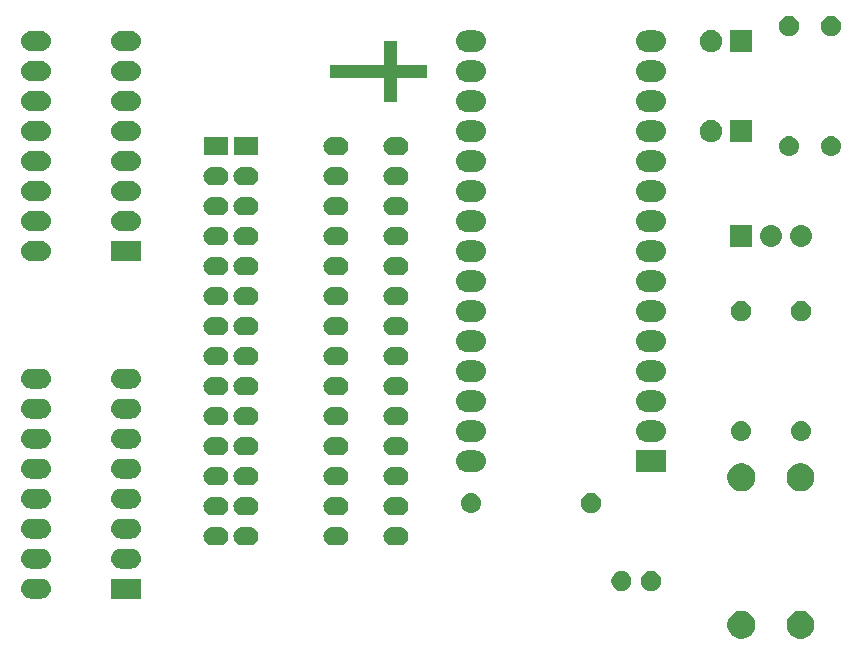
<source format=gbs>
G04 #@! TF.GenerationSoftware,KiCad,Pcbnew,(5.1.0)-1*
G04 #@! TF.CreationDate,2019-05-25T00:30:21-04:00*
G04 #@! TF.ProjectId,f-ramune_arduino,662d7261-6d75-46e6-955f-61726475696e,rev?*
G04 #@! TF.SameCoordinates,Original*
G04 #@! TF.FileFunction,Soldermask,Bot*
G04 #@! TF.FilePolarity,Negative*
%FSLAX46Y46*%
G04 Gerber Fmt 4.6, Leading zero omitted, Abs format (unit mm)*
G04 Created by KiCad (PCBNEW (5.1.0)-1) date 2019-05-25 00:30:21*
%MOMM*%
%LPD*%
G04 APERTURE LIST*
%ADD10C,0.100000*%
G04 APERTURE END LIST*
D10*
G36*
X151130000Y-80772000D02*
G01*
X153670000Y-80772000D01*
X153670000Y-81788000D01*
X151130000Y-81788000D01*
X151130000Y-83820000D01*
X150114000Y-83820000D01*
X150114000Y-81788000D01*
X145542000Y-81788000D01*
X145542000Y-80772000D01*
X150114000Y-80772000D01*
X150114000Y-78740000D01*
X151130000Y-78740000D01*
X151130000Y-80772000D01*
G37*
X151130000Y-80772000D02*
X153670000Y-80772000D01*
X153670000Y-81788000D01*
X151130000Y-81788000D01*
X151130000Y-83820000D01*
X150114000Y-83820000D01*
X150114000Y-81788000D01*
X145542000Y-81788000D01*
X145542000Y-80772000D01*
X150114000Y-80772000D01*
X150114000Y-78740000D01*
X151130000Y-78740000D01*
X151130000Y-80772000D01*
G36*
X185723873Y-127032688D02*
G01*
X185938822Y-127121723D01*
X186132265Y-127250977D01*
X186296783Y-127415495D01*
X186426037Y-127608938D01*
X186515072Y-127823887D01*
X186560460Y-128052070D01*
X186560460Y-128284730D01*
X186515072Y-128512913D01*
X186426037Y-128727862D01*
X186296783Y-128921305D01*
X186132265Y-129085823D01*
X185938822Y-129215077D01*
X185723873Y-129304112D01*
X185495690Y-129349500D01*
X185263030Y-129349500D01*
X185034847Y-129304112D01*
X184819898Y-129215077D01*
X184626455Y-129085823D01*
X184461937Y-128921305D01*
X184332683Y-128727862D01*
X184243648Y-128512913D01*
X184198260Y-128284730D01*
X184198260Y-128052070D01*
X184243648Y-127823887D01*
X184332683Y-127608938D01*
X184461937Y-127415495D01*
X184626455Y-127250977D01*
X184819898Y-127121723D01*
X185034847Y-127032688D01*
X185263030Y-126987300D01*
X185495690Y-126987300D01*
X185723873Y-127032688D01*
X185723873Y-127032688D01*
G37*
G36*
X180725153Y-127032688D02*
G01*
X180940102Y-127121723D01*
X181133545Y-127250977D01*
X181298063Y-127415495D01*
X181427317Y-127608938D01*
X181516352Y-127823887D01*
X181561740Y-128052070D01*
X181561740Y-128284730D01*
X181516352Y-128512913D01*
X181427317Y-128727862D01*
X181298063Y-128921305D01*
X181133545Y-129085823D01*
X180940102Y-129215077D01*
X180725153Y-129304112D01*
X180496970Y-129349500D01*
X180264310Y-129349500D01*
X180036127Y-129304112D01*
X179821178Y-129215077D01*
X179627735Y-129085823D01*
X179463217Y-128921305D01*
X179333963Y-128727862D01*
X179244928Y-128512913D01*
X179199540Y-128284730D01*
X179199540Y-128052070D01*
X179244928Y-127823887D01*
X179333963Y-127608938D01*
X179463217Y-127415495D01*
X179627735Y-127250977D01*
X179821178Y-127121723D01*
X180036127Y-127032688D01*
X180264310Y-126987300D01*
X180496970Y-126987300D01*
X180725153Y-127032688D01*
X180725153Y-127032688D01*
G37*
G36*
X121216823Y-124256313D02*
G01*
X121377242Y-124304976D01*
X121509906Y-124375886D01*
X121525078Y-124383996D01*
X121654659Y-124490341D01*
X121761004Y-124619922D01*
X121761005Y-124619924D01*
X121840024Y-124767758D01*
X121888687Y-124928177D01*
X121905117Y-125095000D01*
X121888687Y-125261823D01*
X121840024Y-125422242D01*
X121769114Y-125554906D01*
X121761004Y-125570078D01*
X121654659Y-125699659D01*
X121525078Y-125806004D01*
X121525076Y-125806005D01*
X121377242Y-125885024D01*
X121216823Y-125933687D01*
X121091804Y-125946000D01*
X120208196Y-125946000D01*
X120083177Y-125933687D01*
X119922758Y-125885024D01*
X119774924Y-125806005D01*
X119774922Y-125806004D01*
X119645341Y-125699659D01*
X119538996Y-125570078D01*
X119530886Y-125554906D01*
X119459976Y-125422242D01*
X119411313Y-125261823D01*
X119394883Y-125095000D01*
X119411313Y-124928177D01*
X119459976Y-124767758D01*
X119538995Y-124619924D01*
X119538996Y-124619922D01*
X119645341Y-124490341D01*
X119774922Y-124383996D01*
X119790094Y-124375886D01*
X119922758Y-124304976D01*
X120083177Y-124256313D01*
X120208196Y-124244000D01*
X121091804Y-124244000D01*
X121216823Y-124256313D01*
X121216823Y-124256313D01*
G37*
G36*
X129521000Y-125946000D02*
G01*
X127019000Y-125946000D01*
X127019000Y-124244000D01*
X129521000Y-124244000D01*
X129521000Y-125946000D01*
X129521000Y-125946000D01*
G37*
G36*
X172968228Y-123641703D02*
G01*
X173123100Y-123705853D01*
X173262481Y-123798985D01*
X173381015Y-123917519D01*
X173474147Y-124056900D01*
X173538297Y-124211772D01*
X173571000Y-124376184D01*
X173571000Y-124543816D01*
X173538297Y-124708228D01*
X173474147Y-124863100D01*
X173381015Y-125002481D01*
X173262481Y-125121015D01*
X173123100Y-125214147D01*
X172968228Y-125278297D01*
X172803816Y-125311000D01*
X172636184Y-125311000D01*
X172471772Y-125278297D01*
X172316900Y-125214147D01*
X172177519Y-125121015D01*
X172058985Y-125002481D01*
X171965853Y-124863100D01*
X171901703Y-124708228D01*
X171869000Y-124543816D01*
X171869000Y-124376184D01*
X171901703Y-124211772D01*
X171965853Y-124056900D01*
X172058985Y-123917519D01*
X172177519Y-123798985D01*
X172316900Y-123705853D01*
X172471772Y-123641703D01*
X172636184Y-123609000D01*
X172803816Y-123609000D01*
X172968228Y-123641703D01*
X172968228Y-123641703D01*
G37*
G36*
X170468228Y-123641703D02*
G01*
X170623100Y-123705853D01*
X170762481Y-123798985D01*
X170881015Y-123917519D01*
X170974147Y-124056900D01*
X171038297Y-124211772D01*
X171071000Y-124376184D01*
X171071000Y-124543816D01*
X171038297Y-124708228D01*
X170974147Y-124863100D01*
X170881015Y-125002481D01*
X170762481Y-125121015D01*
X170623100Y-125214147D01*
X170468228Y-125278297D01*
X170303816Y-125311000D01*
X170136184Y-125311000D01*
X169971772Y-125278297D01*
X169816900Y-125214147D01*
X169677519Y-125121015D01*
X169558985Y-125002481D01*
X169465853Y-124863100D01*
X169401703Y-124708228D01*
X169369000Y-124543816D01*
X169369000Y-124376184D01*
X169401703Y-124211772D01*
X169465853Y-124056900D01*
X169558985Y-123917519D01*
X169677519Y-123798985D01*
X169816900Y-123705853D01*
X169971772Y-123641703D01*
X170136184Y-123609000D01*
X170303816Y-123609000D01*
X170468228Y-123641703D01*
X170468228Y-123641703D01*
G37*
G36*
X121216823Y-121716313D02*
G01*
X121377242Y-121764976D01*
X121509906Y-121835886D01*
X121525078Y-121843996D01*
X121654659Y-121950341D01*
X121761004Y-122079922D01*
X121761005Y-122079924D01*
X121840024Y-122227758D01*
X121888687Y-122388177D01*
X121905117Y-122555000D01*
X121888687Y-122721823D01*
X121840024Y-122882242D01*
X121769114Y-123014906D01*
X121761004Y-123030078D01*
X121654659Y-123159659D01*
X121525078Y-123266004D01*
X121525076Y-123266005D01*
X121377242Y-123345024D01*
X121216823Y-123393687D01*
X121091804Y-123406000D01*
X120208196Y-123406000D01*
X120083177Y-123393687D01*
X119922758Y-123345024D01*
X119774924Y-123266005D01*
X119774922Y-123266004D01*
X119645341Y-123159659D01*
X119538996Y-123030078D01*
X119530886Y-123014906D01*
X119459976Y-122882242D01*
X119411313Y-122721823D01*
X119394883Y-122555000D01*
X119411313Y-122388177D01*
X119459976Y-122227758D01*
X119538995Y-122079924D01*
X119538996Y-122079922D01*
X119645341Y-121950341D01*
X119774922Y-121843996D01*
X119790094Y-121835886D01*
X119922758Y-121764976D01*
X120083177Y-121716313D01*
X120208196Y-121704000D01*
X121091804Y-121704000D01*
X121216823Y-121716313D01*
X121216823Y-121716313D01*
G37*
G36*
X128836823Y-121716313D02*
G01*
X128997242Y-121764976D01*
X129129906Y-121835886D01*
X129145078Y-121843996D01*
X129274659Y-121950341D01*
X129381004Y-122079922D01*
X129381005Y-122079924D01*
X129460024Y-122227758D01*
X129508687Y-122388177D01*
X129525117Y-122555000D01*
X129508687Y-122721823D01*
X129460024Y-122882242D01*
X129389114Y-123014906D01*
X129381004Y-123030078D01*
X129274659Y-123159659D01*
X129145078Y-123266004D01*
X129145076Y-123266005D01*
X128997242Y-123345024D01*
X128836823Y-123393687D01*
X128711804Y-123406000D01*
X127828196Y-123406000D01*
X127703177Y-123393687D01*
X127542758Y-123345024D01*
X127394924Y-123266005D01*
X127394922Y-123266004D01*
X127265341Y-123159659D01*
X127158996Y-123030078D01*
X127150886Y-123014906D01*
X127079976Y-122882242D01*
X127031313Y-122721823D01*
X127014883Y-122555000D01*
X127031313Y-122388177D01*
X127079976Y-122227758D01*
X127158995Y-122079924D01*
X127158996Y-122079922D01*
X127265341Y-121950341D01*
X127394922Y-121843996D01*
X127410094Y-121835886D01*
X127542758Y-121764976D01*
X127703177Y-121716313D01*
X127828196Y-121704000D01*
X128711804Y-121704000D01*
X128836823Y-121716313D01*
X128836823Y-121716313D01*
G37*
G36*
X146405629Y-119882719D02*
G01*
X146481142Y-119890156D01*
X146626476Y-119934243D01*
X146626479Y-119934244D01*
X146760416Y-120005835D01*
X146877817Y-120102183D01*
X146974165Y-120219584D01*
X147045756Y-120353521D01*
X147045757Y-120353524D01*
X147089844Y-120498858D01*
X147104730Y-120650000D01*
X147089844Y-120801142D01*
X147073904Y-120853687D01*
X147045756Y-120946479D01*
X146974165Y-121080416D01*
X146877817Y-121197817D01*
X146760416Y-121294165D01*
X146626479Y-121365756D01*
X146626476Y-121365757D01*
X146481142Y-121409844D01*
X146405629Y-121417281D01*
X146367873Y-121421000D01*
X145732127Y-121421000D01*
X145694371Y-121417281D01*
X145618858Y-121409844D01*
X145473524Y-121365757D01*
X145473521Y-121365756D01*
X145339584Y-121294165D01*
X145222183Y-121197817D01*
X145125835Y-121080416D01*
X145054244Y-120946479D01*
X145026096Y-120853687D01*
X145010156Y-120801142D01*
X144995270Y-120650000D01*
X145010156Y-120498858D01*
X145054243Y-120353524D01*
X145054244Y-120353521D01*
X145125835Y-120219584D01*
X145222183Y-120102183D01*
X145339584Y-120005835D01*
X145473521Y-119934244D01*
X145473524Y-119934243D01*
X145618858Y-119890156D01*
X145694371Y-119882719D01*
X145732127Y-119879000D01*
X146367873Y-119879000D01*
X146405629Y-119882719D01*
X146405629Y-119882719D01*
G37*
G36*
X151485629Y-119882719D02*
G01*
X151561142Y-119890156D01*
X151706476Y-119934243D01*
X151706479Y-119934244D01*
X151840416Y-120005835D01*
X151957817Y-120102183D01*
X152054165Y-120219584D01*
X152125756Y-120353521D01*
X152125757Y-120353524D01*
X152169844Y-120498858D01*
X152184730Y-120650000D01*
X152169844Y-120801142D01*
X152153904Y-120853687D01*
X152125756Y-120946479D01*
X152054165Y-121080416D01*
X151957817Y-121197817D01*
X151840416Y-121294165D01*
X151706479Y-121365756D01*
X151706476Y-121365757D01*
X151561142Y-121409844D01*
X151485629Y-121417281D01*
X151447873Y-121421000D01*
X150812127Y-121421000D01*
X150774371Y-121417281D01*
X150698858Y-121409844D01*
X150553524Y-121365757D01*
X150553521Y-121365756D01*
X150419584Y-121294165D01*
X150302183Y-121197817D01*
X150205835Y-121080416D01*
X150134244Y-120946479D01*
X150106096Y-120853687D01*
X150090156Y-120801142D01*
X150075270Y-120650000D01*
X150090156Y-120498858D01*
X150134243Y-120353524D01*
X150134244Y-120353521D01*
X150205835Y-120219584D01*
X150302183Y-120102183D01*
X150419584Y-120005835D01*
X150553521Y-119934244D01*
X150553524Y-119934243D01*
X150698858Y-119890156D01*
X150774371Y-119882719D01*
X150812127Y-119879000D01*
X151447873Y-119879000D01*
X151485629Y-119882719D01*
X151485629Y-119882719D01*
G37*
G36*
X138785629Y-119882719D02*
G01*
X138861142Y-119890156D01*
X139006476Y-119934243D01*
X139006479Y-119934244D01*
X139140416Y-120005835D01*
X139257817Y-120102183D01*
X139354165Y-120219584D01*
X139425756Y-120353521D01*
X139425757Y-120353524D01*
X139469844Y-120498858D01*
X139484730Y-120650000D01*
X139469844Y-120801142D01*
X139453904Y-120853687D01*
X139425756Y-120946479D01*
X139354165Y-121080416D01*
X139257817Y-121197817D01*
X139140416Y-121294165D01*
X139006479Y-121365756D01*
X139006476Y-121365757D01*
X138861142Y-121409844D01*
X138785629Y-121417281D01*
X138747873Y-121421000D01*
X138112127Y-121421000D01*
X138074371Y-121417281D01*
X137998858Y-121409844D01*
X137853524Y-121365757D01*
X137853521Y-121365756D01*
X137719584Y-121294165D01*
X137602183Y-121197817D01*
X137505835Y-121080416D01*
X137434244Y-120946479D01*
X137406096Y-120853687D01*
X137390156Y-120801142D01*
X137375270Y-120650000D01*
X137390156Y-120498858D01*
X137434243Y-120353524D01*
X137434244Y-120353521D01*
X137505835Y-120219584D01*
X137602183Y-120102183D01*
X137719584Y-120005835D01*
X137853521Y-119934244D01*
X137853524Y-119934243D01*
X137998858Y-119890156D01*
X138074371Y-119882719D01*
X138112127Y-119879000D01*
X138747873Y-119879000D01*
X138785629Y-119882719D01*
X138785629Y-119882719D01*
G37*
G36*
X136245629Y-119882719D02*
G01*
X136321142Y-119890156D01*
X136466476Y-119934243D01*
X136466479Y-119934244D01*
X136600416Y-120005835D01*
X136717817Y-120102183D01*
X136814165Y-120219584D01*
X136885756Y-120353521D01*
X136885757Y-120353524D01*
X136929844Y-120498858D01*
X136944730Y-120650000D01*
X136929844Y-120801142D01*
X136913904Y-120853687D01*
X136885756Y-120946479D01*
X136814165Y-121080416D01*
X136717817Y-121197817D01*
X136600416Y-121294165D01*
X136466479Y-121365756D01*
X136466476Y-121365757D01*
X136321142Y-121409844D01*
X136245629Y-121417281D01*
X136207873Y-121421000D01*
X135572127Y-121421000D01*
X135534371Y-121417281D01*
X135458858Y-121409844D01*
X135313524Y-121365757D01*
X135313521Y-121365756D01*
X135179584Y-121294165D01*
X135062183Y-121197817D01*
X134965835Y-121080416D01*
X134894244Y-120946479D01*
X134866096Y-120853687D01*
X134850156Y-120801142D01*
X134835270Y-120650000D01*
X134850156Y-120498858D01*
X134894243Y-120353524D01*
X134894244Y-120353521D01*
X134965835Y-120219584D01*
X135062183Y-120102183D01*
X135179584Y-120005835D01*
X135313521Y-119934244D01*
X135313524Y-119934243D01*
X135458858Y-119890156D01*
X135534371Y-119882719D01*
X135572127Y-119879000D01*
X136207873Y-119879000D01*
X136245629Y-119882719D01*
X136245629Y-119882719D01*
G37*
G36*
X128836823Y-119176313D02*
G01*
X128997242Y-119224976D01*
X129129906Y-119295886D01*
X129145078Y-119303996D01*
X129274659Y-119410341D01*
X129381004Y-119539922D01*
X129381005Y-119539924D01*
X129460024Y-119687758D01*
X129508687Y-119848177D01*
X129525117Y-120015000D01*
X129508687Y-120181823D01*
X129460024Y-120342242D01*
X129389114Y-120474906D01*
X129381004Y-120490078D01*
X129274659Y-120619659D01*
X129145078Y-120726004D01*
X129145076Y-120726005D01*
X128997242Y-120805024D01*
X128836823Y-120853687D01*
X128711804Y-120866000D01*
X127828196Y-120866000D01*
X127703177Y-120853687D01*
X127542758Y-120805024D01*
X127394924Y-120726005D01*
X127394922Y-120726004D01*
X127265341Y-120619659D01*
X127158996Y-120490078D01*
X127150886Y-120474906D01*
X127079976Y-120342242D01*
X127031313Y-120181823D01*
X127014883Y-120015000D01*
X127031313Y-119848177D01*
X127079976Y-119687758D01*
X127158995Y-119539924D01*
X127158996Y-119539922D01*
X127265341Y-119410341D01*
X127394922Y-119303996D01*
X127410094Y-119295886D01*
X127542758Y-119224976D01*
X127703177Y-119176313D01*
X127828196Y-119164000D01*
X128711804Y-119164000D01*
X128836823Y-119176313D01*
X128836823Y-119176313D01*
G37*
G36*
X121216823Y-119176313D02*
G01*
X121377242Y-119224976D01*
X121509906Y-119295886D01*
X121525078Y-119303996D01*
X121654659Y-119410341D01*
X121761004Y-119539922D01*
X121761005Y-119539924D01*
X121840024Y-119687758D01*
X121888687Y-119848177D01*
X121905117Y-120015000D01*
X121888687Y-120181823D01*
X121840024Y-120342242D01*
X121769114Y-120474906D01*
X121761004Y-120490078D01*
X121654659Y-120619659D01*
X121525078Y-120726004D01*
X121525076Y-120726005D01*
X121377242Y-120805024D01*
X121216823Y-120853687D01*
X121091804Y-120866000D01*
X120208196Y-120866000D01*
X120083177Y-120853687D01*
X119922758Y-120805024D01*
X119774924Y-120726005D01*
X119774922Y-120726004D01*
X119645341Y-120619659D01*
X119538996Y-120490078D01*
X119530886Y-120474906D01*
X119459976Y-120342242D01*
X119411313Y-120181823D01*
X119394883Y-120015000D01*
X119411313Y-119848177D01*
X119459976Y-119687758D01*
X119538995Y-119539924D01*
X119538996Y-119539922D01*
X119645341Y-119410341D01*
X119774922Y-119303996D01*
X119790094Y-119295886D01*
X119922758Y-119224976D01*
X120083177Y-119176313D01*
X120208196Y-119164000D01*
X121091804Y-119164000D01*
X121216823Y-119176313D01*
X121216823Y-119176313D01*
G37*
G36*
X151485629Y-117342719D02*
G01*
X151561142Y-117350156D01*
X151706476Y-117394243D01*
X151706479Y-117394244D01*
X151840416Y-117465835D01*
X151957817Y-117562183D01*
X152054165Y-117679584D01*
X152125756Y-117813521D01*
X152125757Y-117813524D01*
X152169844Y-117958858D01*
X152184730Y-118110000D01*
X152169844Y-118261142D01*
X152128182Y-118398481D01*
X152125756Y-118406479D01*
X152054165Y-118540416D01*
X151957817Y-118657817D01*
X151840416Y-118754165D01*
X151706479Y-118825756D01*
X151706476Y-118825757D01*
X151561142Y-118869844D01*
X151485629Y-118877281D01*
X151447873Y-118881000D01*
X150812127Y-118881000D01*
X150774371Y-118877281D01*
X150698858Y-118869844D01*
X150553524Y-118825757D01*
X150553521Y-118825756D01*
X150419584Y-118754165D01*
X150302183Y-118657817D01*
X150205835Y-118540416D01*
X150134244Y-118406479D01*
X150131818Y-118398481D01*
X150090156Y-118261142D01*
X150075270Y-118110000D01*
X150090156Y-117958858D01*
X150134243Y-117813524D01*
X150134244Y-117813521D01*
X150205835Y-117679584D01*
X150302183Y-117562183D01*
X150419584Y-117465835D01*
X150553521Y-117394244D01*
X150553524Y-117394243D01*
X150698858Y-117350156D01*
X150774371Y-117342719D01*
X150812127Y-117339000D01*
X151447873Y-117339000D01*
X151485629Y-117342719D01*
X151485629Y-117342719D01*
G37*
G36*
X138785629Y-117342719D02*
G01*
X138861142Y-117350156D01*
X139006476Y-117394243D01*
X139006479Y-117394244D01*
X139140416Y-117465835D01*
X139257817Y-117562183D01*
X139354165Y-117679584D01*
X139425756Y-117813521D01*
X139425757Y-117813524D01*
X139469844Y-117958858D01*
X139484730Y-118110000D01*
X139469844Y-118261142D01*
X139428182Y-118398481D01*
X139425756Y-118406479D01*
X139354165Y-118540416D01*
X139257817Y-118657817D01*
X139140416Y-118754165D01*
X139006479Y-118825756D01*
X139006476Y-118825757D01*
X138861142Y-118869844D01*
X138785629Y-118877281D01*
X138747873Y-118881000D01*
X138112127Y-118881000D01*
X138074371Y-118877281D01*
X137998858Y-118869844D01*
X137853524Y-118825757D01*
X137853521Y-118825756D01*
X137719584Y-118754165D01*
X137602183Y-118657817D01*
X137505835Y-118540416D01*
X137434244Y-118406479D01*
X137431818Y-118398481D01*
X137390156Y-118261142D01*
X137375270Y-118110000D01*
X137390156Y-117958858D01*
X137434243Y-117813524D01*
X137434244Y-117813521D01*
X137505835Y-117679584D01*
X137602183Y-117562183D01*
X137719584Y-117465835D01*
X137853521Y-117394244D01*
X137853524Y-117394243D01*
X137998858Y-117350156D01*
X138074371Y-117342719D01*
X138112127Y-117339000D01*
X138747873Y-117339000D01*
X138785629Y-117342719D01*
X138785629Y-117342719D01*
G37*
G36*
X146405629Y-117342719D02*
G01*
X146481142Y-117350156D01*
X146626476Y-117394243D01*
X146626479Y-117394244D01*
X146760416Y-117465835D01*
X146877817Y-117562183D01*
X146974165Y-117679584D01*
X147045756Y-117813521D01*
X147045757Y-117813524D01*
X147089844Y-117958858D01*
X147104730Y-118110000D01*
X147089844Y-118261142D01*
X147048182Y-118398481D01*
X147045756Y-118406479D01*
X146974165Y-118540416D01*
X146877817Y-118657817D01*
X146760416Y-118754165D01*
X146626479Y-118825756D01*
X146626476Y-118825757D01*
X146481142Y-118869844D01*
X146405629Y-118877281D01*
X146367873Y-118881000D01*
X145732127Y-118881000D01*
X145694371Y-118877281D01*
X145618858Y-118869844D01*
X145473524Y-118825757D01*
X145473521Y-118825756D01*
X145339584Y-118754165D01*
X145222183Y-118657817D01*
X145125835Y-118540416D01*
X145054244Y-118406479D01*
X145051818Y-118398481D01*
X145010156Y-118261142D01*
X144995270Y-118110000D01*
X145010156Y-117958858D01*
X145054243Y-117813524D01*
X145054244Y-117813521D01*
X145125835Y-117679584D01*
X145222183Y-117562183D01*
X145339584Y-117465835D01*
X145473521Y-117394244D01*
X145473524Y-117394243D01*
X145618858Y-117350156D01*
X145694371Y-117342719D01*
X145732127Y-117339000D01*
X146367873Y-117339000D01*
X146405629Y-117342719D01*
X146405629Y-117342719D01*
G37*
G36*
X136245629Y-117342719D02*
G01*
X136321142Y-117350156D01*
X136466476Y-117394243D01*
X136466479Y-117394244D01*
X136600416Y-117465835D01*
X136717817Y-117562183D01*
X136814165Y-117679584D01*
X136885756Y-117813521D01*
X136885757Y-117813524D01*
X136929844Y-117958858D01*
X136944730Y-118110000D01*
X136929844Y-118261142D01*
X136888182Y-118398481D01*
X136885756Y-118406479D01*
X136814165Y-118540416D01*
X136717817Y-118657817D01*
X136600416Y-118754165D01*
X136466479Y-118825756D01*
X136466476Y-118825757D01*
X136321142Y-118869844D01*
X136245629Y-118877281D01*
X136207873Y-118881000D01*
X135572127Y-118881000D01*
X135534371Y-118877281D01*
X135458858Y-118869844D01*
X135313524Y-118825757D01*
X135313521Y-118825756D01*
X135179584Y-118754165D01*
X135062183Y-118657817D01*
X134965835Y-118540416D01*
X134894244Y-118406479D01*
X134891818Y-118398481D01*
X134850156Y-118261142D01*
X134835270Y-118110000D01*
X134850156Y-117958858D01*
X134894243Y-117813524D01*
X134894244Y-117813521D01*
X134965835Y-117679584D01*
X135062183Y-117562183D01*
X135179584Y-117465835D01*
X135313521Y-117394244D01*
X135313524Y-117394243D01*
X135458858Y-117350156D01*
X135534371Y-117342719D01*
X135572127Y-117339000D01*
X136207873Y-117339000D01*
X136245629Y-117342719D01*
X136245629Y-117342719D01*
G37*
G36*
X157646823Y-117017313D02*
G01*
X157807242Y-117065976D01*
X157874361Y-117101852D01*
X157955078Y-117144996D01*
X158084659Y-117251341D01*
X158191004Y-117380922D01*
X158191005Y-117380924D01*
X158270024Y-117528758D01*
X158318687Y-117689177D01*
X158335117Y-117856000D01*
X158318687Y-118022823D01*
X158270024Y-118183242D01*
X158226310Y-118265025D01*
X158191004Y-118331078D01*
X158084659Y-118460659D01*
X157955078Y-118567004D01*
X157955076Y-118567005D01*
X157807242Y-118646024D01*
X157646823Y-118694687D01*
X157521804Y-118707000D01*
X157438196Y-118707000D01*
X157313177Y-118694687D01*
X157152758Y-118646024D01*
X157004924Y-118567005D01*
X157004922Y-118567004D01*
X156875341Y-118460659D01*
X156768996Y-118331078D01*
X156733690Y-118265025D01*
X156689976Y-118183242D01*
X156641313Y-118022823D01*
X156624883Y-117856000D01*
X156641313Y-117689177D01*
X156689976Y-117528758D01*
X156768995Y-117380924D01*
X156768996Y-117380922D01*
X156875341Y-117251341D01*
X157004922Y-117144996D01*
X157085639Y-117101852D01*
X157152758Y-117065976D01*
X157313177Y-117017313D01*
X157438196Y-117005000D01*
X157521804Y-117005000D01*
X157646823Y-117017313D01*
X157646823Y-117017313D01*
G37*
G36*
X167888228Y-117037703D02*
G01*
X168043100Y-117101853D01*
X168182481Y-117194985D01*
X168301015Y-117313519D01*
X168394147Y-117452900D01*
X168458297Y-117607772D01*
X168491000Y-117772184D01*
X168491000Y-117939816D01*
X168458297Y-118104228D01*
X168394147Y-118259100D01*
X168301015Y-118398481D01*
X168182481Y-118517015D01*
X168043100Y-118610147D01*
X167888228Y-118674297D01*
X167723816Y-118707000D01*
X167556184Y-118707000D01*
X167391772Y-118674297D01*
X167236900Y-118610147D01*
X167097519Y-118517015D01*
X166978985Y-118398481D01*
X166885853Y-118259100D01*
X166821703Y-118104228D01*
X166789000Y-117939816D01*
X166789000Y-117772184D01*
X166821703Y-117607772D01*
X166885853Y-117452900D01*
X166978985Y-117313519D01*
X167097519Y-117194985D01*
X167236900Y-117101853D01*
X167391772Y-117037703D01*
X167556184Y-117005000D01*
X167723816Y-117005000D01*
X167888228Y-117037703D01*
X167888228Y-117037703D01*
G37*
G36*
X121216823Y-116636313D02*
G01*
X121377242Y-116684976D01*
X121509906Y-116755886D01*
X121525078Y-116763996D01*
X121654659Y-116870341D01*
X121761004Y-116999922D01*
X121761005Y-116999924D01*
X121840024Y-117147758D01*
X121888687Y-117308177D01*
X121905117Y-117475000D01*
X121888687Y-117641823D01*
X121840024Y-117802242D01*
X121769114Y-117934906D01*
X121761004Y-117950078D01*
X121654659Y-118079659D01*
X121525078Y-118186004D01*
X121525076Y-118186005D01*
X121377242Y-118265024D01*
X121216823Y-118313687D01*
X121091804Y-118326000D01*
X120208196Y-118326000D01*
X120083177Y-118313687D01*
X119922758Y-118265024D01*
X119774924Y-118186005D01*
X119774922Y-118186004D01*
X119645341Y-118079659D01*
X119538996Y-117950078D01*
X119530886Y-117934906D01*
X119459976Y-117802242D01*
X119411313Y-117641823D01*
X119394883Y-117475000D01*
X119411313Y-117308177D01*
X119459976Y-117147758D01*
X119538995Y-116999924D01*
X119538996Y-116999922D01*
X119645341Y-116870341D01*
X119774922Y-116763996D01*
X119790094Y-116755886D01*
X119922758Y-116684976D01*
X120083177Y-116636313D01*
X120208196Y-116624000D01*
X121091804Y-116624000D01*
X121216823Y-116636313D01*
X121216823Y-116636313D01*
G37*
G36*
X128836823Y-116636313D02*
G01*
X128997242Y-116684976D01*
X129129906Y-116755886D01*
X129145078Y-116763996D01*
X129274659Y-116870341D01*
X129381004Y-116999922D01*
X129381005Y-116999924D01*
X129460024Y-117147758D01*
X129508687Y-117308177D01*
X129525117Y-117475000D01*
X129508687Y-117641823D01*
X129460024Y-117802242D01*
X129389114Y-117934906D01*
X129381004Y-117950078D01*
X129274659Y-118079659D01*
X129145078Y-118186004D01*
X129145076Y-118186005D01*
X128997242Y-118265024D01*
X128836823Y-118313687D01*
X128711804Y-118326000D01*
X127828196Y-118326000D01*
X127703177Y-118313687D01*
X127542758Y-118265024D01*
X127394924Y-118186005D01*
X127394922Y-118186004D01*
X127265341Y-118079659D01*
X127158996Y-117950078D01*
X127150886Y-117934906D01*
X127079976Y-117802242D01*
X127031313Y-117641823D01*
X127014883Y-117475000D01*
X127031313Y-117308177D01*
X127079976Y-117147758D01*
X127158995Y-116999924D01*
X127158996Y-116999922D01*
X127265341Y-116870341D01*
X127394922Y-116763996D01*
X127410094Y-116755886D01*
X127542758Y-116684976D01*
X127703177Y-116636313D01*
X127828196Y-116624000D01*
X128711804Y-116624000D01*
X128836823Y-116636313D01*
X128836823Y-116636313D01*
G37*
G36*
X185723873Y-114535888D02*
G01*
X185938822Y-114624923D01*
X186132265Y-114754177D01*
X186296783Y-114918695D01*
X186426037Y-115112138D01*
X186515072Y-115327087D01*
X186560460Y-115555270D01*
X186560460Y-115787930D01*
X186515072Y-116016113D01*
X186426037Y-116231062D01*
X186296783Y-116424505D01*
X186132265Y-116589023D01*
X185938822Y-116718277D01*
X185723873Y-116807312D01*
X185495690Y-116852700D01*
X185263030Y-116852700D01*
X185034847Y-116807312D01*
X184819898Y-116718277D01*
X184626455Y-116589023D01*
X184461937Y-116424505D01*
X184332683Y-116231062D01*
X184243648Y-116016113D01*
X184198260Y-115787930D01*
X184198260Y-115555270D01*
X184243648Y-115327087D01*
X184332683Y-115112138D01*
X184461937Y-114918695D01*
X184626455Y-114754177D01*
X184819898Y-114624923D01*
X185034847Y-114535888D01*
X185263030Y-114490500D01*
X185495690Y-114490500D01*
X185723873Y-114535888D01*
X185723873Y-114535888D01*
G37*
G36*
X180725153Y-114535888D02*
G01*
X180940102Y-114624923D01*
X181133545Y-114754177D01*
X181298063Y-114918695D01*
X181427317Y-115112138D01*
X181516352Y-115327087D01*
X181561740Y-115555270D01*
X181561740Y-115787930D01*
X181516352Y-116016113D01*
X181427317Y-116231062D01*
X181298063Y-116424505D01*
X181133545Y-116589023D01*
X180940102Y-116718277D01*
X180725153Y-116807312D01*
X180496970Y-116852700D01*
X180264310Y-116852700D01*
X180036127Y-116807312D01*
X179821178Y-116718277D01*
X179627735Y-116589023D01*
X179463217Y-116424505D01*
X179333963Y-116231062D01*
X179244928Y-116016113D01*
X179199540Y-115787930D01*
X179199540Y-115555270D01*
X179244928Y-115327087D01*
X179333963Y-115112138D01*
X179463217Y-114918695D01*
X179627735Y-114754177D01*
X179821178Y-114624923D01*
X180036127Y-114535888D01*
X180264310Y-114490500D01*
X180496970Y-114490500D01*
X180725153Y-114535888D01*
X180725153Y-114535888D01*
G37*
G36*
X151485629Y-114802719D02*
G01*
X151561142Y-114810156D01*
X151706476Y-114854243D01*
X151706479Y-114854244D01*
X151840416Y-114925835D01*
X151957817Y-115022183D01*
X152054165Y-115139584D01*
X152125756Y-115273521D01*
X152125757Y-115273524D01*
X152169844Y-115418858D01*
X152184730Y-115570000D01*
X152169844Y-115721142D01*
X152153904Y-115773687D01*
X152125756Y-115866479D01*
X152054165Y-116000416D01*
X151957817Y-116117817D01*
X151840416Y-116214165D01*
X151706479Y-116285756D01*
X151706476Y-116285757D01*
X151561142Y-116329844D01*
X151485629Y-116337281D01*
X151447873Y-116341000D01*
X150812127Y-116341000D01*
X150774371Y-116337281D01*
X150698858Y-116329844D01*
X150553524Y-116285757D01*
X150553521Y-116285756D01*
X150419584Y-116214165D01*
X150302183Y-116117817D01*
X150205835Y-116000416D01*
X150134244Y-115866479D01*
X150106096Y-115773687D01*
X150090156Y-115721142D01*
X150075270Y-115570000D01*
X150090156Y-115418858D01*
X150134243Y-115273524D01*
X150134244Y-115273521D01*
X150205835Y-115139584D01*
X150302183Y-115022183D01*
X150419584Y-114925835D01*
X150553521Y-114854244D01*
X150553524Y-114854243D01*
X150698858Y-114810156D01*
X150774371Y-114802719D01*
X150812127Y-114799000D01*
X151447873Y-114799000D01*
X151485629Y-114802719D01*
X151485629Y-114802719D01*
G37*
G36*
X146405629Y-114802719D02*
G01*
X146481142Y-114810156D01*
X146626476Y-114854243D01*
X146626479Y-114854244D01*
X146760416Y-114925835D01*
X146877817Y-115022183D01*
X146974165Y-115139584D01*
X147045756Y-115273521D01*
X147045757Y-115273524D01*
X147089844Y-115418858D01*
X147104730Y-115570000D01*
X147089844Y-115721142D01*
X147073904Y-115773687D01*
X147045756Y-115866479D01*
X146974165Y-116000416D01*
X146877817Y-116117817D01*
X146760416Y-116214165D01*
X146626479Y-116285756D01*
X146626476Y-116285757D01*
X146481142Y-116329844D01*
X146405629Y-116337281D01*
X146367873Y-116341000D01*
X145732127Y-116341000D01*
X145694371Y-116337281D01*
X145618858Y-116329844D01*
X145473524Y-116285757D01*
X145473521Y-116285756D01*
X145339584Y-116214165D01*
X145222183Y-116117817D01*
X145125835Y-116000416D01*
X145054244Y-115866479D01*
X145026096Y-115773687D01*
X145010156Y-115721142D01*
X144995270Y-115570000D01*
X145010156Y-115418858D01*
X145054243Y-115273524D01*
X145054244Y-115273521D01*
X145125835Y-115139584D01*
X145222183Y-115022183D01*
X145339584Y-114925835D01*
X145473521Y-114854244D01*
X145473524Y-114854243D01*
X145618858Y-114810156D01*
X145694371Y-114802719D01*
X145732127Y-114799000D01*
X146367873Y-114799000D01*
X146405629Y-114802719D01*
X146405629Y-114802719D01*
G37*
G36*
X136245629Y-114802719D02*
G01*
X136321142Y-114810156D01*
X136466476Y-114854243D01*
X136466479Y-114854244D01*
X136600416Y-114925835D01*
X136717817Y-115022183D01*
X136814165Y-115139584D01*
X136885756Y-115273521D01*
X136885757Y-115273524D01*
X136929844Y-115418858D01*
X136944730Y-115570000D01*
X136929844Y-115721142D01*
X136913904Y-115773687D01*
X136885756Y-115866479D01*
X136814165Y-116000416D01*
X136717817Y-116117817D01*
X136600416Y-116214165D01*
X136466479Y-116285756D01*
X136466476Y-116285757D01*
X136321142Y-116329844D01*
X136245629Y-116337281D01*
X136207873Y-116341000D01*
X135572127Y-116341000D01*
X135534371Y-116337281D01*
X135458858Y-116329844D01*
X135313524Y-116285757D01*
X135313521Y-116285756D01*
X135179584Y-116214165D01*
X135062183Y-116117817D01*
X134965835Y-116000416D01*
X134894244Y-115866479D01*
X134866096Y-115773687D01*
X134850156Y-115721142D01*
X134835270Y-115570000D01*
X134850156Y-115418858D01*
X134894243Y-115273524D01*
X134894244Y-115273521D01*
X134965835Y-115139584D01*
X135062183Y-115022183D01*
X135179584Y-114925835D01*
X135313521Y-114854244D01*
X135313524Y-114854243D01*
X135458858Y-114810156D01*
X135534371Y-114802719D01*
X135572127Y-114799000D01*
X136207873Y-114799000D01*
X136245629Y-114802719D01*
X136245629Y-114802719D01*
G37*
G36*
X138785629Y-114802719D02*
G01*
X138861142Y-114810156D01*
X139006476Y-114854243D01*
X139006479Y-114854244D01*
X139140416Y-114925835D01*
X139257817Y-115022183D01*
X139354165Y-115139584D01*
X139425756Y-115273521D01*
X139425757Y-115273524D01*
X139469844Y-115418858D01*
X139484730Y-115570000D01*
X139469844Y-115721142D01*
X139453904Y-115773687D01*
X139425756Y-115866479D01*
X139354165Y-116000416D01*
X139257817Y-116117817D01*
X139140416Y-116214165D01*
X139006479Y-116285756D01*
X139006476Y-116285757D01*
X138861142Y-116329844D01*
X138785629Y-116337281D01*
X138747873Y-116341000D01*
X138112127Y-116341000D01*
X138074371Y-116337281D01*
X137998858Y-116329844D01*
X137853524Y-116285757D01*
X137853521Y-116285756D01*
X137719584Y-116214165D01*
X137602183Y-116117817D01*
X137505835Y-116000416D01*
X137434244Y-115866479D01*
X137406096Y-115773687D01*
X137390156Y-115721142D01*
X137375270Y-115570000D01*
X137390156Y-115418858D01*
X137434243Y-115273524D01*
X137434244Y-115273521D01*
X137505835Y-115139584D01*
X137602183Y-115022183D01*
X137719584Y-114925835D01*
X137853521Y-114854244D01*
X137853524Y-114854243D01*
X137998858Y-114810156D01*
X138074371Y-114802719D01*
X138112127Y-114799000D01*
X138747873Y-114799000D01*
X138785629Y-114802719D01*
X138785629Y-114802719D01*
G37*
G36*
X128836823Y-114096313D02*
G01*
X128997242Y-114144976D01*
X129129906Y-114215886D01*
X129145078Y-114223996D01*
X129274659Y-114330341D01*
X129381004Y-114459922D01*
X129381005Y-114459924D01*
X129460024Y-114607758D01*
X129508687Y-114768177D01*
X129525117Y-114935000D01*
X129508687Y-115101823D01*
X129460024Y-115262242D01*
X129389114Y-115394906D01*
X129381004Y-115410078D01*
X129274659Y-115539659D01*
X129145078Y-115646004D01*
X129145076Y-115646005D01*
X128997242Y-115725024D01*
X128836823Y-115773687D01*
X128711804Y-115786000D01*
X127828196Y-115786000D01*
X127703177Y-115773687D01*
X127542758Y-115725024D01*
X127394924Y-115646005D01*
X127394922Y-115646004D01*
X127265341Y-115539659D01*
X127158996Y-115410078D01*
X127150886Y-115394906D01*
X127079976Y-115262242D01*
X127031313Y-115101823D01*
X127014883Y-114935000D01*
X127031313Y-114768177D01*
X127079976Y-114607758D01*
X127158995Y-114459924D01*
X127158996Y-114459922D01*
X127265341Y-114330341D01*
X127394922Y-114223996D01*
X127410094Y-114215886D01*
X127542758Y-114144976D01*
X127703177Y-114096313D01*
X127828196Y-114084000D01*
X128711804Y-114084000D01*
X128836823Y-114096313D01*
X128836823Y-114096313D01*
G37*
G36*
X121216823Y-114096313D02*
G01*
X121377242Y-114144976D01*
X121509906Y-114215886D01*
X121525078Y-114223996D01*
X121654659Y-114330341D01*
X121761004Y-114459922D01*
X121761005Y-114459924D01*
X121840024Y-114607758D01*
X121888687Y-114768177D01*
X121905117Y-114935000D01*
X121888687Y-115101823D01*
X121840024Y-115262242D01*
X121769114Y-115394906D01*
X121761004Y-115410078D01*
X121654659Y-115539659D01*
X121525078Y-115646004D01*
X121525076Y-115646005D01*
X121377242Y-115725024D01*
X121216823Y-115773687D01*
X121091804Y-115786000D01*
X120208196Y-115786000D01*
X120083177Y-115773687D01*
X119922758Y-115725024D01*
X119774924Y-115646005D01*
X119774922Y-115646004D01*
X119645341Y-115539659D01*
X119538996Y-115410078D01*
X119530886Y-115394906D01*
X119459976Y-115262242D01*
X119411313Y-115101823D01*
X119394883Y-114935000D01*
X119411313Y-114768177D01*
X119459976Y-114607758D01*
X119538995Y-114459924D01*
X119538996Y-114459922D01*
X119645341Y-114330341D01*
X119774922Y-114223996D01*
X119790094Y-114215886D01*
X119922758Y-114144976D01*
X120083177Y-114096313D01*
X120208196Y-114084000D01*
X121091804Y-114084000D01*
X121216823Y-114096313D01*
X121216823Y-114096313D01*
G37*
G36*
X157940443Y-113405519D02*
G01*
X158006627Y-113412037D01*
X158176466Y-113463557D01*
X158332991Y-113547222D01*
X158368729Y-113576552D01*
X158470186Y-113659814D01*
X158553448Y-113761271D01*
X158582778Y-113797009D01*
X158666443Y-113953534D01*
X158717963Y-114123373D01*
X158735359Y-114300000D01*
X158717963Y-114476627D01*
X158666443Y-114646466D01*
X158582778Y-114802991D01*
X158553448Y-114838729D01*
X158470186Y-114940186D01*
X158370271Y-115022183D01*
X158332991Y-115052778D01*
X158176466Y-115136443D01*
X158006627Y-115187963D01*
X157940442Y-115194482D01*
X157874260Y-115201000D01*
X157085740Y-115201000D01*
X157019558Y-115194482D01*
X156953373Y-115187963D01*
X156783534Y-115136443D01*
X156627009Y-115052778D01*
X156589729Y-115022183D01*
X156489814Y-114940186D01*
X156406552Y-114838729D01*
X156377222Y-114802991D01*
X156293557Y-114646466D01*
X156242037Y-114476627D01*
X156224641Y-114300000D01*
X156242037Y-114123373D01*
X156293557Y-113953534D01*
X156377222Y-113797009D01*
X156406552Y-113761271D01*
X156489814Y-113659814D01*
X156591271Y-113576552D01*
X156627009Y-113547222D01*
X156783534Y-113463557D01*
X156953373Y-113412037D01*
X157019557Y-113405519D01*
X157085740Y-113399000D01*
X157874260Y-113399000D01*
X157940443Y-113405519D01*
X157940443Y-113405519D01*
G37*
G36*
X173971000Y-115201000D02*
G01*
X171469000Y-115201000D01*
X171469000Y-113399000D01*
X173971000Y-113399000D01*
X173971000Y-115201000D01*
X173971000Y-115201000D01*
G37*
G36*
X146405629Y-112262719D02*
G01*
X146481142Y-112270156D01*
X146626476Y-112314243D01*
X146626479Y-112314244D01*
X146760416Y-112385835D01*
X146877817Y-112482183D01*
X146974165Y-112599584D01*
X147045756Y-112733521D01*
X147045757Y-112733524D01*
X147089844Y-112878858D01*
X147104730Y-113030000D01*
X147089844Y-113181142D01*
X147073904Y-113233687D01*
X147045756Y-113326479D01*
X146974165Y-113460416D01*
X146877817Y-113577817D01*
X146760416Y-113674165D01*
X146626479Y-113745756D01*
X146626476Y-113745757D01*
X146481142Y-113789844D01*
X146408394Y-113797009D01*
X146367873Y-113801000D01*
X145732127Y-113801000D01*
X145691606Y-113797009D01*
X145618858Y-113789844D01*
X145473524Y-113745757D01*
X145473521Y-113745756D01*
X145339584Y-113674165D01*
X145222183Y-113577817D01*
X145125835Y-113460416D01*
X145054244Y-113326479D01*
X145026096Y-113233687D01*
X145010156Y-113181142D01*
X144995270Y-113030000D01*
X145010156Y-112878858D01*
X145054243Y-112733524D01*
X145054244Y-112733521D01*
X145125835Y-112599584D01*
X145222183Y-112482183D01*
X145339584Y-112385835D01*
X145473521Y-112314244D01*
X145473524Y-112314243D01*
X145618858Y-112270156D01*
X145694371Y-112262719D01*
X145732127Y-112259000D01*
X146367873Y-112259000D01*
X146405629Y-112262719D01*
X146405629Y-112262719D01*
G37*
G36*
X136245629Y-112262719D02*
G01*
X136321142Y-112270156D01*
X136466476Y-112314243D01*
X136466479Y-112314244D01*
X136600416Y-112385835D01*
X136717817Y-112482183D01*
X136814165Y-112599584D01*
X136885756Y-112733521D01*
X136885757Y-112733524D01*
X136929844Y-112878858D01*
X136944730Y-113030000D01*
X136929844Y-113181142D01*
X136913904Y-113233687D01*
X136885756Y-113326479D01*
X136814165Y-113460416D01*
X136717817Y-113577817D01*
X136600416Y-113674165D01*
X136466479Y-113745756D01*
X136466476Y-113745757D01*
X136321142Y-113789844D01*
X136248394Y-113797009D01*
X136207873Y-113801000D01*
X135572127Y-113801000D01*
X135531606Y-113797009D01*
X135458858Y-113789844D01*
X135313524Y-113745757D01*
X135313521Y-113745756D01*
X135179584Y-113674165D01*
X135062183Y-113577817D01*
X134965835Y-113460416D01*
X134894244Y-113326479D01*
X134866096Y-113233687D01*
X134850156Y-113181142D01*
X134835270Y-113030000D01*
X134850156Y-112878858D01*
X134894243Y-112733524D01*
X134894244Y-112733521D01*
X134965835Y-112599584D01*
X135062183Y-112482183D01*
X135179584Y-112385835D01*
X135313521Y-112314244D01*
X135313524Y-112314243D01*
X135458858Y-112270156D01*
X135534371Y-112262719D01*
X135572127Y-112259000D01*
X136207873Y-112259000D01*
X136245629Y-112262719D01*
X136245629Y-112262719D01*
G37*
G36*
X151485629Y-112262719D02*
G01*
X151561142Y-112270156D01*
X151706476Y-112314243D01*
X151706479Y-112314244D01*
X151840416Y-112385835D01*
X151957817Y-112482183D01*
X152054165Y-112599584D01*
X152125756Y-112733521D01*
X152125757Y-112733524D01*
X152169844Y-112878858D01*
X152184730Y-113030000D01*
X152169844Y-113181142D01*
X152153904Y-113233687D01*
X152125756Y-113326479D01*
X152054165Y-113460416D01*
X151957817Y-113577817D01*
X151840416Y-113674165D01*
X151706479Y-113745756D01*
X151706476Y-113745757D01*
X151561142Y-113789844D01*
X151488394Y-113797009D01*
X151447873Y-113801000D01*
X150812127Y-113801000D01*
X150771606Y-113797009D01*
X150698858Y-113789844D01*
X150553524Y-113745757D01*
X150553521Y-113745756D01*
X150419584Y-113674165D01*
X150302183Y-113577817D01*
X150205835Y-113460416D01*
X150134244Y-113326479D01*
X150106096Y-113233687D01*
X150090156Y-113181142D01*
X150075270Y-113030000D01*
X150090156Y-112878858D01*
X150134243Y-112733524D01*
X150134244Y-112733521D01*
X150205835Y-112599584D01*
X150302183Y-112482183D01*
X150419584Y-112385835D01*
X150553521Y-112314244D01*
X150553524Y-112314243D01*
X150698858Y-112270156D01*
X150774371Y-112262719D01*
X150812127Y-112259000D01*
X151447873Y-112259000D01*
X151485629Y-112262719D01*
X151485629Y-112262719D01*
G37*
G36*
X138785629Y-112262719D02*
G01*
X138861142Y-112270156D01*
X139006476Y-112314243D01*
X139006479Y-112314244D01*
X139140416Y-112385835D01*
X139257817Y-112482183D01*
X139354165Y-112599584D01*
X139425756Y-112733521D01*
X139425757Y-112733524D01*
X139469844Y-112878858D01*
X139484730Y-113030000D01*
X139469844Y-113181142D01*
X139453904Y-113233687D01*
X139425756Y-113326479D01*
X139354165Y-113460416D01*
X139257817Y-113577817D01*
X139140416Y-113674165D01*
X139006479Y-113745756D01*
X139006476Y-113745757D01*
X138861142Y-113789844D01*
X138788394Y-113797009D01*
X138747873Y-113801000D01*
X138112127Y-113801000D01*
X138071606Y-113797009D01*
X137998858Y-113789844D01*
X137853524Y-113745757D01*
X137853521Y-113745756D01*
X137719584Y-113674165D01*
X137602183Y-113577817D01*
X137505835Y-113460416D01*
X137434244Y-113326479D01*
X137406096Y-113233687D01*
X137390156Y-113181142D01*
X137375270Y-113030000D01*
X137390156Y-112878858D01*
X137434243Y-112733524D01*
X137434244Y-112733521D01*
X137505835Y-112599584D01*
X137602183Y-112482183D01*
X137719584Y-112385835D01*
X137853521Y-112314244D01*
X137853524Y-112314243D01*
X137998858Y-112270156D01*
X138074371Y-112262719D01*
X138112127Y-112259000D01*
X138747873Y-112259000D01*
X138785629Y-112262719D01*
X138785629Y-112262719D01*
G37*
G36*
X128836823Y-111556313D02*
G01*
X128997242Y-111604976D01*
X129129906Y-111675886D01*
X129145078Y-111683996D01*
X129274659Y-111790341D01*
X129381004Y-111919922D01*
X129381005Y-111919924D01*
X129460024Y-112067758D01*
X129508687Y-112228177D01*
X129525117Y-112395000D01*
X129508687Y-112561823D01*
X129460024Y-112722242D01*
X129389114Y-112854906D01*
X129381004Y-112870078D01*
X129274659Y-112999659D01*
X129145078Y-113106004D01*
X129145076Y-113106005D01*
X128997242Y-113185024D01*
X128836823Y-113233687D01*
X128711804Y-113246000D01*
X127828196Y-113246000D01*
X127703177Y-113233687D01*
X127542758Y-113185024D01*
X127394924Y-113106005D01*
X127394922Y-113106004D01*
X127265341Y-112999659D01*
X127158996Y-112870078D01*
X127150886Y-112854906D01*
X127079976Y-112722242D01*
X127031313Y-112561823D01*
X127014883Y-112395000D01*
X127031313Y-112228177D01*
X127079976Y-112067758D01*
X127158995Y-111919924D01*
X127158996Y-111919922D01*
X127265341Y-111790341D01*
X127394922Y-111683996D01*
X127410094Y-111675886D01*
X127542758Y-111604976D01*
X127703177Y-111556313D01*
X127828196Y-111544000D01*
X128711804Y-111544000D01*
X128836823Y-111556313D01*
X128836823Y-111556313D01*
G37*
G36*
X121216823Y-111556313D02*
G01*
X121377242Y-111604976D01*
X121509906Y-111675886D01*
X121525078Y-111683996D01*
X121654659Y-111790341D01*
X121761004Y-111919922D01*
X121761005Y-111919924D01*
X121840024Y-112067758D01*
X121888687Y-112228177D01*
X121905117Y-112395000D01*
X121888687Y-112561823D01*
X121840024Y-112722242D01*
X121769114Y-112854906D01*
X121761004Y-112870078D01*
X121654659Y-112999659D01*
X121525078Y-113106004D01*
X121525076Y-113106005D01*
X121377242Y-113185024D01*
X121216823Y-113233687D01*
X121091804Y-113246000D01*
X120208196Y-113246000D01*
X120083177Y-113233687D01*
X119922758Y-113185024D01*
X119774924Y-113106005D01*
X119774922Y-113106004D01*
X119645341Y-112999659D01*
X119538996Y-112870078D01*
X119530886Y-112854906D01*
X119459976Y-112722242D01*
X119411313Y-112561823D01*
X119394883Y-112395000D01*
X119411313Y-112228177D01*
X119459976Y-112067758D01*
X119538995Y-111919924D01*
X119538996Y-111919922D01*
X119645341Y-111790341D01*
X119774922Y-111683996D01*
X119790094Y-111675886D01*
X119922758Y-111604976D01*
X120083177Y-111556313D01*
X120208196Y-111544000D01*
X121091804Y-111544000D01*
X121216823Y-111556313D01*
X121216823Y-111556313D01*
G37*
G36*
X157940442Y-110865518D02*
G01*
X158006627Y-110872037D01*
X158176466Y-110923557D01*
X158332991Y-111007222D01*
X158368729Y-111036552D01*
X158470186Y-111119814D01*
X158553448Y-111221271D01*
X158582778Y-111257009D01*
X158666443Y-111413534D01*
X158717963Y-111583373D01*
X158735359Y-111760000D01*
X158717963Y-111936627D01*
X158666443Y-112106466D01*
X158582778Y-112262991D01*
X158553448Y-112298729D01*
X158470186Y-112400186D01*
X158370271Y-112482183D01*
X158332991Y-112512778D01*
X158176466Y-112596443D01*
X158006627Y-112647963D01*
X157940442Y-112654482D01*
X157874260Y-112661000D01*
X157085740Y-112661000D01*
X157019558Y-112654482D01*
X156953373Y-112647963D01*
X156783534Y-112596443D01*
X156627009Y-112512778D01*
X156589729Y-112482183D01*
X156489814Y-112400186D01*
X156406552Y-112298729D01*
X156377222Y-112262991D01*
X156293557Y-112106466D01*
X156242037Y-111936627D01*
X156224641Y-111760000D01*
X156242037Y-111583373D01*
X156293557Y-111413534D01*
X156377222Y-111257009D01*
X156406552Y-111221271D01*
X156489814Y-111119814D01*
X156591271Y-111036552D01*
X156627009Y-111007222D01*
X156783534Y-110923557D01*
X156953373Y-110872037D01*
X157019558Y-110865518D01*
X157085740Y-110859000D01*
X157874260Y-110859000D01*
X157940442Y-110865518D01*
X157940442Y-110865518D01*
G37*
G36*
X173180442Y-110865518D02*
G01*
X173246627Y-110872037D01*
X173416466Y-110923557D01*
X173572991Y-111007222D01*
X173608729Y-111036552D01*
X173710186Y-111119814D01*
X173793448Y-111221271D01*
X173822778Y-111257009D01*
X173906443Y-111413534D01*
X173957963Y-111583373D01*
X173975359Y-111760000D01*
X173957963Y-111936627D01*
X173906443Y-112106466D01*
X173822778Y-112262991D01*
X173793448Y-112298729D01*
X173710186Y-112400186D01*
X173610271Y-112482183D01*
X173572991Y-112512778D01*
X173416466Y-112596443D01*
X173246627Y-112647963D01*
X173180442Y-112654482D01*
X173114260Y-112661000D01*
X172325740Y-112661000D01*
X172259558Y-112654482D01*
X172193373Y-112647963D01*
X172023534Y-112596443D01*
X171867009Y-112512778D01*
X171829729Y-112482183D01*
X171729814Y-112400186D01*
X171646552Y-112298729D01*
X171617222Y-112262991D01*
X171533557Y-112106466D01*
X171482037Y-111936627D01*
X171464641Y-111760000D01*
X171482037Y-111583373D01*
X171533557Y-111413534D01*
X171617222Y-111257009D01*
X171646552Y-111221271D01*
X171729814Y-111119814D01*
X171831271Y-111036552D01*
X171867009Y-111007222D01*
X172023534Y-110923557D01*
X172193373Y-110872037D01*
X172259558Y-110865518D01*
X172325740Y-110859000D01*
X173114260Y-110859000D01*
X173180442Y-110865518D01*
X173180442Y-110865518D01*
G37*
G36*
X180506823Y-110921313D02*
G01*
X180667242Y-110969976D01*
X180736922Y-111007221D01*
X180815078Y-111048996D01*
X180944659Y-111155341D01*
X181051004Y-111284922D01*
X181051005Y-111284924D01*
X181130024Y-111432758D01*
X181178687Y-111593177D01*
X181195117Y-111760000D01*
X181178687Y-111926823D01*
X181130024Y-112087242D01*
X181119747Y-112106468D01*
X181051004Y-112235078D01*
X180944659Y-112364659D01*
X180815078Y-112471004D01*
X180815076Y-112471005D01*
X180667242Y-112550024D01*
X180506823Y-112598687D01*
X180381804Y-112611000D01*
X180298196Y-112611000D01*
X180173177Y-112598687D01*
X180012758Y-112550024D01*
X179864924Y-112471005D01*
X179864922Y-112471004D01*
X179735341Y-112364659D01*
X179628996Y-112235078D01*
X179560253Y-112106468D01*
X179549976Y-112087242D01*
X179501313Y-111926823D01*
X179484883Y-111760000D01*
X179501313Y-111593177D01*
X179549976Y-111432758D01*
X179628995Y-111284924D01*
X179628996Y-111284922D01*
X179735341Y-111155341D01*
X179864922Y-111048996D01*
X179943078Y-111007221D01*
X180012758Y-110969976D01*
X180173177Y-110921313D01*
X180298196Y-110909000D01*
X180381804Y-110909000D01*
X180506823Y-110921313D01*
X180506823Y-110921313D01*
G37*
G36*
X185586823Y-110921313D02*
G01*
X185747242Y-110969976D01*
X185816922Y-111007221D01*
X185895078Y-111048996D01*
X186024659Y-111155341D01*
X186131004Y-111284922D01*
X186131005Y-111284924D01*
X186210024Y-111432758D01*
X186258687Y-111593177D01*
X186275117Y-111760000D01*
X186258687Y-111926823D01*
X186210024Y-112087242D01*
X186199747Y-112106468D01*
X186131004Y-112235078D01*
X186024659Y-112364659D01*
X185895078Y-112471004D01*
X185895076Y-112471005D01*
X185747242Y-112550024D01*
X185586823Y-112598687D01*
X185461804Y-112611000D01*
X185378196Y-112611000D01*
X185253177Y-112598687D01*
X185092758Y-112550024D01*
X184944924Y-112471005D01*
X184944922Y-112471004D01*
X184815341Y-112364659D01*
X184708996Y-112235078D01*
X184640253Y-112106468D01*
X184629976Y-112087242D01*
X184581313Y-111926823D01*
X184564883Y-111760000D01*
X184581313Y-111593177D01*
X184629976Y-111432758D01*
X184708995Y-111284924D01*
X184708996Y-111284922D01*
X184815341Y-111155341D01*
X184944922Y-111048996D01*
X185023078Y-111007221D01*
X185092758Y-110969976D01*
X185253177Y-110921313D01*
X185378196Y-110909000D01*
X185461804Y-110909000D01*
X185586823Y-110921313D01*
X185586823Y-110921313D01*
G37*
G36*
X136245629Y-109722719D02*
G01*
X136321142Y-109730156D01*
X136466476Y-109774243D01*
X136466479Y-109774244D01*
X136600416Y-109845835D01*
X136717817Y-109942183D01*
X136814165Y-110059584D01*
X136885756Y-110193521D01*
X136885757Y-110193524D01*
X136929844Y-110338858D01*
X136944730Y-110490000D01*
X136929844Y-110641142D01*
X136913904Y-110693687D01*
X136885756Y-110786479D01*
X136814165Y-110920416D01*
X136717817Y-111037817D01*
X136600416Y-111134165D01*
X136466479Y-111205756D01*
X136466476Y-111205757D01*
X136321142Y-111249844D01*
X136248394Y-111257009D01*
X136207873Y-111261000D01*
X135572127Y-111261000D01*
X135531606Y-111257009D01*
X135458858Y-111249844D01*
X135313524Y-111205757D01*
X135313521Y-111205756D01*
X135179584Y-111134165D01*
X135062183Y-111037817D01*
X134965835Y-110920416D01*
X134894244Y-110786479D01*
X134866096Y-110693687D01*
X134850156Y-110641142D01*
X134835270Y-110490000D01*
X134850156Y-110338858D01*
X134894243Y-110193524D01*
X134894244Y-110193521D01*
X134965835Y-110059584D01*
X135062183Y-109942183D01*
X135179584Y-109845835D01*
X135313521Y-109774244D01*
X135313524Y-109774243D01*
X135458858Y-109730156D01*
X135534371Y-109722719D01*
X135572127Y-109719000D01*
X136207873Y-109719000D01*
X136245629Y-109722719D01*
X136245629Y-109722719D01*
G37*
G36*
X146405629Y-109722719D02*
G01*
X146481142Y-109730156D01*
X146626476Y-109774243D01*
X146626479Y-109774244D01*
X146760416Y-109845835D01*
X146877817Y-109942183D01*
X146974165Y-110059584D01*
X147045756Y-110193521D01*
X147045757Y-110193524D01*
X147089844Y-110338858D01*
X147104730Y-110490000D01*
X147089844Y-110641142D01*
X147073904Y-110693687D01*
X147045756Y-110786479D01*
X146974165Y-110920416D01*
X146877817Y-111037817D01*
X146760416Y-111134165D01*
X146626479Y-111205756D01*
X146626476Y-111205757D01*
X146481142Y-111249844D01*
X146408394Y-111257009D01*
X146367873Y-111261000D01*
X145732127Y-111261000D01*
X145691606Y-111257009D01*
X145618858Y-111249844D01*
X145473524Y-111205757D01*
X145473521Y-111205756D01*
X145339584Y-111134165D01*
X145222183Y-111037817D01*
X145125835Y-110920416D01*
X145054244Y-110786479D01*
X145026096Y-110693687D01*
X145010156Y-110641142D01*
X144995270Y-110490000D01*
X145010156Y-110338858D01*
X145054243Y-110193524D01*
X145054244Y-110193521D01*
X145125835Y-110059584D01*
X145222183Y-109942183D01*
X145339584Y-109845835D01*
X145473521Y-109774244D01*
X145473524Y-109774243D01*
X145618858Y-109730156D01*
X145694371Y-109722719D01*
X145732127Y-109719000D01*
X146367873Y-109719000D01*
X146405629Y-109722719D01*
X146405629Y-109722719D01*
G37*
G36*
X151485629Y-109722719D02*
G01*
X151561142Y-109730156D01*
X151706476Y-109774243D01*
X151706479Y-109774244D01*
X151840416Y-109845835D01*
X151957817Y-109942183D01*
X152054165Y-110059584D01*
X152125756Y-110193521D01*
X152125757Y-110193524D01*
X152169844Y-110338858D01*
X152184730Y-110490000D01*
X152169844Y-110641142D01*
X152153904Y-110693687D01*
X152125756Y-110786479D01*
X152054165Y-110920416D01*
X151957817Y-111037817D01*
X151840416Y-111134165D01*
X151706479Y-111205756D01*
X151706476Y-111205757D01*
X151561142Y-111249844D01*
X151488394Y-111257009D01*
X151447873Y-111261000D01*
X150812127Y-111261000D01*
X150771606Y-111257009D01*
X150698858Y-111249844D01*
X150553524Y-111205757D01*
X150553521Y-111205756D01*
X150419584Y-111134165D01*
X150302183Y-111037817D01*
X150205835Y-110920416D01*
X150134244Y-110786479D01*
X150106096Y-110693687D01*
X150090156Y-110641142D01*
X150075270Y-110490000D01*
X150090156Y-110338858D01*
X150134243Y-110193524D01*
X150134244Y-110193521D01*
X150205835Y-110059584D01*
X150302183Y-109942183D01*
X150419584Y-109845835D01*
X150553521Y-109774244D01*
X150553524Y-109774243D01*
X150698858Y-109730156D01*
X150774371Y-109722719D01*
X150812127Y-109719000D01*
X151447873Y-109719000D01*
X151485629Y-109722719D01*
X151485629Y-109722719D01*
G37*
G36*
X138785629Y-109722719D02*
G01*
X138861142Y-109730156D01*
X139006476Y-109774243D01*
X139006479Y-109774244D01*
X139140416Y-109845835D01*
X139257817Y-109942183D01*
X139354165Y-110059584D01*
X139425756Y-110193521D01*
X139425757Y-110193524D01*
X139469844Y-110338858D01*
X139484730Y-110490000D01*
X139469844Y-110641142D01*
X139453904Y-110693687D01*
X139425756Y-110786479D01*
X139354165Y-110920416D01*
X139257817Y-111037817D01*
X139140416Y-111134165D01*
X139006479Y-111205756D01*
X139006476Y-111205757D01*
X138861142Y-111249844D01*
X138788394Y-111257009D01*
X138747873Y-111261000D01*
X138112127Y-111261000D01*
X138071606Y-111257009D01*
X137998858Y-111249844D01*
X137853524Y-111205757D01*
X137853521Y-111205756D01*
X137719584Y-111134165D01*
X137602183Y-111037817D01*
X137505835Y-110920416D01*
X137434244Y-110786479D01*
X137406096Y-110693687D01*
X137390156Y-110641142D01*
X137375270Y-110490000D01*
X137390156Y-110338858D01*
X137434243Y-110193524D01*
X137434244Y-110193521D01*
X137505835Y-110059584D01*
X137602183Y-109942183D01*
X137719584Y-109845835D01*
X137853521Y-109774244D01*
X137853524Y-109774243D01*
X137998858Y-109730156D01*
X138074371Y-109722719D01*
X138112127Y-109719000D01*
X138747873Y-109719000D01*
X138785629Y-109722719D01*
X138785629Y-109722719D01*
G37*
G36*
X121216823Y-109016313D02*
G01*
X121377242Y-109064976D01*
X121509906Y-109135886D01*
X121525078Y-109143996D01*
X121654659Y-109250341D01*
X121761004Y-109379922D01*
X121761005Y-109379924D01*
X121840024Y-109527758D01*
X121888687Y-109688177D01*
X121905117Y-109855000D01*
X121888687Y-110021823D01*
X121840024Y-110182242D01*
X121769114Y-110314906D01*
X121761004Y-110330078D01*
X121654659Y-110459659D01*
X121525078Y-110566004D01*
X121525076Y-110566005D01*
X121377242Y-110645024D01*
X121216823Y-110693687D01*
X121091804Y-110706000D01*
X120208196Y-110706000D01*
X120083177Y-110693687D01*
X119922758Y-110645024D01*
X119774924Y-110566005D01*
X119774922Y-110566004D01*
X119645341Y-110459659D01*
X119538996Y-110330078D01*
X119530886Y-110314906D01*
X119459976Y-110182242D01*
X119411313Y-110021823D01*
X119394883Y-109855000D01*
X119411313Y-109688177D01*
X119459976Y-109527758D01*
X119538995Y-109379924D01*
X119538996Y-109379922D01*
X119645341Y-109250341D01*
X119774922Y-109143996D01*
X119790094Y-109135886D01*
X119922758Y-109064976D01*
X120083177Y-109016313D01*
X120208196Y-109004000D01*
X121091804Y-109004000D01*
X121216823Y-109016313D01*
X121216823Y-109016313D01*
G37*
G36*
X128836823Y-109016313D02*
G01*
X128997242Y-109064976D01*
X129129906Y-109135886D01*
X129145078Y-109143996D01*
X129274659Y-109250341D01*
X129381004Y-109379922D01*
X129381005Y-109379924D01*
X129460024Y-109527758D01*
X129508687Y-109688177D01*
X129525117Y-109855000D01*
X129508687Y-110021823D01*
X129460024Y-110182242D01*
X129389114Y-110314906D01*
X129381004Y-110330078D01*
X129274659Y-110459659D01*
X129145078Y-110566004D01*
X129145076Y-110566005D01*
X128997242Y-110645024D01*
X128836823Y-110693687D01*
X128711804Y-110706000D01*
X127828196Y-110706000D01*
X127703177Y-110693687D01*
X127542758Y-110645024D01*
X127394924Y-110566005D01*
X127394922Y-110566004D01*
X127265341Y-110459659D01*
X127158996Y-110330078D01*
X127150886Y-110314906D01*
X127079976Y-110182242D01*
X127031313Y-110021823D01*
X127014883Y-109855000D01*
X127031313Y-109688177D01*
X127079976Y-109527758D01*
X127158995Y-109379924D01*
X127158996Y-109379922D01*
X127265341Y-109250341D01*
X127394922Y-109143996D01*
X127410094Y-109135886D01*
X127542758Y-109064976D01*
X127703177Y-109016313D01*
X127828196Y-109004000D01*
X128711804Y-109004000D01*
X128836823Y-109016313D01*
X128836823Y-109016313D01*
G37*
G36*
X157940443Y-108325519D02*
G01*
X158006627Y-108332037D01*
X158176466Y-108383557D01*
X158332991Y-108467222D01*
X158368729Y-108496552D01*
X158470186Y-108579814D01*
X158553448Y-108681271D01*
X158582778Y-108717009D01*
X158666443Y-108873534D01*
X158717963Y-109043373D01*
X158735359Y-109220000D01*
X158717963Y-109396627D01*
X158666443Y-109566466D01*
X158582778Y-109722991D01*
X158553448Y-109758729D01*
X158470186Y-109860186D01*
X158370271Y-109942183D01*
X158332991Y-109972778D01*
X158176466Y-110056443D01*
X158006627Y-110107963D01*
X157940443Y-110114481D01*
X157874260Y-110121000D01*
X157085740Y-110121000D01*
X157019557Y-110114481D01*
X156953373Y-110107963D01*
X156783534Y-110056443D01*
X156627009Y-109972778D01*
X156589729Y-109942183D01*
X156489814Y-109860186D01*
X156406552Y-109758729D01*
X156377222Y-109722991D01*
X156293557Y-109566466D01*
X156242037Y-109396627D01*
X156224641Y-109220000D01*
X156242037Y-109043373D01*
X156293557Y-108873534D01*
X156377222Y-108717009D01*
X156406552Y-108681271D01*
X156489814Y-108579814D01*
X156591271Y-108496552D01*
X156627009Y-108467222D01*
X156783534Y-108383557D01*
X156953373Y-108332037D01*
X157019557Y-108325519D01*
X157085740Y-108319000D01*
X157874260Y-108319000D01*
X157940443Y-108325519D01*
X157940443Y-108325519D01*
G37*
G36*
X173180443Y-108325519D02*
G01*
X173246627Y-108332037D01*
X173416466Y-108383557D01*
X173572991Y-108467222D01*
X173608729Y-108496552D01*
X173710186Y-108579814D01*
X173793448Y-108681271D01*
X173822778Y-108717009D01*
X173906443Y-108873534D01*
X173957963Y-109043373D01*
X173975359Y-109220000D01*
X173957963Y-109396627D01*
X173906443Y-109566466D01*
X173822778Y-109722991D01*
X173793448Y-109758729D01*
X173710186Y-109860186D01*
X173610271Y-109942183D01*
X173572991Y-109972778D01*
X173416466Y-110056443D01*
X173246627Y-110107963D01*
X173180443Y-110114481D01*
X173114260Y-110121000D01*
X172325740Y-110121000D01*
X172259557Y-110114481D01*
X172193373Y-110107963D01*
X172023534Y-110056443D01*
X171867009Y-109972778D01*
X171829729Y-109942183D01*
X171729814Y-109860186D01*
X171646552Y-109758729D01*
X171617222Y-109722991D01*
X171533557Y-109566466D01*
X171482037Y-109396627D01*
X171464641Y-109220000D01*
X171482037Y-109043373D01*
X171533557Y-108873534D01*
X171617222Y-108717009D01*
X171646552Y-108681271D01*
X171729814Y-108579814D01*
X171831271Y-108496552D01*
X171867009Y-108467222D01*
X172023534Y-108383557D01*
X172193373Y-108332037D01*
X172259557Y-108325519D01*
X172325740Y-108319000D01*
X173114260Y-108319000D01*
X173180443Y-108325519D01*
X173180443Y-108325519D01*
G37*
G36*
X151485629Y-107182719D02*
G01*
X151561142Y-107190156D01*
X151706476Y-107234243D01*
X151706479Y-107234244D01*
X151840416Y-107305835D01*
X151957817Y-107402183D01*
X152054165Y-107519584D01*
X152125756Y-107653521D01*
X152125757Y-107653524D01*
X152169844Y-107798858D01*
X152184730Y-107950000D01*
X152169844Y-108101142D01*
X152153904Y-108153687D01*
X152125756Y-108246479D01*
X152054165Y-108380416D01*
X151957817Y-108497817D01*
X151840416Y-108594165D01*
X151706479Y-108665756D01*
X151706476Y-108665757D01*
X151561142Y-108709844D01*
X151488394Y-108717009D01*
X151447873Y-108721000D01*
X150812127Y-108721000D01*
X150771606Y-108717009D01*
X150698858Y-108709844D01*
X150553524Y-108665757D01*
X150553521Y-108665756D01*
X150419584Y-108594165D01*
X150302183Y-108497817D01*
X150205835Y-108380416D01*
X150134244Y-108246479D01*
X150106096Y-108153687D01*
X150090156Y-108101142D01*
X150075270Y-107950000D01*
X150090156Y-107798858D01*
X150134243Y-107653524D01*
X150134244Y-107653521D01*
X150205835Y-107519584D01*
X150302183Y-107402183D01*
X150419584Y-107305835D01*
X150553521Y-107234244D01*
X150553524Y-107234243D01*
X150698858Y-107190156D01*
X150774371Y-107182719D01*
X150812127Y-107179000D01*
X151447873Y-107179000D01*
X151485629Y-107182719D01*
X151485629Y-107182719D01*
G37*
G36*
X146405629Y-107182719D02*
G01*
X146481142Y-107190156D01*
X146626476Y-107234243D01*
X146626479Y-107234244D01*
X146760416Y-107305835D01*
X146877817Y-107402183D01*
X146974165Y-107519584D01*
X147045756Y-107653521D01*
X147045757Y-107653524D01*
X147089844Y-107798858D01*
X147104730Y-107950000D01*
X147089844Y-108101142D01*
X147073904Y-108153687D01*
X147045756Y-108246479D01*
X146974165Y-108380416D01*
X146877817Y-108497817D01*
X146760416Y-108594165D01*
X146626479Y-108665756D01*
X146626476Y-108665757D01*
X146481142Y-108709844D01*
X146408394Y-108717009D01*
X146367873Y-108721000D01*
X145732127Y-108721000D01*
X145691606Y-108717009D01*
X145618858Y-108709844D01*
X145473524Y-108665757D01*
X145473521Y-108665756D01*
X145339584Y-108594165D01*
X145222183Y-108497817D01*
X145125835Y-108380416D01*
X145054244Y-108246479D01*
X145026096Y-108153687D01*
X145010156Y-108101142D01*
X144995270Y-107950000D01*
X145010156Y-107798858D01*
X145054243Y-107653524D01*
X145054244Y-107653521D01*
X145125835Y-107519584D01*
X145222183Y-107402183D01*
X145339584Y-107305835D01*
X145473521Y-107234244D01*
X145473524Y-107234243D01*
X145618858Y-107190156D01*
X145694371Y-107182719D01*
X145732127Y-107179000D01*
X146367873Y-107179000D01*
X146405629Y-107182719D01*
X146405629Y-107182719D01*
G37*
G36*
X136245629Y-107182719D02*
G01*
X136321142Y-107190156D01*
X136466476Y-107234243D01*
X136466479Y-107234244D01*
X136600416Y-107305835D01*
X136717817Y-107402183D01*
X136814165Y-107519584D01*
X136885756Y-107653521D01*
X136885757Y-107653524D01*
X136929844Y-107798858D01*
X136944730Y-107950000D01*
X136929844Y-108101142D01*
X136913904Y-108153687D01*
X136885756Y-108246479D01*
X136814165Y-108380416D01*
X136717817Y-108497817D01*
X136600416Y-108594165D01*
X136466479Y-108665756D01*
X136466476Y-108665757D01*
X136321142Y-108709844D01*
X136248394Y-108717009D01*
X136207873Y-108721000D01*
X135572127Y-108721000D01*
X135531606Y-108717009D01*
X135458858Y-108709844D01*
X135313524Y-108665757D01*
X135313521Y-108665756D01*
X135179584Y-108594165D01*
X135062183Y-108497817D01*
X134965835Y-108380416D01*
X134894244Y-108246479D01*
X134866096Y-108153687D01*
X134850156Y-108101142D01*
X134835270Y-107950000D01*
X134850156Y-107798858D01*
X134894243Y-107653524D01*
X134894244Y-107653521D01*
X134965835Y-107519584D01*
X135062183Y-107402183D01*
X135179584Y-107305835D01*
X135313521Y-107234244D01*
X135313524Y-107234243D01*
X135458858Y-107190156D01*
X135534371Y-107182719D01*
X135572127Y-107179000D01*
X136207873Y-107179000D01*
X136245629Y-107182719D01*
X136245629Y-107182719D01*
G37*
G36*
X138785629Y-107182719D02*
G01*
X138861142Y-107190156D01*
X139006476Y-107234243D01*
X139006479Y-107234244D01*
X139140416Y-107305835D01*
X139257817Y-107402183D01*
X139354165Y-107519584D01*
X139425756Y-107653521D01*
X139425757Y-107653524D01*
X139469844Y-107798858D01*
X139484730Y-107950000D01*
X139469844Y-108101142D01*
X139453904Y-108153687D01*
X139425756Y-108246479D01*
X139354165Y-108380416D01*
X139257817Y-108497817D01*
X139140416Y-108594165D01*
X139006479Y-108665756D01*
X139006476Y-108665757D01*
X138861142Y-108709844D01*
X138788394Y-108717009D01*
X138747873Y-108721000D01*
X138112127Y-108721000D01*
X138071606Y-108717009D01*
X137998858Y-108709844D01*
X137853524Y-108665757D01*
X137853521Y-108665756D01*
X137719584Y-108594165D01*
X137602183Y-108497817D01*
X137505835Y-108380416D01*
X137434244Y-108246479D01*
X137406096Y-108153687D01*
X137390156Y-108101142D01*
X137375270Y-107950000D01*
X137390156Y-107798858D01*
X137434243Y-107653524D01*
X137434244Y-107653521D01*
X137505835Y-107519584D01*
X137602183Y-107402183D01*
X137719584Y-107305835D01*
X137853521Y-107234244D01*
X137853524Y-107234243D01*
X137998858Y-107190156D01*
X138074371Y-107182719D01*
X138112127Y-107179000D01*
X138747873Y-107179000D01*
X138785629Y-107182719D01*
X138785629Y-107182719D01*
G37*
G36*
X121216823Y-106476313D02*
G01*
X121377242Y-106524976D01*
X121509906Y-106595886D01*
X121525078Y-106603996D01*
X121654659Y-106710341D01*
X121761004Y-106839922D01*
X121761005Y-106839924D01*
X121840024Y-106987758D01*
X121888687Y-107148177D01*
X121905117Y-107315000D01*
X121888687Y-107481823D01*
X121840024Y-107642242D01*
X121769114Y-107774906D01*
X121761004Y-107790078D01*
X121654659Y-107919659D01*
X121525078Y-108026004D01*
X121525076Y-108026005D01*
X121377242Y-108105024D01*
X121216823Y-108153687D01*
X121091804Y-108166000D01*
X120208196Y-108166000D01*
X120083177Y-108153687D01*
X119922758Y-108105024D01*
X119774924Y-108026005D01*
X119774922Y-108026004D01*
X119645341Y-107919659D01*
X119538996Y-107790078D01*
X119530886Y-107774906D01*
X119459976Y-107642242D01*
X119411313Y-107481823D01*
X119394883Y-107315000D01*
X119411313Y-107148177D01*
X119459976Y-106987758D01*
X119538995Y-106839924D01*
X119538996Y-106839922D01*
X119645341Y-106710341D01*
X119774922Y-106603996D01*
X119790094Y-106595886D01*
X119922758Y-106524976D01*
X120083177Y-106476313D01*
X120208196Y-106464000D01*
X121091804Y-106464000D01*
X121216823Y-106476313D01*
X121216823Y-106476313D01*
G37*
G36*
X128836823Y-106476313D02*
G01*
X128997242Y-106524976D01*
X129129906Y-106595886D01*
X129145078Y-106603996D01*
X129274659Y-106710341D01*
X129381004Y-106839922D01*
X129381005Y-106839924D01*
X129460024Y-106987758D01*
X129508687Y-107148177D01*
X129525117Y-107315000D01*
X129508687Y-107481823D01*
X129460024Y-107642242D01*
X129389114Y-107774906D01*
X129381004Y-107790078D01*
X129274659Y-107919659D01*
X129145078Y-108026004D01*
X129145076Y-108026005D01*
X128997242Y-108105024D01*
X128836823Y-108153687D01*
X128711804Y-108166000D01*
X127828196Y-108166000D01*
X127703177Y-108153687D01*
X127542758Y-108105024D01*
X127394924Y-108026005D01*
X127394922Y-108026004D01*
X127265341Y-107919659D01*
X127158996Y-107790078D01*
X127150886Y-107774906D01*
X127079976Y-107642242D01*
X127031313Y-107481823D01*
X127014883Y-107315000D01*
X127031313Y-107148177D01*
X127079976Y-106987758D01*
X127158995Y-106839924D01*
X127158996Y-106839922D01*
X127265341Y-106710341D01*
X127394922Y-106603996D01*
X127410094Y-106595886D01*
X127542758Y-106524976D01*
X127703177Y-106476313D01*
X127828196Y-106464000D01*
X128711804Y-106464000D01*
X128836823Y-106476313D01*
X128836823Y-106476313D01*
G37*
G36*
X173180443Y-105785519D02*
G01*
X173246627Y-105792037D01*
X173416466Y-105843557D01*
X173572991Y-105927222D01*
X173608729Y-105956552D01*
X173710186Y-106039814D01*
X173793448Y-106141271D01*
X173822778Y-106177009D01*
X173906443Y-106333534D01*
X173957963Y-106503373D01*
X173975359Y-106680000D01*
X173957963Y-106856627D01*
X173906443Y-107026466D01*
X173822778Y-107182991D01*
X173793448Y-107218729D01*
X173710186Y-107320186D01*
X173610271Y-107402183D01*
X173572991Y-107432778D01*
X173416466Y-107516443D01*
X173246627Y-107567963D01*
X173180443Y-107574481D01*
X173114260Y-107581000D01*
X172325740Y-107581000D01*
X172259557Y-107574481D01*
X172193373Y-107567963D01*
X172023534Y-107516443D01*
X171867009Y-107432778D01*
X171829729Y-107402183D01*
X171729814Y-107320186D01*
X171646552Y-107218729D01*
X171617222Y-107182991D01*
X171533557Y-107026466D01*
X171482037Y-106856627D01*
X171464641Y-106680000D01*
X171482037Y-106503373D01*
X171533557Y-106333534D01*
X171617222Y-106177009D01*
X171646552Y-106141271D01*
X171729814Y-106039814D01*
X171831271Y-105956552D01*
X171867009Y-105927222D01*
X172023534Y-105843557D01*
X172193373Y-105792037D01*
X172259557Y-105785519D01*
X172325740Y-105779000D01*
X173114260Y-105779000D01*
X173180443Y-105785519D01*
X173180443Y-105785519D01*
G37*
G36*
X157940443Y-105785519D02*
G01*
X158006627Y-105792037D01*
X158176466Y-105843557D01*
X158332991Y-105927222D01*
X158368729Y-105956552D01*
X158470186Y-106039814D01*
X158553448Y-106141271D01*
X158582778Y-106177009D01*
X158666443Y-106333534D01*
X158717963Y-106503373D01*
X158735359Y-106680000D01*
X158717963Y-106856627D01*
X158666443Y-107026466D01*
X158582778Y-107182991D01*
X158553448Y-107218729D01*
X158470186Y-107320186D01*
X158370271Y-107402183D01*
X158332991Y-107432778D01*
X158176466Y-107516443D01*
X158006627Y-107567963D01*
X157940443Y-107574481D01*
X157874260Y-107581000D01*
X157085740Y-107581000D01*
X157019557Y-107574481D01*
X156953373Y-107567963D01*
X156783534Y-107516443D01*
X156627009Y-107432778D01*
X156589729Y-107402183D01*
X156489814Y-107320186D01*
X156406552Y-107218729D01*
X156377222Y-107182991D01*
X156293557Y-107026466D01*
X156242037Y-106856627D01*
X156224641Y-106680000D01*
X156242037Y-106503373D01*
X156293557Y-106333534D01*
X156377222Y-106177009D01*
X156406552Y-106141271D01*
X156489814Y-106039814D01*
X156591271Y-105956552D01*
X156627009Y-105927222D01*
X156783534Y-105843557D01*
X156953373Y-105792037D01*
X157019557Y-105785519D01*
X157085740Y-105779000D01*
X157874260Y-105779000D01*
X157940443Y-105785519D01*
X157940443Y-105785519D01*
G37*
G36*
X136245629Y-104642719D02*
G01*
X136321142Y-104650156D01*
X136466476Y-104694243D01*
X136466479Y-104694244D01*
X136600416Y-104765835D01*
X136717817Y-104862183D01*
X136814165Y-104979584D01*
X136885756Y-105113521D01*
X136885757Y-105113524D01*
X136929844Y-105258858D01*
X136944730Y-105410000D01*
X136929844Y-105561142D01*
X136885757Y-105706476D01*
X136885756Y-105706479D01*
X136814165Y-105840416D01*
X136717817Y-105957817D01*
X136600416Y-106054165D01*
X136466479Y-106125756D01*
X136466476Y-106125757D01*
X136321142Y-106169844D01*
X136248394Y-106177009D01*
X136207873Y-106181000D01*
X135572127Y-106181000D01*
X135531606Y-106177009D01*
X135458858Y-106169844D01*
X135313524Y-106125757D01*
X135313521Y-106125756D01*
X135179584Y-106054165D01*
X135062183Y-105957817D01*
X134965835Y-105840416D01*
X134894244Y-105706479D01*
X134894243Y-105706476D01*
X134850156Y-105561142D01*
X134835270Y-105410000D01*
X134850156Y-105258858D01*
X134894243Y-105113524D01*
X134894244Y-105113521D01*
X134965835Y-104979584D01*
X135062183Y-104862183D01*
X135179584Y-104765835D01*
X135313521Y-104694244D01*
X135313524Y-104694243D01*
X135458858Y-104650156D01*
X135534371Y-104642719D01*
X135572127Y-104639000D01*
X136207873Y-104639000D01*
X136245629Y-104642719D01*
X136245629Y-104642719D01*
G37*
G36*
X146405629Y-104642719D02*
G01*
X146481142Y-104650156D01*
X146626476Y-104694243D01*
X146626479Y-104694244D01*
X146760416Y-104765835D01*
X146877817Y-104862183D01*
X146974165Y-104979584D01*
X147045756Y-105113521D01*
X147045757Y-105113524D01*
X147089844Y-105258858D01*
X147104730Y-105410000D01*
X147089844Y-105561142D01*
X147045757Y-105706476D01*
X147045756Y-105706479D01*
X146974165Y-105840416D01*
X146877817Y-105957817D01*
X146760416Y-106054165D01*
X146626479Y-106125756D01*
X146626476Y-106125757D01*
X146481142Y-106169844D01*
X146408394Y-106177009D01*
X146367873Y-106181000D01*
X145732127Y-106181000D01*
X145691606Y-106177009D01*
X145618858Y-106169844D01*
X145473524Y-106125757D01*
X145473521Y-106125756D01*
X145339584Y-106054165D01*
X145222183Y-105957817D01*
X145125835Y-105840416D01*
X145054244Y-105706479D01*
X145054243Y-105706476D01*
X145010156Y-105561142D01*
X144995270Y-105410000D01*
X145010156Y-105258858D01*
X145054243Y-105113524D01*
X145054244Y-105113521D01*
X145125835Y-104979584D01*
X145222183Y-104862183D01*
X145339584Y-104765835D01*
X145473521Y-104694244D01*
X145473524Y-104694243D01*
X145618858Y-104650156D01*
X145694371Y-104642719D01*
X145732127Y-104639000D01*
X146367873Y-104639000D01*
X146405629Y-104642719D01*
X146405629Y-104642719D01*
G37*
G36*
X138785629Y-104642719D02*
G01*
X138861142Y-104650156D01*
X139006476Y-104694243D01*
X139006479Y-104694244D01*
X139140416Y-104765835D01*
X139257817Y-104862183D01*
X139354165Y-104979584D01*
X139425756Y-105113521D01*
X139425757Y-105113524D01*
X139469844Y-105258858D01*
X139484730Y-105410000D01*
X139469844Y-105561142D01*
X139425757Y-105706476D01*
X139425756Y-105706479D01*
X139354165Y-105840416D01*
X139257817Y-105957817D01*
X139140416Y-106054165D01*
X139006479Y-106125756D01*
X139006476Y-106125757D01*
X138861142Y-106169844D01*
X138788394Y-106177009D01*
X138747873Y-106181000D01*
X138112127Y-106181000D01*
X138071606Y-106177009D01*
X137998858Y-106169844D01*
X137853524Y-106125757D01*
X137853521Y-106125756D01*
X137719584Y-106054165D01*
X137602183Y-105957817D01*
X137505835Y-105840416D01*
X137434244Y-105706479D01*
X137434243Y-105706476D01*
X137390156Y-105561142D01*
X137375270Y-105410000D01*
X137390156Y-105258858D01*
X137434243Y-105113524D01*
X137434244Y-105113521D01*
X137505835Y-104979584D01*
X137602183Y-104862183D01*
X137719584Y-104765835D01*
X137853521Y-104694244D01*
X137853524Y-104694243D01*
X137998858Y-104650156D01*
X138074371Y-104642719D01*
X138112127Y-104639000D01*
X138747873Y-104639000D01*
X138785629Y-104642719D01*
X138785629Y-104642719D01*
G37*
G36*
X151485629Y-104642719D02*
G01*
X151561142Y-104650156D01*
X151706476Y-104694243D01*
X151706479Y-104694244D01*
X151840416Y-104765835D01*
X151957817Y-104862183D01*
X152054165Y-104979584D01*
X152125756Y-105113521D01*
X152125757Y-105113524D01*
X152169844Y-105258858D01*
X152184730Y-105410000D01*
X152169844Y-105561142D01*
X152125757Y-105706476D01*
X152125756Y-105706479D01*
X152054165Y-105840416D01*
X151957817Y-105957817D01*
X151840416Y-106054165D01*
X151706479Y-106125756D01*
X151706476Y-106125757D01*
X151561142Y-106169844D01*
X151488394Y-106177009D01*
X151447873Y-106181000D01*
X150812127Y-106181000D01*
X150771606Y-106177009D01*
X150698858Y-106169844D01*
X150553524Y-106125757D01*
X150553521Y-106125756D01*
X150419584Y-106054165D01*
X150302183Y-105957817D01*
X150205835Y-105840416D01*
X150134244Y-105706479D01*
X150134243Y-105706476D01*
X150090156Y-105561142D01*
X150075270Y-105410000D01*
X150090156Y-105258858D01*
X150134243Y-105113524D01*
X150134244Y-105113521D01*
X150205835Y-104979584D01*
X150302183Y-104862183D01*
X150419584Y-104765835D01*
X150553521Y-104694244D01*
X150553524Y-104694243D01*
X150698858Y-104650156D01*
X150774371Y-104642719D01*
X150812127Y-104639000D01*
X151447873Y-104639000D01*
X151485629Y-104642719D01*
X151485629Y-104642719D01*
G37*
G36*
X157940443Y-103245519D02*
G01*
X158006627Y-103252037D01*
X158176466Y-103303557D01*
X158332991Y-103387222D01*
X158368729Y-103416552D01*
X158470186Y-103499814D01*
X158553448Y-103601271D01*
X158582778Y-103637009D01*
X158666443Y-103793534D01*
X158717963Y-103963373D01*
X158735359Y-104140000D01*
X158717963Y-104316627D01*
X158666443Y-104486466D01*
X158582778Y-104642991D01*
X158553448Y-104678729D01*
X158470186Y-104780186D01*
X158370271Y-104862183D01*
X158332991Y-104892778D01*
X158176466Y-104976443D01*
X158006627Y-105027963D01*
X157940442Y-105034482D01*
X157874260Y-105041000D01*
X157085740Y-105041000D01*
X157019557Y-105034481D01*
X156953373Y-105027963D01*
X156783534Y-104976443D01*
X156627009Y-104892778D01*
X156589729Y-104862183D01*
X156489814Y-104780186D01*
X156406552Y-104678729D01*
X156377222Y-104642991D01*
X156293557Y-104486466D01*
X156242037Y-104316627D01*
X156224641Y-104140000D01*
X156242037Y-103963373D01*
X156293557Y-103793534D01*
X156377222Y-103637009D01*
X156406552Y-103601271D01*
X156489814Y-103499814D01*
X156591271Y-103416552D01*
X156627009Y-103387222D01*
X156783534Y-103303557D01*
X156953373Y-103252037D01*
X157019558Y-103245518D01*
X157085740Y-103239000D01*
X157874260Y-103239000D01*
X157940443Y-103245519D01*
X157940443Y-103245519D01*
G37*
G36*
X173180443Y-103245519D02*
G01*
X173246627Y-103252037D01*
X173416466Y-103303557D01*
X173572991Y-103387222D01*
X173608729Y-103416552D01*
X173710186Y-103499814D01*
X173793448Y-103601271D01*
X173822778Y-103637009D01*
X173906443Y-103793534D01*
X173957963Y-103963373D01*
X173975359Y-104140000D01*
X173957963Y-104316627D01*
X173906443Y-104486466D01*
X173822778Y-104642991D01*
X173793448Y-104678729D01*
X173710186Y-104780186D01*
X173610271Y-104862183D01*
X173572991Y-104892778D01*
X173416466Y-104976443D01*
X173246627Y-105027963D01*
X173180442Y-105034482D01*
X173114260Y-105041000D01*
X172325740Y-105041000D01*
X172259557Y-105034481D01*
X172193373Y-105027963D01*
X172023534Y-104976443D01*
X171867009Y-104892778D01*
X171829729Y-104862183D01*
X171729814Y-104780186D01*
X171646552Y-104678729D01*
X171617222Y-104642991D01*
X171533557Y-104486466D01*
X171482037Y-104316627D01*
X171464641Y-104140000D01*
X171482037Y-103963373D01*
X171533557Y-103793534D01*
X171617222Y-103637009D01*
X171646552Y-103601271D01*
X171729814Y-103499814D01*
X171831271Y-103416552D01*
X171867009Y-103387222D01*
X172023534Y-103303557D01*
X172193373Y-103252037D01*
X172259558Y-103245518D01*
X172325740Y-103239000D01*
X173114260Y-103239000D01*
X173180443Y-103245519D01*
X173180443Y-103245519D01*
G37*
G36*
X151485629Y-102102719D02*
G01*
X151561142Y-102110156D01*
X151706476Y-102154243D01*
X151706479Y-102154244D01*
X151840416Y-102225835D01*
X151957817Y-102322183D01*
X152054165Y-102439584D01*
X152125756Y-102573521D01*
X152125757Y-102573524D01*
X152169844Y-102718858D01*
X152184730Y-102870000D01*
X152169844Y-103021142D01*
X152125757Y-103166476D01*
X152125756Y-103166479D01*
X152054165Y-103300416D01*
X151957817Y-103417817D01*
X151840416Y-103514165D01*
X151706479Y-103585756D01*
X151706476Y-103585757D01*
X151561142Y-103629844D01*
X151488394Y-103637009D01*
X151447873Y-103641000D01*
X150812127Y-103641000D01*
X150771606Y-103637009D01*
X150698858Y-103629844D01*
X150553524Y-103585757D01*
X150553521Y-103585756D01*
X150419584Y-103514165D01*
X150302183Y-103417817D01*
X150205835Y-103300416D01*
X150134244Y-103166479D01*
X150134243Y-103166476D01*
X150090156Y-103021142D01*
X150075270Y-102870000D01*
X150090156Y-102718858D01*
X150134243Y-102573524D01*
X150134244Y-102573521D01*
X150205835Y-102439584D01*
X150302183Y-102322183D01*
X150419584Y-102225835D01*
X150553521Y-102154244D01*
X150553524Y-102154243D01*
X150698858Y-102110156D01*
X150774371Y-102102719D01*
X150812127Y-102099000D01*
X151447873Y-102099000D01*
X151485629Y-102102719D01*
X151485629Y-102102719D01*
G37*
G36*
X138785629Y-102102719D02*
G01*
X138861142Y-102110156D01*
X139006476Y-102154243D01*
X139006479Y-102154244D01*
X139140416Y-102225835D01*
X139257817Y-102322183D01*
X139354165Y-102439584D01*
X139425756Y-102573521D01*
X139425757Y-102573524D01*
X139469844Y-102718858D01*
X139484730Y-102870000D01*
X139469844Y-103021142D01*
X139425757Y-103166476D01*
X139425756Y-103166479D01*
X139354165Y-103300416D01*
X139257817Y-103417817D01*
X139140416Y-103514165D01*
X139006479Y-103585756D01*
X139006476Y-103585757D01*
X138861142Y-103629844D01*
X138788394Y-103637009D01*
X138747873Y-103641000D01*
X138112127Y-103641000D01*
X138071606Y-103637009D01*
X137998858Y-103629844D01*
X137853524Y-103585757D01*
X137853521Y-103585756D01*
X137719584Y-103514165D01*
X137602183Y-103417817D01*
X137505835Y-103300416D01*
X137434244Y-103166479D01*
X137434243Y-103166476D01*
X137390156Y-103021142D01*
X137375270Y-102870000D01*
X137390156Y-102718858D01*
X137434243Y-102573524D01*
X137434244Y-102573521D01*
X137505835Y-102439584D01*
X137602183Y-102322183D01*
X137719584Y-102225835D01*
X137853521Y-102154244D01*
X137853524Y-102154243D01*
X137998858Y-102110156D01*
X138074371Y-102102719D01*
X138112127Y-102099000D01*
X138747873Y-102099000D01*
X138785629Y-102102719D01*
X138785629Y-102102719D01*
G37*
G36*
X136245629Y-102102719D02*
G01*
X136321142Y-102110156D01*
X136466476Y-102154243D01*
X136466479Y-102154244D01*
X136600416Y-102225835D01*
X136717817Y-102322183D01*
X136814165Y-102439584D01*
X136885756Y-102573521D01*
X136885757Y-102573524D01*
X136929844Y-102718858D01*
X136944730Y-102870000D01*
X136929844Y-103021142D01*
X136885757Y-103166476D01*
X136885756Y-103166479D01*
X136814165Y-103300416D01*
X136717817Y-103417817D01*
X136600416Y-103514165D01*
X136466479Y-103585756D01*
X136466476Y-103585757D01*
X136321142Y-103629844D01*
X136248394Y-103637009D01*
X136207873Y-103641000D01*
X135572127Y-103641000D01*
X135531606Y-103637009D01*
X135458858Y-103629844D01*
X135313524Y-103585757D01*
X135313521Y-103585756D01*
X135179584Y-103514165D01*
X135062183Y-103417817D01*
X134965835Y-103300416D01*
X134894244Y-103166479D01*
X134894243Y-103166476D01*
X134850156Y-103021142D01*
X134835270Y-102870000D01*
X134850156Y-102718858D01*
X134894243Y-102573524D01*
X134894244Y-102573521D01*
X134965835Y-102439584D01*
X135062183Y-102322183D01*
X135179584Y-102225835D01*
X135313521Y-102154244D01*
X135313524Y-102154243D01*
X135458858Y-102110156D01*
X135534371Y-102102719D01*
X135572127Y-102099000D01*
X136207873Y-102099000D01*
X136245629Y-102102719D01*
X136245629Y-102102719D01*
G37*
G36*
X146405629Y-102102719D02*
G01*
X146481142Y-102110156D01*
X146626476Y-102154243D01*
X146626479Y-102154244D01*
X146760416Y-102225835D01*
X146877817Y-102322183D01*
X146974165Y-102439584D01*
X147045756Y-102573521D01*
X147045757Y-102573524D01*
X147089844Y-102718858D01*
X147104730Y-102870000D01*
X147089844Y-103021142D01*
X147045757Y-103166476D01*
X147045756Y-103166479D01*
X146974165Y-103300416D01*
X146877817Y-103417817D01*
X146760416Y-103514165D01*
X146626479Y-103585756D01*
X146626476Y-103585757D01*
X146481142Y-103629844D01*
X146408394Y-103637009D01*
X146367873Y-103641000D01*
X145732127Y-103641000D01*
X145691606Y-103637009D01*
X145618858Y-103629844D01*
X145473524Y-103585757D01*
X145473521Y-103585756D01*
X145339584Y-103514165D01*
X145222183Y-103417817D01*
X145125835Y-103300416D01*
X145054244Y-103166479D01*
X145054243Y-103166476D01*
X145010156Y-103021142D01*
X144995270Y-102870000D01*
X145010156Y-102718858D01*
X145054243Y-102573524D01*
X145054244Y-102573521D01*
X145125835Y-102439584D01*
X145222183Y-102322183D01*
X145339584Y-102225835D01*
X145473521Y-102154244D01*
X145473524Y-102154243D01*
X145618858Y-102110156D01*
X145694371Y-102102719D01*
X145732127Y-102099000D01*
X146367873Y-102099000D01*
X146405629Y-102102719D01*
X146405629Y-102102719D01*
G37*
G36*
X157940443Y-100705519D02*
G01*
X158006627Y-100712037D01*
X158176466Y-100763557D01*
X158332991Y-100847222D01*
X158368729Y-100876552D01*
X158470186Y-100959814D01*
X158550369Y-101057519D01*
X158582778Y-101097009D01*
X158666443Y-101253534D01*
X158717963Y-101423373D01*
X158735359Y-101600000D01*
X158717963Y-101776627D01*
X158666443Y-101946466D01*
X158582778Y-102102991D01*
X158553448Y-102138729D01*
X158470186Y-102240186D01*
X158370271Y-102322183D01*
X158332991Y-102352778D01*
X158176466Y-102436443D01*
X158006627Y-102487963D01*
X157940442Y-102494482D01*
X157874260Y-102501000D01*
X157085740Y-102501000D01*
X157019558Y-102494482D01*
X156953373Y-102487963D01*
X156783534Y-102436443D01*
X156627009Y-102352778D01*
X156589729Y-102322183D01*
X156489814Y-102240186D01*
X156406552Y-102138729D01*
X156377222Y-102102991D01*
X156293557Y-101946466D01*
X156242037Y-101776627D01*
X156224641Y-101600000D01*
X156242037Y-101423373D01*
X156293557Y-101253534D01*
X156377222Y-101097009D01*
X156409631Y-101057519D01*
X156489814Y-100959814D01*
X156591271Y-100876552D01*
X156627009Y-100847222D01*
X156783534Y-100763557D01*
X156953373Y-100712037D01*
X157019557Y-100705519D01*
X157085740Y-100699000D01*
X157874260Y-100699000D01*
X157940443Y-100705519D01*
X157940443Y-100705519D01*
G37*
G36*
X173180443Y-100705519D02*
G01*
X173246627Y-100712037D01*
X173416466Y-100763557D01*
X173572991Y-100847222D01*
X173608729Y-100876552D01*
X173710186Y-100959814D01*
X173790369Y-101057519D01*
X173822778Y-101097009D01*
X173906443Y-101253534D01*
X173957963Y-101423373D01*
X173975359Y-101600000D01*
X173957963Y-101776627D01*
X173906443Y-101946466D01*
X173822778Y-102102991D01*
X173793448Y-102138729D01*
X173710186Y-102240186D01*
X173610271Y-102322183D01*
X173572991Y-102352778D01*
X173416466Y-102436443D01*
X173246627Y-102487963D01*
X173180442Y-102494482D01*
X173114260Y-102501000D01*
X172325740Y-102501000D01*
X172259558Y-102494482D01*
X172193373Y-102487963D01*
X172023534Y-102436443D01*
X171867009Y-102352778D01*
X171829729Y-102322183D01*
X171729814Y-102240186D01*
X171646552Y-102138729D01*
X171617222Y-102102991D01*
X171533557Y-101946466D01*
X171482037Y-101776627D01*
X171464641Y-101600000D01*
X171482037Y-101423373D01*
X171533557Y-101253534D01*
X171617222Y-101097009D01*
X171649631Y-101057519D01*
X171729814Y-100959814D01*
X171831271Y-100876552D01*
X171867009Y-100847222D01*
X172023534Y-100763557D01*
X172193373Y-100712037D01*
X172259557Y-100705519D01*
X172325740Y-100699000D01*
X173114260Y-100699000D01*
X173180443Y-100705519D01*
X173180443Y-100705519D01*
G37*
G36*
X180588228Y-100781703D02*
G01*
X180743100Y-100845853D01*
X180882481Y-100938985D01*
X181001015Y-101057519D01*
X181094147Y-101196900D01*
X181158297Y-101351772D01*
X181191000Y-101516184D01*
X181191000Y-101683816D01*
X181158297Y-101848228D01*
X181094147Y-102003100D01*
X181001015Y-102142481D01*
X180882481Y-102261015D01*
X180743100Y-102354147D01*
X180588228Y-102418297D01*
X180423816Y-102451000D01*
X180256184Y-102451000D01*
X180091772Y-102418297D01*
X179936900Y-102354147D01*
X179797519Y-102261015D01*
X179678985Y-102142481D01*
X179585853Y-102003100D01*
X179521703Y-101848228D01*
X179489000Y-101683816D01*
X179489000Y-101516184D01*
X179521703Y-101351772D01*
X179585853Y-101196900D01*
X179678985Y-101057519D01*
X179797519Y-100938985D01*
X179936900Y-100845853D01*
X180091772Y-100781703D01*
X180256184Y-100749000D01*
X180423816Y-100749000D01*
X180588228Y-100781703D01*
X180588228Y-100781703D01*
G37*
G36*
X185668228Y-100781703D02*
G01*
X185823100Y-100845853D01*
X185962481Y-100938985D01*
X186081015Y-101057519D01*
X186174147Y-101196900D01*
X186238297Y-101351772D01*
X186271000Y-101516184D01*
X186271000Y-101683816D01*
X186238297Y-101848228D01*
X186174147Y-102003100D01*
X186081015Y-102142481D01*
X185962481Y-102261015D01*
X185823100Y-102354147D01*
X185668228Y-102418297D01*
X185503816Y-102451000D01*
X185336184Y-102451000D01*
X185171772Y-102418297D01*
X185016900Y-102354147D01*
X184877519Y-102261015D01*
X184758985Y-102142481D01*
X184665853Y-102003100D01*
X184601703Y-101848228D01*
X184569000Y-101683816D01*
X184569000Y-101516184D01*
X184601703Y-101351772D01*
X184665853Y-101196900D01*
X184758985Y-101057519D01*
X184877519Y-100938985D01*
X185016900Y-100845853D01*
X185171772Y-100781703D01*
X185336184Y-100749000D01*
X185503816Y-100749000D01*
X185668228Y-100781703D01*
X185668228Y-100781703D01*
G37*
G36*
X146405629Y-99562719D02*
G01*
X146481142Y-99570156D01*
X146626476Y-99614243D01*
X146626479Y-99614244D01*
X146760416Y-99685835D01*
X146877817Y-99782183D01*
X146974165Y-99899584D01*
X147045756Y-100033521D01*
X147045757Y-100033524D01*
X147089844Y-100178858D01*
X147104730Y-100330000D01*
X147089844Y-100481142D01*
X147045757Y-100626476D01*
X147045756Y-100626479D01*
X146974165Y-100760416D01*
X146877817Y-100877817D01*
X146760416Y-100974165D01*
X146626479Y-101045756D01*
X146626476Y-101045757D01*
X146481142Y-101089844D01*
X146408394Y-101097009D01*
X146367873Y-101101000D01*
X145732127Y-101101000D01*
X145691606Y-101097009D01*
X145618858Y-101089844D01*
X145473524Y-101045757D01*
X145473521Y-101045756D01*
X145339584Y-100974165D01*
X145222183Y-100877817D01*
X145125835Y-100760416D01*
X145054244Y-100626479D01*
X145054243Y-100626476D01*
X145010156Y-100481142D01*
X144995270Y-100330000D01*
X145010156Y-100178858D01*
X145054243Y-100033524D01*
X145054244Y-100033521D01*
X145125835Y-99899584D01*
X145222183Y-99782183D01*
X145339584Y-99685835D01*
X145473521Y-99614244D01*
X145473524Y-99614243D01*
X145618858Y-99570156D01*
X145694371Y-99562719D01*
X145732127Y-99559000D01*
X146367873Y-99559000D01*
X146405629Y-99562719D01*
X146405629Y-99562719D01*
G37*
G36*
X138785629Y-99562719D02*
G01*
X138861142Y-99570156D01*
X139006476Y-99614243D01*
X139006479Y-99614244D01*
X139140416Y-99685835D01*
X139257817Y-99782183D01*
X139354165Y-99899584D01*
X139425756Y-100033521D01*
X139425757Y-100033524D01*
X139469844Y-100178858D01*
X139484730Y-100330000D01*
X139469844Y-100481142D01*
X139425757Y-100626476D01*
X139425756Y-100626479D01*
X139354165Y-100760416D01*
X139257817Y-100877817D01*
X139140416Y-100974165D01*
X139006479Y-101045756D01*
X139006476Y-101045757D01*
X138861142Y-101089844D01*
X138788394Y-101097009D01*
X138747873Y-101101000D01*
X138112127Y-101101000D01*
X138071606Y-101097009D01*
X137998858Y-101089844D01*
X137853524Y-101045757D01*
X137853521Y-101045756D01*
X137719584Y-100974165D01*
X137602183Y-100877817D01*
X137505835Y-100760416D01*
X137434244Y-100626479D01*
X137434243Y-100626476D01*
X137390156Y-100481142D01*
X137375270Y-100330000D01*
X137390156Y-100178858D01*
X137434243Y-100033524D01*
X137434244Y-100033521D01*
X137505835Y-99899584D01*
X137602183Y-99782183D01*
X137719584Y-99685835D01*
X137853521Y-99614244D01*
X137853524Y-99614243D01*
X137998858Y-99570156D01*
X138074371Y-99562719D01*
X138112127Y-99559000D01*
X138747873Y-99559000D01*
X138785629Y-99562719D01*
X138785629Y-99562719D01*
G37*
G36*
X151485629Y-99562719D02*
G01*
X151561142Y-99570156D01*
X151706476Y-99614243D01*
X151706479Y-99614244D01*
X151840416Y-99685835D01*
X151957817Y-99782183D01*
X152054165Y-99899584D01*
X152125756Y-100033521D01*
X152125757Y-100033524D01*
X152169844Y-100178858D01*
X152184730Y-100330000D01*
X152169844Y-100481142D01*
X152125757Y-100626476D01*
X152125756Y-100626479D01*
X152054165Y-100760416D01*
X151957817Y-100877817D01*
X151840416Y-100974165D01*
X151706479Y-101045756D01*
X151706476Y-101045757D01*
X151561142Y-101089844D01*
X151488394Y-101097009D01*
X151447873Y-101101000D01*
X150812127Y-101101000D01*
X150771606Y-101097009D01*
X150698858Y-101089844D01*
X150553524Y-101045757D01*
X150553521Y-101045756D01*
X150419584Y-100974165D01*
X150302183Y-100877817D01*
X150205835Y-100760416D01*
X150134244Y-100626479D01*
X150134243Y-100626476D01*
X150090156Y-100481142D01*
X150075270Y-100330000D01*
X150090156Y-100178858D01*
X150134243Y-100033524D01*
X150134244Y-100033521D01*
X150205835Y-99899584D01*
X150302183Y-99782183D01*
X150419584Y-99685835D01*
X150553521Y-99614244D01*
X150553524Y-99614243D01*
X150698858Y-99570156D01*
X150774371Y-99562719D01*
X150812127Y-99559000D01*
X151447873Y-99559000D01*
X151485629Y-99562719D01*
X151485629Y-99562719D01*
G37*
G36*
X136245629Y-99562719D02*
G01*
X136321142Y-99570156D01*
X136466476Y-99614243D01*
X136466479Y-99614244D01*
X136600416Y-99685835D01*
X136717817Y-99782183D01*
X136814165Y-99899584D01*
X136885756Y-100033521D01*
X136885757Y-100033524D01*
X136929844Y-100178858D01*
X136944730Y-100330000D01*
X136929844Y-100481142D01*
X136885757Y-100626476D01*
X136885756Y-100626479D01*
X136814165Y-100760416D01*
X136717817Y-100877817D01*
X136600416Y-100974165D01*
X136466479Y-101045756D01*
X136466476Y-101045757D01*
X136321142Y-101089844D01*
X136248394Y-101097009D01*
X136207873Y-101101000D01*
X135572127Y-101101000D01*
X135531606Y-101097009D01*
X135458858Y-101089844D01*
X135313524Y-101045757D01*
X135313521Y-101045756D01*
X135179584Y-100974165D01*
X135062183Y-100877817D01*
X134965835Y-100760416D01*
X134894244Y-100626479D01*
X134894243Y-100626476D01*
X134850156Y-100481142D01*
X134835270Y-100330000D01*
X134850156Y-100178858D01*
X134894243Y-100033524D01*
X134894244Y-100033521D01*
X134965835Y-99899584D01*
X135062183Y-99782183D01*
X135179584Y-99685835D01*
X135313521Y-99614244D01*
X135313524Y-99614243D01*
X135458858Y-99570156D01*
X135534371Y-99562719D01*
X135572127Y-99559000D01*
X136207873Y-99559000D01*
X136245629Y-99562719D01*
X136245629Y-99562719D01*
G37*
G36*
X173180443Y-98165519D02*
G01*
X173246627Y-98172037D01*
X173416466Y-98223557D01*
X173572991Y-98307222D01*
X173608729Y-98336552D01*
X173710186Y-98419814D01*
X173793448Y-98521271D01*
X173822778Y-98557009D01*
X173906443Y-98713534D01*
X173957963Y-98883373D01*
X173975359Y-99060000D01*
X173957963Y-99236627D01*
X173906443Y-99406466D01*
X173822778Y-99562991D01*
X173793448Y-99598729D01*
X173710186Y-99700186D01*
X173610271Y-99782183D01*
X173572991Y-99812778D01*
X173416466Y-99896443D01*
X173246627Y-99947963D01*
X173180443Y-99954481D01*
X173114260Y-99961000D01*
X172325740Y-99961000D01*
X172259557Y-99954481D01*
X172193373Y-99947963D01*
X172023534Y-99896443D01*
X171867009Y-99812778D01*
X171829729Y-99782183D01*
X171729814Y-99700186D01*
X171646552Y-99598729D01*
X171617222Y-99562991D01*
X171533557Y-99406466D01*
X171482037Y-99236627D01*
X171464641Y-99060000D01*
X171482037Y-98883373D01*
X171533557Y-98713534D01*
X171617222Y-98557009D01*
X171646552Y-98521271D01*
X171729814Y-98419814D01*
X171831271Y-98336552D01*
X171867009Y-98307222D01*
X172023534Y-98223557D01*
X172193373Y-98172037D01*
X172259557Y-98165519D01*
X172325740Y-98159000D01*
X173114260Y-98159000D01*
X173180443Y-98165519D01*
X173180443Y-98165519D01*
G37*
G36*
X157940443Y-98165519D02*
G01*
X158006627Y-98172037D01*
X158176466Y-98223557D01*
X158332991Y-98307222D01*
X158368729Y-98336552D01*
X158470186Y-98419814D01*
X158553448Y-98521271D01*
X158582778Y-98557009D01*
X158666443Y-98713534D01*
X158717963Y-98883373D01*
X158735359Y-99060000D01*
X158717963Y-99236627D01*
X158666443Y-99406466D01*
X158582778Y-99562991D01*
X158553448Y-99598729D01*
X158470186Y-99700186D01*
X158370271Y-99782183D01*
X158332991Y-99812778D01*
X158176466Y-99896443D01*
X158006627Y-99947963D01*
X157940443Y-99954481D01*
X157874260Y-99961000D01*
X157085740Y-99961000D01*
X157019557Y-99954481D01*
X156953373Y-99947963D01*
X156783534Y-99896443D01*
X156627009Y-99812778D01*
X156589729Y-99782183D01*
X156489814Y-99700186D01*
X156406552Y-99598729D01*
X156377222Y-99562991D01*
X156293557Y-99406466D01*
X156242037Y-99236627D01*
X156224641Y-99060000D01*
X156242037Y-98883373D01*
X156293557Y-98713534D01*
X156377222Y-98557009D01*
X156406552Y-98521271D01*
X156489814Y-98419814D01*
X156591271Y-98336552D01*
X156627009Y-98307222D01*
X156783534Y-98223557D01*
X156953373Y-98172037D01*
X157019557Y-98165519D01*
X157085740Y-98159000D01*
X157874260Y-98159000D01*
X157940443Y-98165519D01*
X157940443Y-98165519D01*
G37*
G36*
X138785629Y-97022719D02*
G01*
X138861142Y-97030156D01*
X139006476Y-97074243D01*
X139006479Y-97074244D01*
X139140416Y-97145835D01*
X139257817Y-97242183D01*
X139354165Y-97359584D01*
X139425756Y-97493521D01*
X139425757Y-97493524D01*
X139469844Y-97638858D01*
X139484730Y-97790000D01*
X139469844Y-97941142D01*
X139425757Y-98086476D01*
X139425756Y-98086479D01*
X139354165Y-98220416D01*
X139257817Y-98337817D01*
X139140416Y-98434165D01*
X139006479Y-98505756D01*
X139006476Y-98505757D01*
X138861142Y-98549844D01*
X138788394Y-98557009D01*
X138747873Y-98561000D01*
X138112127Y-98561000D01*
X138071606Y-98557009D01*
X137998858Y-98549844D01*
X137853524Y-98505757D01*
X137853521Y-98505756D01*
X137719584Y-98434165D01*
X137602183Y-98337817D01*
X137505835Y-98220416D01*
X137434244Y-98086479D01*
X137434243Y-98086476D01*
X137390156Y-97941142D01*
X137375270Y-97790000D01*
X137390156Y-97638858D01*
X137434243Y-97493524D01*
X137434244Y-97493521D01*
X137505835Y-97359584D01*
X137602183Y-97242183D01*
X137719584Y-97145835D01*
X137853521Y-97074244D01*
X137853524Y-97074243D01*
X137998858Y-97030156D01*
X138074371Y-97022719D01*
X138112127Y-97019000D01*
X138747873Y-97019000D01*
X138785629Y-97022719D01*
X138785629Y-97022719D01*
G37*
G36*
X151485629Y-97022719D02*
G01*
X151561142Y-97030156D01*
X151706476Y-97074243D01*
X151706479Y-97074244D01*
X151840416Y-97145835D01*
X151957817Y-97242183D01*
X152054165Y-97359584D01*
X152125756Y-97493521D01*
X152125757Y-97493524D01*
X152169844Y-97638858D01*
X152184730Y-97790000D01*
X152169844Y-97941142D01*
X152125757Y-98086476D01*
X152125756Y-98086479D01*
X152054165Y-98220416D01*
X151957817Y-98337817D01*
X151840416Y-98434165D01*
X151706479Y-98505756D01*
X151706476Y-98505757D01*
X151561142Y-98549844D01*
X151488394Y-98557009D01*
X151447873Y-98561000D01*
X150812127Y-98561000D01*
X150771606Y-98557009D01*
X150698858Y-98549844D01*
X150553524Y-98505757D01*
X150553521Y-98505756D01*
X150419584Y-98434165D01*
X150302183Y-98337817D01*
X150205835Y-98220416D01*
X150134244Y-98086479D01*
X150134243Y-98086476D01*
X150090156Y-97941142D01*
X150075270Y-97790000D01*
X150090156Y-97638858D01*
X150134243Y-97493524D01*
X150134244Y-97493521D01*
X150205835Y-97359584D01*
X150302183Y-97242183D01*
X150419584Y-97145835D01*
X150553521Y-97074244D01*
X150553524Y-97074243D01*
X150698858Y-97030156D01*
X150774371Y-97022719D01*
X150812127Y-97019000D01*
X151447873Y-97019000D01*
X151485629Y-97022719D01*
X151485629Y-97022719D01*
G37*
G36*
X146405629Y-97022719D02*
G01*
X146481142Y-97030156D01*
X146626476Y-97074243D01*
X146626479Y-97074244D01*
X146760416Y-97145835D01*
X146877817Y-97242183D01*
X146974165Y-97359584D01*
X147045756Y-97493521D01*
X147045757Y-97493524D01*
X147089844Y-97638858D01*
X147104730Y-97790000D01*
X147089844Y-97941142D01*
X147045757Y-98086476D01*
X147045756Y-98086479D01*
X146974165Y-98220416D01*
X146877817Y-98337817D01*
X146760416Y-98434165D01*
X146626479Y-98505756D01*
X146626476Y-98505757D01*
X146481142Y-98549844D01*
X146408394Y-98557009D01*
X146367873Y-98561000D01*
X145732127Y-98561000D01*
X145691606Y-98557009D01*
X145618858Y-98549844D01*
X145473524Y-98505757D01*
X145473521Y-98505756D01*
X145339584Y-98434165D01*
X145222183Y-98337817D01*
X145125835Y-98220416D01*
X145054244Y-98086479D01*
X145054243Y-98086476D01*
X145010156Y-97941142D01*
X144995270Y-97790000D01*
X145010156Y-97638858D01*
X145054243Y-97493524D01*
X145054244Y-97493521D01*
X145125835Y-97359584D01*
X145222183Y-97242183D01*
X145339584Y-97145835D01*
X145473521Y-97074244D01*
X145473524Y-97074243D01*
X145618858Y-97030156D01*
X145694371Y-97022719D01*
X145732127Y-97019000D01*
X146367873Y-97019000D01*
X146405629Y-97022719D01*
X146405629Y-97022719D01*
G37*
G36*
X136245629Y-97022719D02*
G01*
X136321142Y-97030156D01*
X136466476Y-97074243D01*
X136466479Y-97074244D01*
X136600416Y-97145835D01*
X136717817Y-97242183D01*
X136814165Y-97359584D01*
X136885756Y-97493521D01*
X136885757Y-97493524D01*
X136929844Y-97638858D01*
X136944730Y-97790000D01*
X136929844Y-97941142D01*
X136885757Y-98086476D01*
X136885756Y-98086479D01*
X136814165Y-98220416D01*
X136717817Y-98337817D01*
X136600416Y-98434165D01*
X136466479Y-98505756D01*
X136466476Y-98505757D01*
X136321142Y-98549844D01*
X136248394Y-98557009D01*
X136207873Y-98561000D01*
X135572127Y-98561000D01*
X135531606Y-98557009D01*
X135458858Y-98549844D01*
X135313524Y-98505757D01*
X135313521Y-98505756D01*
X135179584Y-98434165D01*
X135062183Y-98337817D01*
X134965835Y-98220416D01*
X134894244Y-98086479D01*
X134894243Y-98086476D01*
X134850156Y-97941142D01*
X134835270Y-97790000D01*
X134850156Y-97638858D01*
X134894243Y-97493524D01*
X134894244Y-97493521D01*
X134965835Y-97359584D01*
X135062183Y-97242183D01*
X135179584Y-97145835D01*
X135313521Y-97074244D01*
X135313524Y-97074243D01*
X135458858Y-97030156D01*
X135534371Y-97022719D01*
X135572127Y-97019000D01*
X136207873Y-97019000D01*
X136245629Y-97022719D01*
X136245629Y-97022719D01*
G37*
G36*
X173180442Y-95625518D02*
G01*
X173246627Y-95632037D01*
X173416466Y-95683557D01*
X173572991Y-95767222D01*
X173589661Y-95780903D01*
X173710186Y-95879814D01*
X173793448Y-95981271D01*
X173822778Y-96017009D01*
X173906443Y-96173534D01*
X173957963Y-96343373D01*
X173975359Y-96520000D01*
X173957963Y-96696627D01*
X173906443Y-96866466D01*
X173822778Y-97022991D01*
X173793448Y-97058729D01*
X173710186Y-97160186D01*
X173610271Y-97242183D01*
X173572991Y-97272778D01*
X173416466Y-97356443D01*
X173246627Y-97407963D01*
X173180442Y-97414482D01*
X173114260Y-97421000D01*
X172325740Y-97421000D01*
X172259558Y-97414482D01*
X172193373Y-97407963D01*
X172023534Y-97356443D01*
X171867009Y-97272778D01*
X171829729Y-97242183D01*
X171729814Y-97160186D01*
X171646552Y-97058729D01*
X171617222Y-97022991D01*
X171533557Y-96866466D01*
X171482037Y-96696627D01*
X171464641Y-96520000D01*
X171482037Y-96343373D01*
X171533557Y-96173534D01*
X171617222Y-96017009D01*
X171646552Y-95981271D01*
X171729814Y-95879814D01*
X171850339Y-95780903D01*
X171867009Y-95767222D01*
X172023534Y-95683557D01*
X172193373Y-95632037D01*
X172259558Y-95625518D01*
X172325740Y-95619000D01*
X173114260Y-95619000D01*
X173180442Y-95625518D01*
X173180442Y-95625518D01*
G37*
G36*
X157940442Y-95625518D02*
G01*
X158006627Y-95632037D01*
X158176466Y-95683557D01*
X158332991Y-95767222D01*
X158349661Y-95780903D01*
X158470186Y-95879814D01*
X158553448Y-95981271D01*
X158582778Y-96017009D01*
X158666443Y-96173534D01*
X158717963Y-96343373D01*
X158735359Y-96520000D01*
X158717963Y-96696627D01*
X158666443Y-96866466D01*
X158582778Y-97022991D01*
X158553448Y-97058729D01*
X158470186Y-97160186D01*
X158370271Y-97242183D01*
X158332991Y-97272778D01*
X158176466Y-97356443D01*
X158006627Y-97407963D01*
X157940442Y-97414482D01*
X157874260Y-97421000D01*
X157085740Y-97421000D01*
X157019558Y-97414482D01*
X156953373Y-97407963D01*
X156783534Y-97356443D01*
X156627009Y-97272778D01*
X156589729Y-97242183D01*
X156489814Y-97160186D01*
X156406552Y-97058729D01*
X156377222Y-97022991D01*
X156293557Y-96866466D01*
X156242037Y-96696627D01*
X156224641Y-96520000D01*
X156242037Y-96343373D01*
X156293557Y-96173534D01*
X156377222Y-96017009D01*
X156406552Y-95981271D01*
X156489814Y-95879814D01*
X156610339Y-95780903D01*
X156627009Y-95767222D01*
X156783534Y-95683557D01*
X156953373Y-95632037D01*
X157019558Y-95625518D01*
X157085740Y-95619000D01*
X157874260Y-95619000D01*
X157940442Y-95625518D01*
X157940442Y-95625518D01*
G37*
G36*
X121216823Y-95681313D02*
G01*
X121377242Y-95729976D01*
X121504163Y-95797817D01*
X121525078Y-95808996D01*
X121654659Y-95915341D01*
X121761004Y-96044922D01*
X121761005Y-96044924D01*
X121840024Y-96192758D01*
X121888687Y-96353177D01*
X121905117Y-96520000D01*
X121888687Y-96686823D01*
X121840024Y-96847242D01*
X121829747Y-96866468D01*
X121761004Y-96995078D01*
X121654659Y-97124659D01*
X121525078Y-97231004D01*
X121525076Y-97231005D01*
X121377242Y-97310024D01*
X121216823Y-97358687D01*
X121091804Y-97371000D01*
X120208196Y-97371000D01*
X120083177Y-97358687D01*
X119922758Y-97310024D01*
X119774924Y-97231005D01*
X119774922Y-97231004D01*
X119645341Y-97124659D01*
X119538996Y-96995078D01*
X119470253Y-96866468D01*
X119459976Y-96847242D01*
X119411313Y-96686823D01*
X119394883Y-96520000D01*
X119411313Y-96353177D01*
X119459976Y-96192758D01*
X119538995Y-96044924D01*
X119538996Y-96044922D01*
X119645341Y-95915341D01*
X119774922Y-95808996D01*
X119795837Y-95797817D01*
X119922758Y-95729976D01*
X120083177Y-95681313D01*
X120208196Y-95669000D01*
X121091804Y-95669000D01*
X121216823Y-95681313D01*
X121216823Y-95681313D01*
G37*
G36*
X129521000Y-97371000D02*
G01*
X127019000Y-97371000D01*
X127019000Y-95669000D01*
X129521000Y-95669000D01*
X129521000Y-97371000D01*
X129521000Y-97371000D01*
G37*
G36*
X185606425Y-94312760D02*
G01*
X185606428Y-94312761D01*
X185606429Y-94312761D01*
X185785693Y-94367140D01*
X185785696Y-94367142D01*
X185785697Y-94367142D01*
X185950903Y-94455446D01*
X186095712Y-94574288D01*
X186214554Y-94719097D01*
X186302858Y-94884303D01*
X186302860Y-94884307D01*
X186357239Y-95063571D01*
X186357240Y-95063575D01*
X186375601Y-95250000D01*
X186357240Y-95436425D01*
X186357239Y-95436428D01*
X186357239Y-95436429D01*
X186302860Y-95615693D01*
X186302858Y-95615696D01*
X186302858Y-95615697D01*
X186214554Y-95780903D01*
X186095712Y-95925712D01*
X185950903Y-96044554D01*
X185785697Y-96132858D01*
X185785693Y-96132860D01*
X185606429Y-96187239D01*
X185606428Y-96187239D01*
X185606425Y-96187240D01*
X185466718Y-96201000D01*
X185373282Y-96201000D01*
X185233575Y-96187240D01*
X185233572Y-96187239D01*
X185233571Y-96187239D01*
X185054307Y-96132860D01*
X185054303Y-96132858D01*
X184889097Y-96044554D01*
X184744288Y-95925712D01*
X184625446Y-95780903D01*
X184537142Y-95615697D01*
X184537142Y-95615696D01*
X184537140Y-95615693D01*
X184482761Y-95436429D01*
X184482761Y-95436428D01*
X184482760Y-95436425D01*
X184464399Y-95250000D01*
X184482760Y-95063575D01*
X184482761Y-95063571D01*
X184537140Y-94884307D01*
X184537142Y-94884303D01*
X184625446Y-94719097D01*
X184744288Y-94574288D01*
X184889097Y-94455446D01*
X185054303Y-94367142D01*
X185054304Y-94367142D01*
X185054307Y-94367140D01*
X185233571Y-94312761D01*
X185233572Y-94312761D01*
X185233575Y-94312760D01*
X185373282Y-94299000D01*
X185466718Y-94299000D01*
X185606425Y-94312760D01*
X185606425Y-94312760D01*
G37*
G36*
X181291000Y-96201000D02*
G01*
X179389000Y-96201000D01*
X179389000Y-94299000D01*
X181291000Y-94299000D01*
X181291000Y-96201000D01*
X181291000Y-96201000D01*
G37*
G36*
X183066425Y-94312760D02*
G01*
X183066428Y-94312761D01*
X183066429Y-94312761D01*
X183245693Y-94367140D01*
X183245696Y-94367142D01*
X183245697Y-94367142D01*
X183410903Y-94455446D01*
X183555712Y-94574288D01*
X183674554Y-94719097D01*
X183762858Y-94884303D01*
X183762860Y-94884307D01*
X183817239Y-95063571D01*
X183817240Y-95063575D01*
X183835601Y-95250000D01*
X183817240Y-95436425D01*
X183817239Y-95436428D01*
X183817239Y-95436429D01*
X183762860Y-95615693D01*
X183762858Y-95615696D01*
X183762858Y-95615697D01*
X183674554Y-95780903D01*
X183555712Y-95925712D01*
X183410903Y-96044554D01*
X183245697Y-96132858D01*
X183245693Y-96132860D01*
X183066429Y-96187239D01*
X183066428Y-96187239D01*
X183066425Y-96187240D01*
X182926718Y-96201000D01*
X182833282Y-96201000D01*
X182693575Y-96187240D01*
X182693572Y-96187239D01*
X182693571Y-96187239D01*
X182514307Y-96132860D01*
X182514303Y-96132858D01*
X182349097Y-96044554D01*
X182204288Y-95925712D01*
X182085446Y-95780903D01*
X181997142Y-95615697D01*
X181997142Y-95615696D01*
X181997140Y-95615693D01*
X181942761Y-95436429D01*
X181942761Y-95436428D01*
X181942760Y-95436425D01*
X181924399Y-95250000D01*
X181942760Y-95063575D01*
X181942761Y-95063571D01*
X181997140Y-94884307D01*
X181997142Y-94884303D01*
X182085446Y-94719097D01*
X182204288Y-94574288D01*
X182349097Y-94455446D01*
X182514303Y-94367142D01*
X182514304Y-94367142D01*
X182514307Y-94367140D01*
X182693571Y-94312761D01*
X182693572Y-94312761D01*
X182693575Y-94312760D01*
X182833282Y-94299000D01*
X182926718Y-94299000D01*
X183066425Y-94312760D01*
X183066425Y-94312760D01*
G37*
G36*
X136245629Y-94482719D02*
G01*
X136321142Y-94490156D01*
X136466476Y-94534243D01*
X136466479Y-94534244D01*
X136600416Y-94605835D01*
X136717817Y-94702183D01*
X136814165Y-94819584D01*
X136885756Y-94953521D01*
X136885757Y-94953524D01*
X136929844Y-95098858D01*
X136944730Y-95250000D01*
X136929844Y-95401142D01*
X136885757Y-95546476D01*
X136885756Y-95546479D01*
X136814165Y-95680416D01*
X136717817Y-95797817D01*
X136600416Y-95894165D01*
X136466479Y-95965756D01*
X136466476Y-95965757D01*
X136321142Y-96009844D01*
X136248394Y-96017009D01*
X136207873Y-96021000D01*
X135572127Y-96021000D01*
X135531606Y-96017009D01*
X135458858Y-96009844D01*
X135313524Y-95965757D01*
X135313521Y-95965756D01*
X135179584Y-95894165D01*
X135062183Y-95797817D01*
X134965835Y-95680416D01*
X134894244Y-95546479D01*
X134894243Y-95546476D01*
X134850156Y-95401142D01*
X134835270Y-95250000D01*
X134850156Y-95098858D01*
X134894243Y-94953524D01*
X134894244Y-94953521D01*
X134965835Y-94819584D01*
X135062183Y-94702183D01*
X135179584Y-94605835D01*
X135313521Y-94534244D01*
X135313524Y-94534243D01*
X135458858Y-94490156D01*
X135534371Y-94482719D01*
X135572127Y-94479000D01*
X136207873Y-94479000D01*
X136245629Y-94482719D01*
X136245629Y-94482719D01*
G37*
G36*
X151485629Y-94482719D02*
G01*
X151561142Y-94490156D01*
X151706476Y-94534243D01*
X151706479Y-94534244D01*
X151840416Y-94605835D01*
X151957817Y-94702183D01*
X152054165Y-94819584D01*
X152125756Y-94953521D01*
X152125757Y-94953524D01*
X152169844Y-95098858D01*
X152184730Y-95250000D01*
X152169844Y-95401142D01*
X152125757Y-95546476D01*
X152125756Y-95546479D01*
X152054165Y-95680416D01*
X151957817Y-95797817D01*
X151840416Y-95894165D01*
X151706479Y-95965756D01*
X151706476Y-95965757D01*
X151561142Y-96009844D01*
X151488394Y-96017009D01*
X151447873Y-96021000D01*
X150812127Y-96021000D01*
X150771606Y-96017009D01*
X150698858Y-96009844D01*
X150553524Y-95965757D01*
X150553521Y-95965756D01*
X150419584Y-95894165D01*
X150302183Y-95797817D01*
X150205835Y-95680416D01*
X150134244Y-95546479D01*
X150134243Y-95546476D01*
X150090156Y-95401142D01*
X150075270Y-95250000D01*
X150090156Y-95098858D01*
X150134243Y-94953524D01*
X150134244Y-94953521D01*
X150205835Y-94819584D01*
X150302183Y-94702183D01*
X150419584Y-94605835D01*
X150553521Y-94534244D01*
X150553524Y-94534243D01*
X150698858Y-94490156D01*
X150774371Y-94482719D01*
X150812127Y-94479000D01*
X151447873Y-94479000D01*
X151485629Y-94482719D01*
X151485629Y-94482719D01*
G37*
G36*
X138785629Y-94482719D02*
G01*
X138861142Y-94490156D01*
X139006476Y-94534243D01*
X139006479Y-94534244D01*
X139140416Y-94605835D01*
X139257817Y-94702183D01*
X139354165Y-94819584D01*
X139425756Y-94953521D01*
X139425757Y-94953524D01*
X139469844Y-95098858D01*
X139484730Y-95250000D01*
X139469844Y-95401142D01*
X139425757Y-95546476D01*
X139425756Y-95546479D01*
X139354165Y-95680416D01*
X139257817Y-95797817D01*
X139140416Y-95894165D01*
X139006479Y-95965756D01*
X139006476Y-95965757D01*
X138861142Y-96009844D01*
X138788394Y-96017009D01*
X138747873Y-96021000D01*
X138112127Y-96021000D01*
X138071606Y-96017009D01*
X137998858Y-96009844D01*
X137853524Y-95965757D01*
X137853521Y-95965756D01*
X137719584Y-95894165D01*
X137602183Y-95797817D01*
X137505835Y-95680416D01*
X137434244Y-95546479D01*
X137434243Y-95546476D01*
X137390156Y-95401142D01*
X137375270Y-95250000D01*
X137390156Y-95098858D01*
X137434243Y-94953524D01*
X137434244Y-94953521D01*
X137505835Y-94819584D01*
X137602183Y-94702183D01*
X137719584Y-94605835D01*
X137853521Y-94534244D01*
X137853524Y-94534243D01*
X137998858Y-94490156D01*
X138074371Y-94482719D01*
X138112127Y-94479000D01*
X138747873Y-94479000D01*
X138785629Y-94482719D01*
X138785629Y-94482719D01*
G37*
G36*
X146405629Y-94482719D02*
G01*
X146481142Y-94490156D01*
X146626476Y-94534243D01*
X146626479Y-94534244D01*
X146760416Y-94605835D01*
X146877817Y-94702183D01*
X146974165Y-94819584D01*
X147045756Y-94953521D01*
X147045757Y-94953524D01*
X147089844Y-95098858D01*
X147104730Y-95250000D01*
X147089844Y-95401142D01*
X147045757Y-95546476D01*
X147045756Y-95546479D01*
X146974165Y-95680416D01*
X146877817Y-95797817D01*
X146760416Y-95894165D01*
X146626479Y-95965756D01*
X146626476Y-95965757D01*
X146481142Y-96009844D01*
X146408394Y-96017009D01*
X146367873Y-96021000D01*
X145732127Y-96021000D01*
X145691606Y-96017009D01*
X145618858Y-96009844D01*
X145473524Y-95965757D01*
X145473521Y-95965756D01*
X145339584Y-95894165D01*
X145222183Y-95797817D01*
X145125835Y-95680416D01*
X145054244Y-95546479D01*
X145054243Y-95546476D01*
X145010156Y-95401142D01*
X144995270Y-95250000D01*
X145010156Y-95098858D01*
X145054243Y-94953524D01*
X145054244Y-94953521D01*
X145125835Y-94819584D01*
X145222183Y-94702183D01*
X145339584Y-94605835D01*
X145473521Y-94534244D01*
X145473524Y-94534243D01*
X145618858Y-94490156D01*
X145694371Y-94482719D01*
X145732127Y-94479000D01*
X146367873Y-94479000D01*
X146405629Y-94482719D01*
X146405629Y-94482719D01*
G37*
G36*
X173180443Y-93085519D02*
G01*
X173246627Y-93092037D01*
X173416466Y-93143557D01*
X173572991Y-93227222D01*
X173608729Y-93256552D01*
X173710186Y-93339814D01*
X173793448Y-93441271D01*
X173822778Y-93477009D01*
X173906443Y-93633534D01*
X173957963Y-93803373D01*
X173975359Y-93980000D01*
X173957963Y-94156627D01*
X173906443Y-94326466D01*
X173822778Y-94482991D01*
X173793448Y-94518729D01*
X173710186Y-94620186D01*
X173610271Y-94702183D01*
X173572991Y-94732778D01*
X173416466Y-94816443D01*
X173246627Y-94867963D01*
X173180443Y-94874481D01*
X173114260Y-94881000D01*
X172325740Y-94881000D01*
X172259557Y-94874481D01*
X172193373Y-94867963D01*
X172023534Y-94816443D01*
X171867009Y-94732778D01*
X171829729Y-94702183D01*
X171729814Y-94620186D01*
X171646552Y-94518729D01*
X171617222Y-94482991D01*
X171533557Y-94326466D01*
X171482037Y-94156627D01*
X171464641Y-93980000D01*
X171482037Y-93803373D01*
X171533557Y-93633534D01*
X171617222Y-93477009D01*
X171646552Y-93441271D01*
X171729814Y-93339814D01*
X171831271Y-93256552D01*
X171867009Y-93227222D01*
X172023534Y-93143557D01*
X172193373Y-93092037D01*
X172259557Y-93085519D01*
X172325740Y-93079000D01*
X173114260Y-93079000D01*
X173180443Y-93085519D01*
X173180443Y-93085519D01*
G37*
G36*
X157940443Y-93085519D02*
G01*
X158006627Y-93092037D01*
X158176466Y-93143557D01*
X158332991Y-93227222D01*
X158368729Y-93256552D01*
X158470186Y-93339814D01*
X158553448Y-93441271D01*
X158582778Y-93477009D01*
X158666443Y-93633534D01*
X158717963Y-93803373D01*
X158735359Y-93980000D01*
X158717963Y-94156627D01*
X158666443Y-94326466D01*
X158582778Y-94482991D01*
X158553448Y-94518729D01*
X158470186Y-94620186D01*
X158370271Y-94702183D01*
X158332991Y-94732778D01*
X158176466Y-94816443D01*
X158006627Y-94867963D01*
X157940443Y-94874481D01*
X157874260Y-94881000D01*
X157085740Y-94881000D01*
X157019557Y-94874481D01*
X156953373Y-94867963D01*
X156783534Y-94816443D01*
X156627009Y-94732778D01*
X156589729Y-94702183D01*
X156489814Y-94620186D01*
X156406552Y-94518729D01*
X156377222Y-94482991D01*
X156293557Y-94326466D01*
X156242037Y-94156627D01*
X156224641Y-93980000D01*
X156242037Y-93803373D01*
X156293557Y-93633534D01*
X156377222Y-93477009D01*
X156406552Y-93441271D01*
X156489814Y-93339814D01*
X156591271Y-93256552D01*
X156627009Y-93227222D01*
X156783534Y-93143557D01*
X156953373Y-93092037D01*
X157019557Y-93085519D01*
X157085740Y-93079000D01*
X157874260Y-93079000D01*
X157940443Y-93085519D01*
X157940443Y-93085519D01*
G37*
G36*
X121216823Y-93141313D02*
G01*
X121377242Y-93189976D01*
X121446922Y-93227221D01*
X121525078Y-93268996D01*
X121654659Y-93375341D01*
X121761004Y-93504922D01*
X121761005Y-93504924D01*
X121840024Y-93652758D01*
X121888687Y-93813177D01*
X121905117Y-93980000D01*
X121888687Y-94146823D01*
X121840024Y-94307242D01*
X121769114Y-94439906D01*
X121761004Y-94455078D01*
X121654659Y-94584659D01*
X121525078Y-94691004D01*
X121525076Y-94691005D01*
X121377242Y-94770024D01*
X121216823Y-94818687D01*
X121091804Y-94831000D01*
X120208196Y-94831000D01*
X120083177Y-94818687D01*
X119922758Y-94770024D01*
X119774924Y-94691005D01*
X119774922Y-94691004D01*
X119645341Y-94584659D01*
X119538996Y-94455078D01*
X119530886Y-94439906D01*
X119459976Y-94307242D01*
X119411313Y-94146823D01*
X119394883Y-93980000D01*
X119411313Y-93813177D01*
X119459976Y-93652758D01*
X119538995Y-93504924D01*
X119538996Y-93504922D01*
X119645341Y-93375341D01*
X119774922Y-93268996D01*
X119853078Y-93227221D01*
X119922758Y-93189976D01*
X120083177Y-93141313D01*
X120208196Y-93129000D01*
X121091804Y-93129000D01*
X121216823Y-93141313D01*
X121216823Y-93141313D01*
G37*
G36*
X128836823Y-93141313D02*
G01*
X128997242Y-93189976D01*
X129066922Y-93227221D01*
X129145078Y-93268996D01*
X129274659Y-93375341D01*
X129381004Y-93504922D01*
X129381005Y-93504924D01*
X129460024Y-93652758D01*
X129508687Y-93813177D01*
X129525117Y-93980000D01*
X129508687Y-94146823D01*
X129460024Y-94307242D01*
X129389114Y-94439906D01*
X129381004Y-94455078D01*
X129274659Y-94584659D01*
X129145078Y-94691004D01*
X129145076Y-94691005D01*
X128997242Y-94770024D01*
X128836823Y-94818687D01*
X128711804Y-94831000D01*
X127828196Y-94831000D01*
X127703177Y-94818687D01*
X127542758Y-94770024D01*
X127394924Y-94691005D01*
X127394922Y-94691004D01*
X127265341Y-94584659D01*
X127158996Y-94455078D01*
X127150886Y-94439906D01*
X127079976Y-94307242D01*
X127031313Y-94146823D01*
X127014883Y-93980000D01*
X127031313Y-93813177D01*
X127079976Y-93652758D01*
X127158995Y-93504924D01*
X127158996Y-93504922D01*
X127265341Y-93375341D01*
X127394922Y-93268996D01*
X127473078Y-93227221D01*
X127542758Y-93189976D01*
X127703177Y-93141313D01*
X127828196Y-93129000D01*
X128711804Y-93129000D01*
X128836823Y-93141313D01*
X128836823Y-93141313D01*
G37*
G36*
X146405629Y-91942719D02*
G01*
X146481142Y-91950156D01*
X146626476Y-91994243D01*
X146626479Y-91994244D01*
X146760416Y-92065835D01*
X146877817Y-92162183D01*
X146974165Y-92279584D01*
X147045756Y-92413521D01*
X147045757Y-92413524D01*
X147089844Y-92558858D01*
X147104730Y-92710000D01*
X147089844Y-92861142D01*
X147045757Y-93006476D01*
X147045756Y-93006479D01*
X146974165Y-93140416D01*
X146877817Y-93257817D01*
X146760416Y-93354165D01*
X146626479Y-93425756D01*
X146626476Y-93425757D01*
X146481142Y-93469844D01*
X146408394Y-93477009D01*
X146367873Y-93481000D01*
X145732127Y-93481000D01*
X145691606Y-93477009D01*
X145618858Y-93469844D01*
X145473524Y-93425757D01*
X145473521Y-93425756D01*
X145339584Y-93354165D01*
X145222183Y-93257817D01*
X145125835Y-93140416D01*
X145054244Y-93006479D01*
X145054243Y-93006476D01*
X145010156Y-92861142D01*
X144995270Y-92710000D01*
X145010156Y-92558858D01*
X145054243Y-92413524D01*
X145054244Y-92413521D01*
X145125835Y-92279584D01*
X145222183Y-92162183D01*
X145339584Y-92065835D01*
X145473521Y-91994244D01*
X145473524Y-91994243D01*
X145618858Y-91950156D01*
X145694371Y-91942719D01*
X145732127Y-91939000D01*
X146367873Y-91939000D01*
X146405629Y-91942719D01*
X146405629Y-91942719D01*
G37*
G36*
X151485629Y-91942719D02*
G01*
X151561142Y-91950156D01*
X151706476Y-91994243D01*
X151706479Y-91994244D01*
X151840416Y-92065835D01*
X151957817Y-92162183D01*
X152054165Y-92279584D01*
X152125756Y-92413521D01*
X152125757Y-92413524D01*
X152169844Y-92558858D01*
X152184730Y-92710000D01*
X152169844Y-92861142D01*
X152125757Y-93006476D01*
X152125756Y-93006479D01*
X152054165Y-93140416D01*
X151957817Y-93257817D01*
X151840416Y-93354165D01*
X151706479Y-93425756D01*
X151706476Y-93425757D01*
X151561142Y-93469844D01*
X151488394Y-93477009D01*
X151447873Y-93481000D01*
X150812127Y-93481000D01*
X150771606Y-93477009D01*
X150698858Y-93469844D01*
X150553524Y-93425757D01*
X150553521Y-93425756D01*
X150419584Y-93354165D01*
X150302183Y-93257817D01*
X150205835Y-93140416D01*
X150134244Y-93006479D01*
X150134243Y-93006476D01*
X150090156Y-92861142D01*
X150075270Y-92710000D01*
X150090156Y-92558858D01*
X150134243Y-92413524D01*
X150134244Y-92413521D01*
X150205835Y-92279584D01*
X150302183Y-92162183D01*
X150419584Y-92065835D01*
X150553521Y-91994244D01*
X150553524Y-91994243D01*
X150698858Y-91950156D01*
X150774371Y-91942719D01*
X150812127Y-91939000D01*
X151447873Y-91939000D01*
X151485629Y-91942719D01*
X151485629Y-91942719D01*
G37*
G36*
X136245629Y-91942719D02*
G01*
X136321142Y-91950156D01*
X136466476Y-91994243D01*
X136466479Y-91994244D01*
X136600416Y-92065835D01*
X136717817Y-92162183D01*
X136814165Y-92279584D01*
X136885756Y-92413521D01*
X136885757Y-92413524D01*
X136929844Y-92558858D01*
X136944730Y-92710000D01*
X136929844Y-92861142D01*
X136885757Y-93006476D01*
X136885756Y-93006479D01*
X136814165Y-93140416D01*
X136717817Y-93257817D01*
X136600416Y-93354165D01*
X136466479Y-93425756D01*
X136466476Y-93425757D01*
X136321142Y-93469844D01*
X136248394Y-93477009D01*
X136207873Y-93481000D01*
X135572127Y-93481000D01*
X135531606Y-93477009D01*
X135458858Y-93469844D01*
X135313524Y-93425757D01*
X135313521Y-93425756D01*
X135179584Y-93354165D01*
X135062183Y-93257817D01*
X134965835Y-93140416D01*
X134894244Y-93006479D01*
X134894243Y-93006476D01*
X134850156Y-92861142D01*
X134835270Y-92710000D01*
X134850156Y-92558858D01*
X134894243Y-92413524D01*
X134894244Y-92413521D01*
X134965835Y-92279584D01*
X135062183Y-92162183D01*
X135179584Y-92065835D01*
X135313521Y-91994244D01*
X135313524Y-91994243D01*
X135458858Y-91950156D01*
X135534371Y-91942719D01*
X135572127Y-91939000D01*
X136207873Y-91939000D01*
X136245629Y-91942719D01*
X136245629Y-91942719D01*
G37*
G36*
X138785629Y-91942719D02*
G01*
X138861142Y-91950156D01*
X139006476Y-91994243D01*
X139006479Y-91994244D01*
X139140416Y-92065835D01*
X139257817Y-92162183D01*
X139354165Y-92279584D01*
X139425756Y-92413521D01*
X139425757Y-92413524D01*
X139469844Y-92558858D01*
X139484730Y-92710000D01*
X139469844Y-92861142D01*
X139425757Y-93006476D01*
X139425756Y-93006479D01*
X139354165Y-93140416D01*
X139257817Y-93257817D01*
X139140416Y-93354165D01*
X139006479Y-93425756D01*
X139006476Y-93425757D01*
X138861142Y-93469844D01*
X138788394Y-93477009D01*
X138747873Y-93481000D01*
X138112127Y-93481000D01*
X138071606Y-93477009D01*
X137998858Y-93469844D01*
X137853524Y-93425757D01*
X137853521Y-93425756D01*
X137719584Y-93354165D01*
X137602183Y-93257817D01*
X137505835Y-93140416D01*
X137434244Y-93006479D01*
X137434243Y-93006476D01*
X137390156Y-92861142D01*
X137375270Y-92710000D01*
X137390156Y-92558858D01*
X137434243Y-92413524D01*
X137434244Y-92413521D01*
X137505835Y-92279584D01*
X137602183Y-92162183D01*
X137719584Y-92065835D01*
X137853521Y-91994244D01*
X137853524Y-91994243D01*
X137998858Y-91950156D01*
X138074371Y-91942719D01*
X138112127Y-91939000D01*
X138747873Y-91939000D01*
X138785629Y-91942719D01*
X138785629Y-91942719D01*
G37*
G36*
X173180443Y-90545519D02*
G01*
X173246627Y-90552037D01*
X173416466Y-90603557D01*
X173572991Y-90687222D01*
X173608729Y-90716552D01*
X173710186Y-90799814D01*
X173793448Y-90901271D01*
X173822778Y-90937009D01*
X173906443Y-91093534D01*
X173957963Y-91263373D01*
X173975359Y-91440000D01*
X173957963Y-91616627D01*
X173906443Y-91786466D01*
X173822778Y-91942991D01*
X173793448Y-91978729D01*
X173710186Y-92080186D01*
X173610271Y-92162183D01*
X173572991Y-92192778D01*
X173416466Y-92276443D01*
X173246627Y-92327963D01*
X173180443Y-92334481D01*
X173114260Y-92341000D01*
X172325740Y-92341000D01*
X172259557Y-92334481D01*
X172193373Y-92327963D01*
X172023534Y-92276443D01*
X171867009Y-92192778D01*
X171829729Y-92162183D01*
X171729814Y-92080186D01*
X171646552Y-91978729D01*
X171617222Y-91942991D01*
X171533557Y-91786466D01*
X171482037Y-91616627D01*
X171464641Y-91440000D01*
X171482037Y-91263373D01*
X171533557Y-91093534D01*
X171617222Y-90937009D01*
X171646552Y-90901271D01*
X171729814Y-90799814D01*
X171831271Y-90716552D01*
X171867009Y-90687222D01*
X172023534Y-90603557D01*
X172193373Y-90552037D01*
X172259558Y-90545518D01*
X172325740Y-90539000D01*
X173114260Y-90539000D01*
X173180443Y-90545519D01*
X173180443Y-90545519D01*
G37*
G36*
X157940443Y-90545519D02*
G01*
X158006627Y-90552037D01*
X158176466Y-90603557D01*
X158332991Y-90687222D01*
X158368729Y-90716552D01*
X158470186Y-90799814D01*
X158553448Y-90901271D01*
X158582778Y-90937009D01*
X158666443Y-91093534D01*
X158717963Y-91263373D01*
X158735359Y-91440000D01*
X158717963Y-91616627D01*
X158666443Y-91786466D01*
X158582778Y-91942991D01*
X158553448Y-91978729D01*
X158470186Y-92080186D01*
X158370271Y-92162183D01*
X158332991Y-92192778D01*
X158176466Y-92276443D01*
X158006627Y-92327963D01*
X157940443Y-92334481D01*
X157874260Y-92341000D01*
X157085740Y-92341000D01*
X157019557Y-92334481D01*
X156953373Y-92327963D01*
X156783534Y-92276443D01*
X156627009Y-92192778D01*
X156589729Y-92162183D01*
X156489814Y-92080186D01*
X156406552Y-91978729D01*
X156377222Y-91942991D01*
X156293557Y-91786466D01*
X156242037Y-91616627D01*
X156224641Y-91440000D01*
X156242037Y-91263373D01*
X156293557Y-91093534D01*
X156377222Y-90937009D01*
X156406552Y-90901271D01*
X156489814Y-90799814D01*
X156591271Y-90716552D01*
X156627009Y-90687222D01*
X156783534Y-90603557D01*
X156953373Y-90552037D01*
X157019558Y-90545518D01*
X157085740Y-90539000D01*
X157874260Y-90539000D01*
X157940443Y-90545519D01*
X157940443Y-90545519D01*
G37*
G36*
X121216823Y-90601313D02*
G01*
X121377242Y-90649976D01*
X121446922Y-90687221D01*
X121525078Y-90728996D01*
X121654659Y-90835341D01*
X121761004Y-90964922D01*
X121761005Y-90964924D01*
X121840024Y-91112758D01*
X121888687Y-91273177D01*
X121905117Y-91440000D01*
X121888687Y-91606823D01*
X121840024Y-91767242D01*
X121829747Y-91786468D01*
X121761004Y-91915078D01*
X121654659Y-92044659D01*
X121525078Y-92151004D01*
X121525076Y-92151005D01*
X121377242Y-92230024D01*
X121216823Y-92278687D01*
X121091804Y-92291000D01*
X120208196Y-92291000D01*
X120083177Y-92278687D01*
X119922758Y-92230024D01*
X119774924Y-92151005D01*
X119774922Y-92151004D01*
X119645341Y-92044659D01*
X119538996Y-91915078D01*
X119470253Y-91786468D01*
X119459976Y-91767242D01*
X119411313Y-91606823D01*
X119394883Y-91440000D01*
X119411313Y-91273177D01*
X119459976Y-91112758D01*
X119538995Y-90964924D01*
X119538996Y-90964922D01*
X119645341Y-90835341D01*
X119774922Y-90728996D01*
X119853078Y-90687221D01*
X119922758Y-90649976D01*
X120083177Y-90601313D01*
X120208196Y-90589000D01*
X121091804Y-90589000D01*
X121216823Y-90601313D01*
X121216823Y-90601313D01*
G37*
G36*
X128836823Y-90601313D02*
G01*
X128997242Y-90649976D01*
X129066922Y-90687221D01*
X129145078Y-90728996D01*
X129274659Y-90835341D01*
X129381004Y-90964922D01*
X129381005Y-90964924D01*
X129460024Y-91112758D01*
X129508687Y-91273177D01*
X129525117Y-91440000D01*
X129508687Y-91606823D01*
X129460024Y-91767242D01*
X129449747Y-91786468D01*
X129381004Y-91915078D01*
X129274659Y-92044659D01*
X129145078Y-92151004D01*
X129145076Y-92151005D01*
X128997242Y-92230024D01*
X128836823Y-92278687D01*
X128711804Y-92291000D01*
X127828196Y-92291000D01*
X127703177Y-92278687D01*
X127542758Y-92230024D01*
X127394924Y-92151005D01*
X127394922Y-92151004D01*
X127265341Y-92044659D01*
X127158996Y-91915078D01*
X127090253Y-91786468D01*
X127079976Y-91767242D01*
X127031313Y-91606823D01*
X127014883Y-91440000D01*
X127031313Y-91273177D01*
X127079976Y-91112758D01*
X127158995Y-90964924D01*
X127158996Y-90964922D01*
X127265341Y-90835341D01*
X127394922Y-90728996D01*
X127473078Y-90687221D01*
X127542758Y-90649976D01*
X127703177Y-90601313D01*
X127828196Y-90589000D01*
X128711804Y-90589000D01*
X128836823Y-90601313D01*
X128836823Y-90601313D01*
G37*
G36*
X136245629Y-89402719D02*
G01*
X136321142Y-89410156D01*
X136466476Y-89454243D01*
X136466479Y-89454244D01*
X136600416Y-89525835D01*
X136717817Y-89622183D01*
X136814165Y-89739584D01*
X136885756Y-89873521D01*
X136885757Y-89873524D01*
X136929844Y-90018858D01*
X136944730Y-90170000D01*
X136929844Y-90321142D01*
X136885757Y-90466476D01*
X136885756Y-90466479D01*
X136814165Y-90600416D01*
X136717817Y-90717817D01*
X136600416Y-90814165D01*
X136466479Y-90885756D01*
X136466476Y-90885757D01*
X136321142Y-90929844D01*
X136248394Y-90937009D01*
X136207873Y-90941000D01*
X135572127Y-90941000D01*
X135531606Y-90937009D01*
X135458858Y-90929844D01*
X135313524Y-90885757D01*
X135313521Y-90885756D01*
X135179584Y-90814165D01*
X135062183Y-90717817D01*
X134965835Y-90600416D01*
X134894244Y-90466479D01*
X134894243Y-90466476D01*
X134850156Y-90321142D01*
X134835270Y-90170000D01*
X134850156Y-90018858D01*
X134894243Y-89873524D01*
X134894244Y-89873521D01*
X134965835Y-89739584D01*
X135062183Y-89622183D01*
X135179584Y-89525835D01*
X135313521Y-89454244D01*
X135313524Y-89454243D01*
X135458858Y-89410156D01*
X135534371Y-89402719D01*
X135572127Y-89399000D01*
X136207873Y-89399000D01*
X136245629Y-89402719D01*
X136245629Y-89402719D01*
G37*
G36*
X138785629Y-89402719D02*
G01*
X138861142Y-89410156D01*
X139006476Y-89454243D01*
X139006479Y-89454244D01*
X139140416Y-89525835D01*
X139257817Y-89622183D01*
X139354165Y-89739584D01*
X139425756Y-89873521D01*
X139425757Y-89873524D01*
X139469844Y-90018858D01*
X139484730Y-90170000D01*
X139469844Y-90321142D01*
X139425757Y-90466476D01*
X139425756Y-90466479D01*
X139354165Y-90600416D01*
X139257817Y-90717817D01*
X139140416Y-90814165D01*
X139006479Y-90885756D01*
X139006476Y-90885757D01*
X138861142Y-90929844D01*
X138788394Y-90937009D01*
X138747873Y-90941000D01*
X138112127Y-90941000D01*
X138071606Y-90937009D01*
X137998858Y-90929844D01*
X137853524Y-90885757D01*
X137853521Y-90885756D01*
X137719584Y-90814165D01*
X137602183Y-90717817D01*
X137505835Y-90600416D01*
X137434244Y-90466479D01*
X137434243Y-90466476D01*
X137390156Y-90321142D01*
X137375270Y-90170000D01*
X137390156Y-90018858D01*
X137434243Y-89873524D01*
X137434244Y-89873521D01*
X137505835Y-89739584D01*
X137602183Y-89622183D01*
X137719584Y-89525835D01*
X137853521Y-89454244D01*
X137853524Y-89454243D01*
X137998858Y-89410156D01*
X138074371Y-89402719D01*
X138112127Y-89399000D01*
X138747873Y-89399000D01*
X138785629Y-89402719D01*
X138785629Y-89402719D01*
G37*
G36*
X151485629Y-89402719D02*
G01*
X151561142Y-89410156D01*
X151706476Y-89454243D01*
X151706479Y-89454244D01*
X151840416Y-89525835D01*
X151957817Y-89622183D01*
X152054165Y-89739584D01*
X152125756Y-89873521D01*
X152125757Y-89873524D01*
X152169844Y-90018858D01*
X152184730Y-90170000D01*
X152169844Y-90321142D01*
X152125757Y-90466476D01*
X152125756Y-90466479D01*
X152054165Y-90600416D01*
X151957817Y-90717817D01*
X151840416Y-90814165D01*
X151706479Y-90885756D01*
X151706476Y-90885757D01*
X151561142Y-90929844D01*
X151488394Y-90937009D01*
X151447873Y-90941000D01*
X150812127Y-90941000D01*
X150771606Y-90937009D01*
X150698858Y-90929844D01*
X150553524Y-90885757D01*
X150553521Y-90885756D01*
X150419584Y-90814165D01*
X150302183Y-90717817D01*
X150205835Y-90600416D01*
X150134244Y-90466479D01*
X150134243Y-90466476D01*
X150090156Y-90321142D01*
X150075270Y-90170000D01*
X150090156Y-90018858D01*
X150134243Y-89873524D01*
X150134244Y-89873521D01*
X150205835Y-89739584D01*
X150302183Y-89622183D01*
X150419584Y-89525835D01*
X150553521Y-89454244D01*
X150553524Y-89454243D01*
X150698858Y-89410156D01*
X150774371Y-89402719D01*
X150812127Y-89399000D01*
X151447873Y-89399000D01*
X151485629Y-89402719D01*
X151485629Y-89402719D01*
G37*
G36*
X146405629Y-89402719D02*
G01*
X146481142Y-89410156D01*
X146626476Y-89454243D01*
X146626479Y-89454244D01*
X146760416Y-89525835D01*
X146877817Y-89622183D01*
X146974165Y-89739584D01*
X147045756Y-89873521D01*
X147045757Y-89873524D01*
X147089844Y-90018858D01*
X147104730Y-90170000D01*
X147089844Y-90321142D01*
X147045757Y-90466476D01*
X147045756Y-90466479D01*
X146974165Y-90600416D01*
X146877817Y-90717817D01*
X146760416Y-90814165D01*
X146626479Y-90885756D01*
X146626476Y-90885757D01*
X146481142Y-90929844D01*
X146408394Y-90937009D01*
X146367873Y-90941000D01*
X145732127Y-90941000D01*
X145691606Y-90937009D01*
X145618858Y-90929844D01*
X145473524Y-90885757D01*
X145473521Y-90885756D01*
X145339584Y-90814165D01*
X145222183Y-90717817D01*
X145125835Y-90600416D01*
X145054244Y-90466479D01*
X145054243Y-90466476D01*
X145010156Y-90321142D01*
X144995270Y-90170000D01*
X145010156Y-90018858D01*
X145054243Y-89873524D01*
X145054244Y-89873521D01*
X145125835Y-89739584D01*
X145222183Y-89622183D01*
X145339584Y-89525835D01*
X145473521Y-89454244D01*
X145473524Y-89454243D01*
X145618858Y-89410156D01*
X145694371Y-89402719D01*
X145732127Y-89399000D01*
X146367873Y-89399000D01*
X146405629Y-89402719D01*
X146405629Y-89402719D01*
G37*
G36*
X157940443Y-88005519D02*
G01*
X158006627Y-88012037D01*
X158176466Y-88063557D01*
X158332991Y-88147222D01*
X158368729Y-88176552D01*
X158470186Y-88259814D01*
X158553448Y-88361271D01*
X158582778Y-88397009D01*
X158666443Y-88553534D01*
X158717963Y-88723373D01*
X158735359Y-88900000D01*
X158717963Y-89076627D01*
X158666443Y-89246466D01*
X158582778Y-89402991D01*
X158553448Y-89438729D01*
X158470186Y-89540186D01*
X158370271Y-89622183D01*
X158332991Y-89652778D01*
X158176466Y-89736443D01*
X158006627Y-89787963D01*
X157940443Y-89794481D01*
X157874260Y-89801000D01*
X157085740Y-89801000D01*
X157019557Y-89794481D01*
X156953373Y-89787963D01*
X156783534Y-89736443D01*
X156627009Y-89652778D01*
X156589729Y-89622183D01*
X156489814Y-89540186D01*
X156406552Y-89438729D01*
X156377222Y-89402991D01*
X156293557Y-89246466D01*
X156242037Y-89076627D01*
X156224641Y-88900000D01*
X156242037Y-88723373D01*
X156293557Y-88553534D01*
X156377222Y-88397009D01*
X156406552Y-88361271D01*
X156489814Y-88259814D01*
X156591271Y-88176552D01*
X156627009Y-88147222D01*
X156783534Y-88063557D01*
X156953373Y-88012037D01*
X157019557Y-88005519D01*
X157085740Y-87999000D01*
X157874260Y-87999000D01*
X157940443Y-88005519D01*
X157940443Y-88005519D01*
G37*
G36*
X173180443Y-88005519D02*
G01*
X173246627Y-88012037D01*
X173416466Y-88063557D01*
X173572991Y-88147222D01*
X173608729Y-88176552D01*
X173710186Y-88259814D01*
X173793448Y-88361271D01*
X173822778Y-88397009D01*
X173906443Y-88553534D01*
X173957963Y-88723373D01*
X173975359Y-88900000D01*
X173957963Y-89076627D01*
X173906443Y-89246466D01*
X173822778Y-89402991D01*
X173793448Y-89438729D01*
X173710186Y-89540186D01*
X173610271Y-89622183D01*
X173572991Y-89652778D01*
X173416466Y-89736443D01*
X173246627Y-89787963D01*
X173180443Y-89794481D01*
X173114260Y-89801000D01*
X172325740Y-89801000D01*
X172259557Y-89794481D01*
X172193373Y-89787963D01*
X172023534Y-89736443D01*
X171867009Y-89652778D01*
X171829729Y-89622183D01*
X171729814Y-89540186D01*
X171646552Y-89438729D01*
X171617222Y-89402991D01*
X171533557Y-89246466D01*
X171482037Y-89076627D01*
X171464641Y-88900000D01*
X171482037Y-88723373D01*
X171533557Y-88553534D01*
X171617222Y-88397009D01*
X171646552Y-88361271D01*
X171729814Y-88259814D01*
X171831271Y-88176552D01*
X171867009Y-88147222D01*
X172023534Y-88063557D01*
X172193373Y-88012037D01*
X172259557Y-88005519D01*
X172325740Y-87999000D01*
X173114260Y-87999000D01*
X173180443Y-88005519D01*
X173180443Y-88005519D01*
G37*
G36*
X128836823Y-88061313D02*
G01*
X128997242Y-88109976D01*
X129066922Y-88147221D01*
X129145078Y-88188996D01*
X129274659Y-88295341D01*
X129381004Y-88424922D01*
X129381005Y-88424924D01*
X129460024Y-88572758D01*
X129508687Y-88733177D01*
X129525117Y-88900000D01*
X129508687Y-89066823D01*
X129460024Y-89227242D01*
X129449747Y-89246468D01*
X129381004Y-89375078D01*
X129274659Y-89504659D01*
X129145078Y-89611004D01*
X129145076Y-89611005D01*
X128997242Y-89690024D01*
X128836823Y-89738687D01*
X128711804Y-89751000D01*
X127828196Y-89751000D01*
X127703177Y-89738687D01*
X127542758Y-89690024D01*
X127394924Y-89611005D01*
X127394922Y-89611004D01*
X127265341Y-89504659D01*
X127158996Y-89375078D01*
X127090253Y-89246468D01*
X127079976Y-89227242D01*
X127031313Y-89066823D01*
X127014883Y-88900000D01*
X127031313Y-88733177D01*
X127079976Y-88572758D01*
X127158995Y-88424924D01*
X127158996Y-88424922D01*
X127265341Y-88295341D01*
X127394922Y-88188996D01*
X127473078Y-88147221D01*
X127542758Y-88109976D01*
X127703177Y-88061313D01*
X127828196Y-88049000D01*
X128711804Y-88049000D01*
X128836823Y-88061313D01*
X128836823Y-88061313D01*
G37*
G36*
X121216823Y-88061313D02*
G01*
X121377242Y-88109976D01*
X121446922Y-88147221D01*
X121525078Y-88188996D01*
X121654659Y-88295341D01*
X121761004Y-88424922D01*
X121761005Y-88424924D01*
X121840024Y-88572758D01*
X121888687Y-88733177D01*
X121905117Y-88900000D01*
X121888687Y-89066823D01*
X121840024Y-89227242D01*
X121829747Y-89246468D01*
X121761004Y-89375078D01*
X121654659Y-89504659D01*
X121525078Y-89611004D01*
X121525076Y-89611005D01*
X121377242Y-89690024D01*
X121216823Y-89738687D01*
X121091804Y-89751000D01*
X120208196Y-89751000D01*
X120083177Y-89738687D01*
X119922758Y-89690024D01*
X119774924Y-89611005D01*
X119774922Y-89611004D01*
X119645341Y-89504659D01*
X119538996Y-89375078D01*
X119470253Y-89246468D01*
X119459976Y-89227242D01*
X119411313Y-89066823D01*
X119394883Y-88900000D01*
X119411313Y-88733177D01*
X119459976Y-88572758D01*
X119538995Y-88424924D01*
X119538996Y-88424922D01*
X119645341Y-88295341D01*
X119774922Y-88188996D01*
X119853078Y-88147221D01*
X119922758Y-88109976D01*
X120083177Y-88061313D01*
X120208196Y-88049000D01*
X121091804Y-88049000D01*
X121216823Y-88061313D01*
X121216823Y-88061313D01*
G37*
G36*
X188126823Y-86791313D02*
G01*
X188287242Y-86839976D01*
X188419906Y-86910886D01*
X188435078Y-86918996D01*
X188564659Y-87025341D01*
X188671004Y-87154922D01*
X188671005Y-87154924D01*
X188750024Y-87302758D01*
X188798687Y-87463177D01*
X188815117Y-87630000D01*
X188798687Y-87796823D01*
X188750024Y-87957242D01*
X188720735Y-88012037D01*
X188671004Y-88105078D01*
X188564659Y-88234659D01*
X188435078Y-88341004D01*
X188435076Y-88341005D01*
X188287242Y-88420024D01*
X188126823Y-88468687D01*
X188001804Y-88481000D01*
X187918196Y-88481000D01*
X187793177Y-88468687D01*
X187632758Y-88420024D01*
X187484924Y-88341005D01*
X187484922Y-88341004D01*
X187355341Y-88234659D01*
X187248996Y-88105078D01*
X187199265Y-88012037D01*
X187169976Y-87957242D01*
X187121313Y-87796823D01*
X187104883Y-87630000D01*
X187121313Y-87463177D01*
X187169976Y-87302758D01*
X187248995Y-87154924D01*
X187248996Y-87154922D01*
X187355341Y-87025341D01*
X187484922Y-86918996D01*
X187500094Y-86910886D01*
X187632758Y-86839976D01*
X187793177Y-86791313D01*
X187918196Y-86779000D01*
X188001804Y-86779000D01*
X188126823Y-86791313D01*
X188126823Y-86791313D01*
G37*
G36*
X184570823Y-86791313D02*
G01*
X184731242Y-86839976D01*
X184863906Y-86910886D01*
X184879078Y-86918996D01*
X185008659Y-87025341D01*
X185115004Y-87154922D01*
X185115005Y-87154924D01*
X185194024Y-87302758D01*
X185242687Y-87463177D01*
X185259117Y-87630000D01*
X185242687Y-87796823D01*
X185194024Y-87957242D01*
X185164735Y-88012037D01*
X185115004Y-88105078D01*
X185008659Y-88234659D01*
X184879078Y-88341004D01*
X184879076Y-88341005D01*
X184731242Y-88420024D01*
X184570823Y-88468687D01*
X184445804Y-88481000D01*
X184362196Y-88481000D01*
X184237177Y-88468687D01*
X184076758Y-88420024D01*
X183928924Y-88341005D01*
X183928922Y-88341004D01*
X183799341Y-88234659D01*
X183692996Y-88105078D01*
X183643265Y-88012037D01*
X183613976Y-87957242D01*
X183565313Y-87796823D01*
X183548883Y-87630000D01*
X183565313Y-87463177D01*
X183613976Y-87302758D01*
X183692995Y-87154924D01*
X183692996Y-87154922D01*
X183799341Y-87025341D01*
X183928922Y-86918996D01*
X183944094Y-86910886D01*
X184076758Y-86839976D01*
X184237177Y-86791313D01*
X184362196Y-86779000D01*
X184445804Y-86779000D01*
X184570823Y-86791313D01*
X184570823Y-86791313D01*
G37*
G36*
X146405629Y-86862719D02*
G01*
X146481142Y-86870156D01*
X146626476Y-86914243D01*
X146626479Y-86914244D01*
X146760416Y-86985835D01*
X146877817Y-87082183D01*
X146974165Y-87199584D01*
X147045756Y-87333521D01*
X147045757Y-87333524D01*
X147089844Y-87478858D01*
X147104730Y-87630000D01*
X147089844Y-87781142D01*
X147045757Y-87926476D01*
X147045756Y-87926479D01*
X146974165Y-88060416D01*
X146877817Y-88177817D01*
X146760416Y-88274165D01*
X146626479Y-88345756D01*
X146626476Y-88345757D01*
X146481142Y-88389844D01*
X146408394Y-88397009D01*
X146367873Y-88401000D01*
X145732127Y-88401000D01*
X145691606Y-88397009D01*
X145618858Y-88389844D01*
X145473524Y-88345757D01*
X145473521Y-88345756D01*
X145339584Y-88274165D01*
X145222183Y-88177817D01*
X145125835Y-88060416D01*
X145054244Y-87926479D01*
X145054243Y-87926476D01*
X145010156Y-87781142D01*
X144995270Y-87630000D01*
X145010156Y-87478858D01*
X145054243Y-87333524D01*
X145054244Y-87333521D01*
X145125835Y-87199584D01*
X145222183Y-87082183D01*
X145339584Y-86985835D01*
X145473521Y-86914244D01*
X145473524Y-86914243D01*
X145618858Y-86870156D01*
X145694371Y-86862719D01*
X145732127Y-86859000D01*
X146367873Y-86859000D01*
X146405629Y-86862719D01*
X146405629Y-86862719D01*
G37*
G36*
X136941000Y-88401000D02*
G01*
X134839000Y-88401000D01*
X134839000Y-86859000D01*
X136941000Y-86859000D01*
X136941000Y-88401000D01*
X136941000Y-88401000D01*
G37*
G36*
X151485629Y-86862719D02*
G01*
X151561142Y-86870156D01*
X151706476Y-86914243D01*
X151706479Y-86914244D01*
X151840416Y-86985835D01*
X151957817Y-87082183D01*
X152054165Y-87199584D01*
X152125756Y-87333521D01*
X152125757Y-87333524D01*
X152169844Y-87478858D01*
X152184730Y-87630000D01*
X152169844Y-87781142D01*
X152125757Y-87926476D01*
X152125756Y-87926479D01*
X152054165Y-88060416D01*
X151957817Y-88177817D01*
X151840416Y-88274165D01*
X151706479Y-88345756D01*
X151706476Y-88345757D01*
X151561142Y-88389844D01*
X151488394Y-88397009D01*
X151447873Y-88401000D01*
X150812127Y-88401000D01*
X150771606Y-88397009D01*
X150698858Y-88389844D01*
X150553524Y-88345757D01*
X150553521Y-88345756D01*
X150419584Y-88274165D01*
X150302183Y-88177817D01*
X150205835Y-88060416D01*
X150134244Y-87926479D01*
X150134243Y-87926476D01*
X150090156Y-87781142D01*
X150075270Y-87630000D01*
X150090156Y-87478858D01*
X150134243Y-87333524D01*
X150134244Y-87333521D01*
X150205835Y-87199584D01*
X150302183Y-87082183D01*
X150419584Y-86985835D01*
X150553521Y-86914244D01*
X150553524Y-86914243D01*
X150698858Y-86870156D01*
X150774371Y-86862719D01*
X150812127Y-86859000D01*
X151447873Y-86859000D01*
X151485629Y-86862719D01*
X151485629Y-86862719D01*
G37*
G36*
X139481000Y-88401000D02*
G01*
X137379000Y-88401000D01*
X137379000Y-86859000D01*
X139481000Y-86859000D01*
X139481000Y-88401000D01*
X139481000Y-88401000D01*
G37*
G36*
X178077395Y-85445546D02*
G01*
X178250466Y-85517234D01*
X178327818Y-85568919D01*
X178406227Y-85621310D01*
X178538690Y-85753773D01*
X178591081Y-85832182D01*
X178642766Y-85909534D01*
X178714454Y-86082605D01*
X178751000Y-86266333D01*
X178751000Y-86453667D01*
X178714454Y-86637395D01*
X178642766Y-86810466D01*
X178607671Y-86862989D01*
X178538690Y-86966227D01*
X178406227Y-87098690D01*
X178385141Y-87112779D01*
X178250466Y-87202766D01*
X178077395Y-87274454D01*
X177893667Y-87311000D01*
X177706333Y-87311000D01*
X177522605Y-87274454D01*
X177349534Y-87202766D01*
X177214859Y-87112779D01*
X177193773Y-87098690D01*
X177061310Y-86966227D01*
X176992329Y-86862989D01*
X176957234Y-86810466D01*
X176885546Y-86637395D01*
X176849000Y-86453667D01*
X176849000Y-86266333D01*
X176885546Y-86082605D01*
X176957234Y-85909534D01*
X177008919Y-85832182D01*
X177061310Y-85753773D01*
X177193773Y-85621310D01*
X177272182Y-85568919D01*
X177349534Y-85517234D01*
X177522605Y-85445546D01*
X177706333Y-85409000D01*
X177893667Y-85409000D01*
X178077395Y-85445546D01*
X178077395Y-85445546D01*
G37*
G36*
X181291000Y-87311000D02*
G01*
X179389000Y-87311000D01*
X179389000Y-85409000D01*
X181291000Y-85409000D01*
X181291000Y-87311000D01*
X181291000Y-87311000D01*
G37*
G36*
X173180442Y-85465518D02*
G01*
X173246627Y-85472037D01*
X173416466Y-85523557D01*
X173572991Y-85607222D01*
X173590156Y-85621309D01*
X173710186Y-85719814D01*
X173793448Y-85821271D01*
X173822778Y-85857009D01*
X173906443Y-86013534D01*
X173957963Y-86183373D01*
X173975359Y-86360000D01*
X173957963Y-86536627D01*
X173906443Y-86706466D01*
X173822778Y-86862991D01*
X173793448Y-86898729D01*
X173710186Y-87000186D01*
X173610271Y-87082183D01*
X173572991Y-87112778D01*
X173416466Y-87196443D01*
X173246627Y-87247963D01*
X173180442Y-87254482D01*
X173114260Y-87261000D01*
X172325740Y-87261000D01*
X172259558Y-87254482D01*
X172193373Y-87247963D01*
X172023534Y-87196443D01*
X171867009Y-87112778D01*
X171829729Y-87082183D01*
X171729814Y-87000186D01*
X171646552Y-86898729D01*
X171617222Y-86862991D01*
X171533557Y-86706466D01*
X171482037Y-86536627D01*
X171464641Y-86360000D01*
X171482037Y-86183373D01*
X171533557Y-86013534D01*
X171617222Y-85857009D01*
X171646552Y-85821271D01*
X171729814Y-85719814D01*
X171849844Y-85621309D01*
X171867009Y-85607222D01*
X172023534Y-85523557D01*
X172193373Y-85472037D01*
X172259558Y-85465518D01*
X172325740Y-85459000D01*
X173114260Y-85459000D01*
X173180442Y-85465518D01*
X173180442Y-85465518D01*
G37*
G36*
X157940442Y-85465518D02*
G01*
X158006627Y-85472037D01*
X158176466Y-85523557D01*
X158332991Y-85607222D01*
X158350156Y-85621309D01*
X158470186Y-85719814D01*
X158553448Y-85821271D01*
X158582778Y-85857009D01*
X158666443Y-86013534D01*
X158717963Y-86183373D01*
X158735359Y-86360000D01*
X158717963Y-86536627D01*
X158666443Y-86706466D01*
X158582778Y-86862991D01*
X158553448Y-86898729D01*
X158470186Y-87000186D01*
X158370271Y-87082183D01*
X158332991Y-87112778D01*
X158176466Y-87196443D01*
X158006627Y-87247963D01*
X157940442Y-87254482D01*
X157874260Y-87261000D01*
X157085740Y-87261000D01*
X157019558Y-87254482D01*
X156953373Y-87247963D01*
X156783534Y-87196443D01*
X156627009Y-87112778D01*
X156589729Y-87082183D01*
X156489814Y-87000186D01*
X156406552Y-86898729D01*
X156377222Y-86862991D01*
X156293557Y-86706466D01*
X156242037Y-86536627D01*
X156224641Y-86360000D01*
X156242037Y-86183373D01*
X156293557Y-86013534D01*
X156377222Y-85857009D01*
X156406552Y-85821271D01*
X156489814Y-85719814D01*
X156609844Y-85621309D01*
X156627009Y-85607222D01*
X156783534Y-85523557D01*
X156953373Y-85472037D01*
X157019558Y-85465518D01*
X157085740Y-85459000D01*
X157874260Y-85459000D01*
X157940442Y-85465518D01*
X157940442Y-85465518D01*
G37*
G36*
X121216823Y-85521313D02*
G01*
X121377242Y-85569976D01*
X121446922Y-85607221D01*
X121525078Y-85648996D01*
X121654659Y-85755341D01*
X121761004Y-85884922D01*
X121761005Y-85884924D01*
X121840024Y-86032758D01*
X121888687Y-86193177D01*
X121905117Y-86360000D01*
X121888687Y-86526823D01*
X121840024Y-86687242D01*
X121829747Y-86706468D01*
X121761004Y-86835078D01*
X121654659Y-86964659D01*
X121525078Y-87071004D01*
X121525076Y-87071005D01*
X121377242Y-87150024D01*
X121216823Y-87198687D01*
X121091804Y-87211000D01*
X120208196Y-87211000D01*
X120083177Y-87198687D01*
X119922758Y-87150024D01*
X119774924Y-87071005D01*
X119774922Y-87071004D01*
X119645341Y-86964659D01*
X119538996Y-86835078D01*
X119470253Y-86706468D01*
X119459976Y-86687242D01*
X119411313Y-86526823D01*
X119394883Y-86360000D01*
X119411313Y-86193177D01*
X119459976Y-86032758D01*
X119538995Y-85884924D01*
X119538996Y-85884922D01*
X119645341Y-85755341D01*
X119774922Y-85648996D01*
X119853078Y-85607221D01*
X119922758Y-85569976D01*
X120083177Y-85521313D01*
X120208196Y-85509000D01*
X121091804Y-85509000D01*
X121216823Y-85521313D01*
X121216823Y-85521313D01*
G37*
G36*
X128836823Y-85521313D02*
G01*
X128997242Y-85569976D01*
X129066922Y-85607221D01*
X129145078Y-85648996D01*
X129274659Y-85755341D01*
X129381004Y-85884922D01*
X129381005Y-85884924D01*
X129460024Y-86032758D01*
X129508687Y-86193177D01*
X129525117Y-86360000D01*
X129508687Y-86526823D01*
X129460024Y-86687242D01*
X129449747Y-86706468D01*
X129381004Y-86835078D01*
X129274659Y-86964659D01*
X129145078Y-87071004D01*
X129145076Y-87071005D01*
X128997242Y-87150024D01*
X128836823Y-87198687D01*
X128711804Y-87211000D01*
X127828196Y-87211000D01*
X127703177Y-87198687D01*
X127542758Y-87150024D01*
X127394924Y-87071005D01*
X127394922Y-87071004D01*
X127265341Y-86964659D01*
X127158996Y-86835078D01*
X127090253Y-86706468D01*
X127079976Y-86687242D01*
X127031313Y-86526823D01*
X127014883Y-86360000D01*
X127031313Y-86193177D01*
X127079976Y-86032758D01*
X127158995Y-85884924D01*
X127158996Y-85884922D01*
X127265341Y-85755341D01*
X127394922Y-85648996D01*
X127473078Y-85607221D01*
X127542758Y-85569976D01*
X127703177Y-85521313D01*
X127828196Y-85509000D01*
X128711804Y-85509000D01*
X128836823Y-85521313D01*
X128836823Y-85521313D01*
G37*
G36*
X157940443Y-82925519D02*
G01*
X158006627Y-82932037D01*
X158176466Y-82983557D01*
X158332991Y-83067222D01*
X158368729Y-83096552D01*
X158470186Y-83179814D01*
X158553448Y-83281271D01*
X158582778Y-83317009D01*
X158666443Y-83473534D01*
X158717963Y-83643373D01*
X158735359Y-83820000D01*
X158717963Y-83996627D01*
X158666443Y-84166466D01*
X158582778Y-84322991D01*
X158553448Y-84358729D01*
X158470186Y-84460186D01*
X158368729Y-84543448D01*
X158332991Y-84572778D01*
X158176466Y-84656443D01*
X158006627Y-84707963D01*
X157940443Y-84714481D01*
X157874260Y-84721000D01*
X157085740Y-84721000D01*
X157019557Y-84714481D01*
X156953373Y-84707963D01*
X156783534Y-84656443D01*
X156627009Y-84572778D01*
X156591271Y-84543448D01*
X156489814Y-84460186D01*
X156406552Y-84358729D01*
X156377222Y-84322991D01*
X156293557Y-84166466D01*
X156242037Y-83996627D01*
X156224641Y-83820000D01*
X156242037Y-83643373D01*
X156293557Y-83473534D01*
X156377222Y-83317009D01*
X156406552Y-83281271D01*
X156489814Y-83179814D01*
X156591271Y-83096552D01*
X156627009Y-83067222D01*
X156783534Y-82983557D01*
X156953373Y-82932037D01*
X157019557Y-82925519D01*
X157085740Y-82919000D01*
X157874260Y-82919000D01*
X157940443Y-82925519D01*
X157940443Y-82925519D01*
G37*
G36*
X173180443Y-82925519D02*
G01*
X173246627Y-82932037D01*
X173416466Y-82983557D01*
X173572991Y-83067222D01*
X173608729Y-83096552D01*
X173710186Y-83179814D01*
X173793448Y-83281271D01*
X173822778Y-83317009D01*
X173906443Y-83473534D01*
X173957963Y-83643373D01*
X173975359Y-83820000D01*
X173957963Y-83996627D01*
X173906443Y-84166466D01*
X173822778Y-84322991D01*
X173793448Y-84358729D01*
X173710186Y-84460186D01*
X173608729Y-84543448D01*
X173572991Y-84572778D01*
X173416466Y-84656443D01*
X173246627Y-84707963D01*
X173180443Y-84714481D01*
X173114260Y-84721000D01*
X172325740Y-84721000D01*
X172259557Y-84714481D01*
X172193373Y-84707963D01*
X172023534Y-84656443D01*
X171867009Y-84572778D01*
X171831271Y-84543448D01*
X171729814Y-84460186D01*
X171646552Y-84358729D01*
X171617222Y-84322991D01*
X171533557Y-84166466D01*
X171482037Y-83996627D01*
X171464641Y-83820000D01*
X171482037Y-83643373D01*
X171533557Y-83473534D01*
X171617222Y-83317009D01*
X171646552Y-83281271D01*
X171729814Y-83179814D01*
X171831271Y-83096552D01*
X171867009Y-83067222D01*
X172023534Y-82983557D01*
X172193373Y-82932037D01*
X172259557Y-82925519D01*
X172325740Y-82919000D01*
X173114260Y-82919000D01*
X173180443Y-82925519D01*
X173180443Y-82925519D01*
G37*
G36*
X121216823Y-82981313D02*
G01*
X121377242Y-83029976D01*
X121446922Y-83067221D01*
X121525078Y-83108996D01*
X121654659Y-83215341D01*
X121761004Y-83344922D01*
X121761005Y-83344924D01*
X121840024Y-83492758D01*
X121888687Y-83653177D01*
X121905117Y-83820000D01*
X121888687Y-83986823D01*
X121840024Y-84147242D01*
X121829747Y-84166468D01*
X121761004Y-84295078D01*
X121654659Y-84424659D01*
X121525078Y-84531004D01*
X121525076Y-84531005D01*
X121377242Y-84610024D01*
X121216823Y-84658687D01*
X121091804Y-84671000D01*
X120208196Y-84671000D01*
X120083177Y-84658687D01*
X119922758Y-84610024D01*
X119774924Y-84531005D01*
X119774922Y-84531004D01*
X119645341Y-84424659D01*
X119538996Y-84295078D01*
X119470253Y-84166468D01*
X119459976Y-84147242D01*
X119411313Y-83986823D01*
X119394883Y-83820000D01*
X119411313Y-83653177D01*
X119459976Y-83492758D01*
X119538995Y-83344924D01*
X119538996Y-83344922D01*
X119645341Y-83215341D01*
X119774922Y-83108996D01*
X119853078Y-83067221D01*
X119922758Y-83029976D01*
X120083177Y-82981313D01*
X120208196Y-82969000D01*
X121091804Y-82969000D01*
X121216823Y-82981313D01*
X121216823Y-82981313D01*
G37*
G36*
X128836823Y-82981313D02*
G01*
X128997242Y-83029976D01*
X129066922Y-83067221D01*
X129145078Y-83108996D01*
X129274659Y-83215341D01*
X129381004Y-83344922D01*
X129381005Y-83344924D01*
X129460024Y-83492758D01*
X129508687Y-83653177D01*
X129525117Y-83820000D01*
X129508687Y-83986823D01*
X129460024Y-84147242D01*
X129449747Y-84166468D01*
X129381004Y-84295078D01*
X129274659Y-84424659D01*
X129145078Y-84531004D01*
X129145076Y-84531005D01*
X128997242Y-84610024D01*
X128836823Y-84658687D01*
X128711804Y-84671000D01*
X127828196Y-84671000D01*
X127703177Y-84658687D01*
X127542758Y-84610024D01*
X127394924Y-84531005D01*
X127394922Y-84531004D01*
X127265341Y-84424659D01*
X127158996Y-84295078D01*
X127090253Y-84166468D01*
X127079976Y-84147242D01*
X127031313Y-83986823D01*
X127014883Y-83820000D01*
X127031313Y-83653177D01*
X127079976Y-83492758D01*
X127158995Y-83344924D01*
X127158996Y-83344922D01*
X127265341Y-83215341D01*
X127394922Y-83108996D01*
X127473078Y-83067221D01*
X127542758Y-83029976D01*
X127703177Y-82981313D01*
X127828196Y-82969000D01*
X128711804Y-82969000D01*
X128836823Y-82981313D01*
X128836823Y-82981313D01*
G37*
G36*
X157940442Y-80385518D02*
G01*
X158006627Y-80392037D01*
X158176466Y-80443557D01*
X158332991Y-80527222D01*
X158368729Y-80556552D01*
X158470186Y-80639814D01*
X158553448Y-80741271D01*
X158582778Y-80777009D01*
X158666443Y-80933534D01*
X158717963Y-81103373D01*
X158735359Y-81280000D01*
X158717963Y-81456627D01*
X158666443Y-81626466D01*
X158582778Y-81782991D01*
X158553448Y-81818729D01*
X158470186Y-81920186D01*
X158368729Y-82003448D01*
X158332991Y-82032778D01*
X158176466Y-82116443D01*
X158006627Y-82167963D01*
X157940443Y-82174481D01*
X157874260Y-82181000D01*
X157085740Y-82181000D01*
X157019557Y-82174481D01*
X156953373Y-82167963D01*
X156783534Y-82116443D01*
X156627009Y-82032778D01*
X156591271Y-82003448D01*
X156489814Y-81920186D01*
X156406552Y-81818729D01*
X156377222Y-81782991D01*
X156293557Y-81626466D01*
X156242037Y-81456627D01*
X156224641Y-81280000D01*
X156242037Y-81103373D01*
X156293557Y-80933534D01*
X156377222Y-80777009D01*
X156406552Y-80741271D01*
X156489814Y-80639814D01*
X156591271Y-80556552D01*
X156627009Y-80527222D01*
X156783534Y-80443557D01*
X156953373Y-80392037D01*
X157019558Y-80385518D01*
X157085740Y-80379000D01*
X157874260Y-80379000D01*
X157940442Y-80385518D01*
X157940442Y-80385518D01*
G37*
G36*
X173180442Y-80385518D02*
G01*
X173246627Y-80392037D01*
X173416466Y-80443557D01*
X173572991Y-80527222D01*
X173608729Y-80556552D01*
X173710186Y-80639814D01*
X173793448Y-80741271D01*
X173822778Y-80777009D01*
X173906443Y-80933534D01*
X173957963Y-81103373D01*
X173975359Y-81280000D01*
X173957963Y-81456627D01*
X173906443Y-81626466D01*
X173822778Y-81782991D01*
X173793448Y-81818729D01*
X173710186Y-81920186D01*
X173608729Y-82003448D01*
X173572991Y-82032778D01*
X173416466Y-82116443D01*
X173246627Y-82167963D01*
X173180443Y-82174481D01*
X173114260Y-82181000D01*
X172325740Y-82181000D01*
X172259557Y-82174481D01*
X172193373Y-82167963D01*
X172023534Y-82116443D01*
X171867009Y-82032778D01*
X171831271Y-82003448D01*
X171729814Y-81920186D01*
X171646552Y-81818729D01*
X171617222Y-81782991D01*
X171533557Y-81626466D01*
X171482037Y-81456627D01*
X171464641Y-81280000D01*
X171482037Y-81103373D01*
X171533557Y-80933534D01*
X171617222Y-80777009D01*
X171646552Y-80741271D01*
X171729814Y-80639814D01*
X171831271Y-80556552D01*
X171867009Y-80527222D01*
X172023534Y-80443557D01*
X172193373Y-80392037D01*
X172259558Y-80385518D01*
X172325740Y-80379000D01*
X173114260Y-80379000D01*
X173180442Y-80385518D01*
X173180442Y-80385518D01*
G37*
G36*
X128836823Y-80441313D02*
G01*
X128997242Y-80489976D01*
X129066922Y-80527221D01*
X129145078Y-80568996D01*
X129274659Y-80675341D01*
X129381004Y-80804922D01*
X129381005Y-80804924D01*
X129460024Y-80952758D01*
X129508687Y-81113177D01*
X129525117Y-81280000D01*
X129508687Y-81446823D01*
X129460024Y-81607242D01*
X129449747Y-81626468D01*
X129381004Y-81755078D01*
X129274659Y-81884659D01*
X129145078Y-81991004D01*
X129145076Y-81991005D01*
X128997242Y-82070024D01*
X128836823Y-82118687D01*
X128711804Y-82131000D01*
X127828196Y-82131000D01*
X127703177Y-82118687D01*
X127542758Y-82070024D01*
X127394924Y-81991005D01*
X127394922Y-81991004D01*
X127265341Y-81884659D01*
X127158996Y-81755078D01*
X127090253Y-81626468D01*
X127079976Y-81607242D01*
X127031313Y-81446823D01*
X127014883Y-81280000D01*
X127031313Y-81113177D01*
X127079976Y-80952758D01*
X127158995Y-80804924D01*
X127158996Y-80804922D01*
X127265341Y-80675341D01*
X127394922Y-80568996D01*
X127473078Y-80527221D01*
X127542758Y-80489976D01*
X127703177Y-80441313D01*
X127828196Y-80429000D01*
X128711804Y-80429000D01*
X128836823Y-80441313D01*
X128836823Y-80441313D01*
G37*
G36*
X121216823Y-80441313D02*
G01*
X121377242Y-80489976D01*
X121446922Y-80527221D01*
X121525078Y-80568996D01*
X121654659Y-80675341D01*
X121761004Y-80804922D01*
X121761005Y-80804924D01*
X121840024Y-80952758D01*
X121888687Y-81113177D01*
X121905117Y-81280000D01*
X121888687Y-81446823D01*
X121840024Y-81607242D01*
X121829747Y-81626468D01*
X121761004Y-81755078D01*
X121654659Y-81884659D01*
X121525078Y-81991004D01*
X121525076Y-81991005D01*
X121377242Y-82070024D01*
X121216823Y-82118687D01*
X121091804Y-82131000D01*
X120208196Y-82131000D01*
X120083177Y-82118687D01*
X119922758Y-82070024D01*
X119774924Y-81991005D01*
X119774922Y-81991004D01*
X119645341Y-81884659D01*
X119538996Y-81755078D01*
X119470253Y-81626468D01*
X119459976Y-81607242D01*
X119411313Y-81446823D01*
X119394883Y-81280000D01*
X119411313Y-81113177D01*
X119459976Y-80952758D01*
X119538995Y-80804924D01*
X119538996Y-80804922D01*
X119645341Y-80675341D01*
X119774922Y-80568996D01*
X119853078Y-80527221D01*
X119922758Y-80489976D01*
X120083177Y-80441313D01*
X120208196Y-80429000D01*
X121091804Y-80429000D01*
X121216823Y-80441313D01*
X121216823Y-80441313D01*
G37*
G36*
X181291000Y-79691000D02*
G01*
X179389000Y-79691000D01*
X179389000Y-77789000D01*
X181291000Y-77789000D01*
X181291000Y-79691000D01*
X181291000Y-79691000D01*
G37*
G36*
X178077395Y-77825546D02*
G01*
X178250466Y-77897234D01*
X178327818Y-77948919D01*
X178406227Y-78001310D01*
X178538690Y-78133773D01*
X178591081Y-78212182D01*
X178642766Y-78289534D01*
X178714454Y-78462605D01*
X178751000Y-78646333D01*
X178751000Y-78833667D01*
X178714454Y-79017395D01*
X178642766Y-79190466D01*
X178642765Y-79190467D01*
X178538690Y-79346227D01*
X178406227Y-79478690D01*
X178385141Y-79492779D01*
X178250466Y-79582766D01*
X178077395Y-79654454D01*
X177893667Y-79691000D01*
X177706333Y-79691000D01*
X177522605Y-79654454D01*
X177349534Y-79582766D01*
X177214859Y-79492779D01*
X177193773Y-79478690D01*
X177061310Y-79346227D01*
X176957235Y-79190467D01*
X176957234Y-79190466D01*
X176885546Y-79017395D01*
X176849000Y-78833667D01*
X176849000Y-78646333D01*
X176885546Y-78462605D01*
X176957234Y-78289534D01*
X177008919Y-78212182D01*
X177061310Y-78133773D01*
X177193773Y-78001310D01*
X177272182Y-77948919D01*
X177349534Y-77897234D01*
X177522605Y-77825546D01*
X177706333Y-77789000D01*
X177893667Y-77789000D01*
X178077395Y-77825546D01*
X178077395Y-77825546D01*
G37*
G36*
X157940443Y-77845519D02*
G01*
X158006627Y-77852037D01*
X158176466Y-77903557D01*
X158332991Y-77987222D01*
X158350156Y-78001309D01*
X158470186Y-78099814D01*
X158553448Y-78201271D01*
X158582778Y-78237009D01*
X158666443Y-78393534D01*
X158717963Y-78563373D01*
X158735359Y-78740000D01*
X158717963Y-78916627D01*
X158666443Y-79086466D01*
X158582778Y-79242991D01*
X158553448Y-79278729D01*
X158470186Y-79380186D01*
X158368729Y-79463448D01*
X158332991Y-79492778D01*
X158176466Y-79576443D01*
X158006627Y-79627963D01*
X157940442Y-79634482D01*
X157874260Y-79641000D01*
X157085740Y-79641000D01*
X157019558Y-79634482D01*
X156953373Y-79627963D01*
X156783534Y-79576443D01*
X156627009Y-79492778D01*
X156591271Y-79463448D01*
X156489814Y-79380186D01*
X156406552Y-79278729D01*
X156377222Y-79242991D01*
X156293557Y-79086466D01*
X156242037Y-78916627D01*
X156224641Y-78740000D01*
X156242037Y-78563373D01*
X156293557Y-78393534D01*
X156377222Y-78237009D01*
X156406552Y-78201271D01*
X156489814Y-78099814D01*
X156609844Y-78001309D01*
X156627009Y-77987222D01*
X156783534Y-77903557D01*
X156953373Y-77852037D01*
X157019557Y-77845519D01*
X157085740Y-77839000D01*
X157874260Y-77839000D01*
X157940443Y-77845519D01*
X157940443Y-77845519D01*
G37*
G36*
X173180443Y-77845519D02*
G01*
X173246627Y-77852037D01*
X173416466Y-77903557D01*
X173572991Y-77987222D01*
X173590156Y-78001309D01*
X173710186Y-78099814D01*
X173793448Y-78201271D01*
X173822778Y-78237009D01*
X173906443Y-78393534D01*
X173957963Y-78563373D01*
X173975359Y-78740000D01*
X173957963Y-78916627D01*
X173906443Y-79086466D01*
X173822778Y-79242991D01*
X173793448Y-79278729D01*
X173710186Y-79380186D01*
X173608729Y-79463448D01*
X173572991Y-79492778D01*
X173416466Y-79576443D01*
X173246627Y-79627963D01*
X173180442Y-79634482D01*
X173114260Y-79641000D01*
X172325740Y-79641000D01*
X172259558Y-79634482D01*
X172193373Y-79627963D01*
X172023534Y-79576443D01*
X171867009Y-79492778D01*
X171831271Y-79463448D01*
X171729814Y-79380186D01*
X171646552Y-79278729D01*
X171617222Y-79242991D01*
X171533557Y-79086466D01*
X171482037Y-78916627D01*
X171464641Y-78740000D01*
X171482037Y-78563373D01*
X171533557Y-78393534D01*
X171617222Y-78237009D01*
X171646552Y-78201271D01*
X171729814Y-78099814D01*
X171849844Y-78001309D01*
X171867009Y-77987222D01*
X172023534Y-77903557D01*
X172193373Y-77852037D01*
X172259557Y-77845519D01*
X172325740Y-77839000D01*
X173114260Y-77839000D01*
X173180443Y-77845519D01*
X173180443Y-77845519D01*
G37*
G36*
X121216823Y-77901313D02*
G01*
X121377242Y-77949976D01*
X121509906Y-78020886D01*
X121525078Y-78028996D01*
X121654659Y-78135341D01*
X121761004Y-78264922D01*
X121761005Y-78264924D01*
X121840024Y-78412758D01*
X121888687Y-78573177D01*
X121905117Y-78740000D01*
X121888687Y-78906823D01*
X121840024Y-79067242D01*
X121829747Y-79086468D01*
X121761004Y-79215078D01*
X121654659Y-79344659D01*
X121525078Y-79451004D01*
X121525076Y-79451005D01*
X121377242Y-79530024D01*
X121216823Y-79578687D01*
X121091804Y-79591000D01*
X120208196Y-79591000D01*
X120083177Y-79578687D01*
X119922758Y-79530024D01*
X119774924Y-79451005D01*
X119774922Y-79451004D01*
X119645341Y-79344659D01*
X119538996Y-79215078D01*
X119470253Y-79086468D01*
X119459976Y-79067242D01*
X119411313Y-78906823D01*
X119394883Y-78740000D01*
X119411313Y-78573177D01*
X119459976Y-78412758D01*
X119538995Y-78264924D01*
X119538996Y-78264922D01*
X119645341Y-78135341D01*
X119774922Y-78028996D01*
X119790094Y-78020886D01*
X119922758Y-77949976D01*
X120083177Y-77901313D01*
X120208196Y-77889000D01*
X121091804Y-77889000D01*
X121216823Y-77901313D01*
X121216823Y-77901313D01*
G37*
G36*
X128836823Y-77901313D02*
G01*
X128997242Y-77949976D01*
X129129906Y-78020886D01*
X129145078Y-78028996D01*
X129274659Y-78135341D01*
X129381004Y-78264922D01*
X129381005Y-78264924D01*
X129460024Y-78412758D01*
X129508687Y-78573177D01*
X129525117Y-78740000D01*
X129508687Y-78906823D01*
X129460024Y-79067242D01*
X129449747Y-79086468D01*
X129381004Y-79215078D01*
X129274659Y-79344659D01*
X129145078Y-79451004D01*
X129145076Y-79451005D01*
X128997242Y-79530024D01*
X128836823Y-79578687D01*
X128711804Y-79591000D01*
X127828196Y-79591000D01*
X127703177Y-79578687D01*
X127542758Y-79530024D01*
X127394924Y-79451005D01*
X127394922Y-79451004D01*
X127265341Y-79344659D01*
X127158996Y-79215078D01*
X127090253Y-79086468D01*
X127079976Y-79067242D01*
X127031313Y-78906823D01*
X127014883Y-78740000D01*
X127031313Y-78573177D01*
X127079976Y-78412758D01*
X127158995Y-78264924D01*
X127158996Y-78264922D01*
X127265341Y-78135341D01*
X127394922Y-78028996D01*
X127410094Y-78020886D01*
X127542758Y-77949976D01*
X127703177Y-77901313D01*
X127828196Y-77889000D01*
X128711804Y-77889000D01*
X128836823Y-77901313D01*
X128836823Y-77901313D01*
G37*
G36*
X184652228Y-76651703D02*
G01*
X184807100Y-76715853D01*
X184946481Y-76808985D01*
X185065015Y-76927519D01*
X185158147Y-77066900D01*
X185222297Y-77221772D01*
X185255000Y-77386184D01*
X185255000Y-77553816D01*
X185222297Y-77718228D01*
X185158147Y-77873100D01*
X185065015Y-78012481D01*
X184946481Y-78131015D01*
X184807100Y-78224147D01*
X184652228Y-78288297D01*
X184487816Y-78321000D01*
X184320184Y-78321000D01*
X184155772Y-78288297D01*
X184000900Y-78224147D01*
X183861519Y-78131015D01*
X183742985Y-78012481D01*
X183649853Y-77873100D01*
X183585703Y-77718228D01*
X183553000Y-77553816D01*
X183553000Y-77386184D01*
X183585703Y-77221772D01*
X183649853Y-77066900D01*
X183742985Y-76927519D01*
X183861519Y-76808985D01*
X184000900Y-76715853D01*
X184155772Y-76651703D01*
X184320184Y-76619000D01*
X184487816Y-76619000D01*
X184652228Y-76651703D01*
X184652228Y-76651703D01*
G37*
G36*
X188208228Y-76651703D02*
G01*
X188363100Y-76715853D01*
X188502481Y-76808985D01*
X188621015Y-76927519D01*
X188714147Y-77066900D01*
X188778297Y-77221772D01*
X188811000Y-77386184D01*
X188811000Y-77553816D01*
X188778297Y-77718228D01*
X188714147Y-77873100D01*
X188621015Y-78012481D01*
X188502481Y-78131015D01*
X188363100Y-78224147D01*
X188208228Y-78288297D01*
X188043816Y-78321000D01*
X187876184Y-78321000D01*
X187711772Y-78288297D01*
X187556900Y-78224147D01*
X187417519Y-78131015D01*
X187298985Y-78012481D01*
X187205853Y-77873100D01*
X187141703Y-77718228D01*
X187109000Y-77553816D01*
X187109000Y-77386184D01*
X187141703Y-77221772D01*
X187205853Y-77066900D01*
X187298985Y-76927519D01*
X187417519Y-76808985D01*
X187556900Y-76715853D01*
X187711772Y-76651703D01*
X187876184Y-76619000D01*
X188043816Y-76619000D01*
X188208228Y-76651703D01*
X188208228Y-76651703D01*
G37*
M02*

</source>
